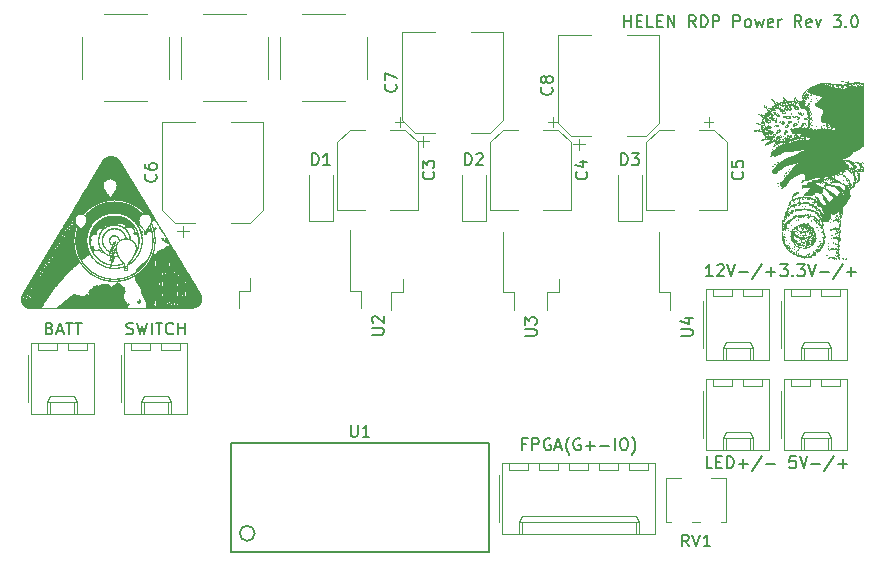
<source format=gbr>
G04 #@! TF.GenerationSoftware,KiCad,Pcbnew,5.1.4*
G04 #@! TF.CreationDate,2019-08-14T00:52:14-04:00*
G04 #@! TF.ProjectId,PowerRDP,506f7765-7252-4445-902e-6b696361645f,3*
G04 #@! TF.SameCoordinates,Original*
G04 #@! TF.FileFunction,Legend,Top*
G04 #@! TF.FilePolarity,Positive*
%FSLAX46Y46*%
G04 Gerber Fmt 4.6, Leading zero omitted, Abs format (unit mm)*
G04 Created by KiCad (PCBNEW 5.1.4) date 2019-08-14 00:52:14*
%MOMM*%
%LPD*%
G04 APERTURE LIST*
%ADD10C,0.200000*%
%ADD11C,0.010000*%
%ADD12C,0.120000*%
%ADD13C,0.150000*%
G04 APERTURE END LIST*
D10*
X87780952Y-72428571D02*
X87923809Y-72476190D01*
X87971428Y-72523809D01*
X88019047Y-72619047D01*
X88019047Y-72761904D01*
X87971428Y-72857142D01*
X87923809Y-72904761D01*
X87828571Y-72952380D01*
X87447619Y-72952380D01*
X87447619Y-71952380D01*
X87780952Y-71952380D01*
X87876190Y-72000000D01*
X87923809Y-72047619D01*
X87971428Y-72142857D01*
X87971428Y-72238095D01*
X87923809Y-72333333D01*
X87876190Y-72380952D01*
X87780952Y-72428571D01*
X87447619Y-72428571D01*
X88400000Y-72666666D02*
X88876190Y-72666666D01*
X88304761Y-72952380D02*
X88638095Y-71952380D01*
X88971428Y-72952380D01*
X89161904Y-71952380D02*
X89733333Y-71952380D01*
X89447619Y-72952380D02*
X89447619Y-71952380D01*
X89923809Y-71952380D02*
X90495238Y-71952380D01*
X90209523Y-72952380D02*
X90209523Y-71952380D01*
X94300000Y-72904761D02*
X94442857Y-72952380D01*
X94680952Y-72952380D01*
X94776190Y-72904761D01*
X94823809Y-72857142D01*
X94871428Y-72761904D01*
X94871428Y-72666666D01*
X94823809Y-72571428D01*
X94776190Y-72523809D01*
X94680952Y-72476190D01*
X94490476Y-72428571D01*
X94395238Y-72380952D01*
X94347619Y-72333333D01*
X94300000Y-72238095D01*
X94300000Y-72142857D01*
X94347619Y-72047619D01*
X94395238Y-72000000D01*
X94490476Y-71952380D01*
X94728571Y-71952380D01*
X94871428Y-72000000D01*
X95204761Y-71952380D02*
X95442857Y-72952380D01*
X95633333Y-72238095D01*
X95823809Y-72952380D01*
X96061904Y-71952380D01*
X96442857Y-72952380D02*
X96442857Y-71952380D01*
X96776190Y-71952380D02*
X97347619Y-71952380D01*
X97061904Y-72952380D02*
X97061904Y-71952380D01*
X98252380Y-72857142D02*
X98204761Y-72904761D01*
X98061904Y-72952380D01*
X97966666Y-72952380D01*
X97823809Y-72904761D01*
X97728571Y-72809523D01*
X97680952Y-72714285D01*
X97633333Y-72523809D01*
X97633333Y-72380952D01*
X97680952Y-72190476D01*
X97728571Y-72095238D01*
X97823809Y-72000000D01*
X97966666Y-71952380D01*
X98061904Y-71952380D01*
X98204761Y-72000000D01*
X98252380Y-72047619D01*
X98680952Y-72952380D02*
X98680952Y-71952380D01*
X98680952Y-72428571D02*
X99252380Y-72428571D01*
X99252380Y-72952380D02*
X99252380Y-71952380D01*
X128135619Y-82224571D02*
X127802285Y-82224571D01*
X127802285Y-82748380D02*
X127802285Y-81748380D01*
X128278476Y-81748380D01*
X128659428Y-82748380D02*
X128659428Y-81748380D01*
X129040380Y-81748380D01*
X129135619Y-81796000D01*
X129183238Y-81843619D01*
X129230857Y-81938857D01*
X129230857Y-82081714D01*
X129183238Y-82176952D01*
X129135619Y-82224571D01*
X129040380Y-82272190D01*
X128659428Y-82272190D01*
X130183238Y-81796000D02*
X130088000Y-81748380D01*
X129945142Y-81748380D01*
X129802285Y-81796000D01*
X129707047Y-81891238D01*
X129659428Y-81986476D01*
X129611809Y-82176952D01*
X129611809Y-82319809D01*
X129659428Y-82510285D01*
X129707047Y-82605523D01*
X129802285Y-82700761D01*
X129945142Y-82748380D01*
X130040380Y-82748380D01*
X130183238Y-82700761D01*
X130230857Y-82653142D01*
X130230857Y-82319809D01*
X130040380Y-82319809D01*
X130611809Y-82462666D02*
X131088000Y-82462666D01*
X130516571Y-82748380D02*
X130849904Y-81748380D01*
X131183238Y-82748380D01*
X131802285Y-83129333D02*
X131754666Y-83081714D01*
X131659428Y-82938857D01*
X131611809Y-82843619D01*
X131564190Y-82700761D01*
X131516571Y-82462666D01*
X131516571Y-82272190D01*
X131564190Y-82034095D01*
X131611809Y-81891238D01*
X131659428Y-81796000D01*
X131754666Y-81653142D01*
X131802285Y-81605523D01*
X132707047Y-81796000D02*
X132611809Y-81748380D01*
X132468952Y-81748380D01*
X132326095Y-81796000D01*
X132230857Y-81891238D01*
X132183238Y-81986476D01*
X132135619Y-82176952D01*
X132135619Y-82319809D01*
X132183238Y-82510285D01*
X132230857Y-82605523D01*
X132326095Y-82700761D01*
X132468952Y-82748380D01*
X132564190Y-82748380D01*
X132707047Y-82700761D01*
X132754666Y-82653142D01*
X132754666Y-82319809D01*
X132564190Y-82319809D01*
X133183238Y-82367428D02*
X133945142Y-82367428D01*
X133564190Y-82748380D02*
X133564190Y-81986476D01*
X134421333Y-82367428D02*
X135183238Y-82367428D01*
X135659428Y-82748380D02*
X135659428Y-81748380D01*
X136326095Y-81748380D02*
X136516571Y-81748380D01*
X136611809Y-81796000D01*
X136707047Y-81891238D01*
X136754666Y-82081714D01*
X136754666Y-82415047D01*
X136707047Y-82605523D01*
X136611809Y-82700761D01*
X136516571Y-82748380D01*
X136326095Y-82748380D01*
X136230857Y-82700761D01*
X136135619Y-82605523D01*
X136088000Y-82415047D01*
X136088000Y-82081714D01*
X136135619Y-81891238D01*
X136230857Y-81796000D01*
X136326095Y-81748380D01*
X137088000Y-83129333D02*
X137135619Y-83081714D01*
X137230857Y-82938857D01*
X137278476Y-82843619D01*
X137326095Y-82700761D01*
X137373714Y-82462666D01*
X137373714Y-82272190D01*
X137326095Y-82034095D01*
X137278476Y-81891238D01*
X137230857Y-81796000D01*
X137135619Y-81653142D01*
X137088000Y-81605523D01*
X143923047Y-68016380D02*
X143351619Y-68016380D01*
X143637333Y-68016380D02*
X143637333Y-67016380D01*
X143542095Y-67159238D01*
X143446857Y-67254476D01*
X143351619Y-67302095D01*
X144304000Y-67111619D02*
X144351619Y-67064000D01*
X144446857Y-67016380D01*
X144684952Y-67016380D01*
X144780190Y-67064000D01*
X144827809Y-67111619D01*
X144875428Y-67206857D01*
X144875428Y-67302095D01*
X144827809Y-67444952D01*
X144256380Y-68016380D01*
X144875428Y-68016380D01*
X145161142Y-67016380D02*
X145494476Y-68016380D01*
X145827809Y-67016380D01*
X146161142Y-67635428D02*
X146923047Y-67635428D01*
X148113523Y-66968761D02*
X147256380Y-68254476D01*
X148446857Y-67635428D02*
X149208761Y-67635428D01*
X148827809Y-68016380D02*
X148827809Y-67254476D01*
X149669904Y-67016380D02*
X150288952Y-67016380D01*
X149955619Y-67397333D01*
X150098476Y-67397333D01*
X150193714Y-67444952D01*
X150241333Y-67492571D01*
X150288952Y-67587809D01*
X150288952Y-67825904D01*
X150241333Y-67921142D01*
X150193714Y-67968761D01*
X150098476Y-68016380D01*
X149812761Y-68016380D01*
X149717523Y-67968761D01*
X149669904Y-67921142D01*
X150717523Y-67921142D02*
X150765142Y-67968761D01*
X150717523Y-68016380D01*
X150669904Y-67968761D01*
X150717523Y-67921142D01*
X150717523Y-68016380D01*
X151098476Y-67016380D02*
X151717523Y-67016380D01*
X151384190Y-67397333D01*
X151527047Y-67397333D01*
X151622285Y-67444952D01*
X151669904Y-67492571D01*
X151717523Y-67587809D01*
X151717523Y-67825904D01*
X151669904Y-67921142D01*
X151622285Y-67968761D01*
X151527047Y-68016380D01*
X151241333Y-68016380D01*
X151146095Y-67968761D01*
X151098476Y-67921142D01*
X152003238Y-67016380D02*
X152336571Y-68016380D01*
X152669904Y-67016380D01*
X153003238Y-67635428D02*
X153765142Y-67635428D01*
X154955619Y-66968761D02*
X154098476Y-68254476D01*
X155288952Y-67635428D02*
X156050857Y-67635428D01*
X155669904Y-68016380D02*
X155669904Y-67254476D01*
X143899238Y-84272380D02*
X143423047Y-84272380D01*
X143423047Y-83272380D01*
X144232571Y-83748571D02*
X144565904Y-83748571D01*
X144708761Y-84272380D02*
X144232571Y-84272380D01*
X144232571Y-83272380D01*
X144708761Y-83272380D01*
X145137333Y-84272380D02*
X145137333Y-83272380D01*
X145375428Y-83272380D01*
X145518285Y-83320000D01*
X145613523Y-83415238D01*
X145661142Y-83510476D01*
X145708761Y-83700952D01*
X145708761Y-83843809D01*
X145661142Y-84034285D01*
X145613523Y-84129523D01*
X145518285Y-84224761D01*
X145375428Y-84272380D01*
X145137333Y-84272380D01*
X146137333Y-83891428D02*
X146899238Y-83891428D01*
X146518285Y-84272380D02*
X146518285Y-83510476D01*
X148089714Y-83224761D02*
X147232571Y-84510476D01*
X148423047Y-83891428D02*
X149184952Y-83891428D01*
X150955619Y-83272380D02*
X150479428Y-83272380D01*
X150431809Y-83748571D01*
X150479428Y-83700952D01*
X150574666Y-83653333D01*
X150812761Y-83653333D01*
X150908000Y-83700952D01*
X150955619Y-83748571D01*
X151003238Y-83843809D01*
X151003238Y-84081904D01*
X150955619Y-84177142D01*
X150908000Y-84224761D01*
X150812761Y-84272380D01*
X150574666Y-84272380D01*
X150479428Y-84224761D01*
X150431809Y-84177142D01*
X151288952Y-83272380D02*
X151622285Y-84272380D01*
X151955619Y-83272380D01*
X152288952Y-83891428D02*
X153050857Y-83891428D01*
X154241333Y-83224761D02*
X153384190Y-84510476D01*
X154574666Y-83891428D02*
X155336571Y-83891428D01*
X154955619Y-84272380D02*
X154955619Y-83510476D01*
X136446857Y-46934380D02*
X136446857Y-45934380D01*
X136446857Y-46410571D02*
X137018285Y-46410571D01*
X137018285Y-46934380D02*
X137018285Y-45934380D01*
X137494476Y-46410571D02*
X137827809Y-46410571D01*
X137970666Y-46934380D02*
X137494476Y-46934380D01*
X137494476Y-45934380D01*
X137970666Y-45934380D01*
X138875428Y-46934380D02*
X138399238Y-46934380D01*
X138399238Y-45934380D01*
X139208761Y-46410571D02*
X139542095Y-46410571D01*
X139684952Y-46934380D02*
X139208761Y-46934380D01*
X139208761Y-45934380D01*
X139684952Y-45934380D01*
X140113523Y-46934380D02*
X140113523Y-45934380D01*
X140684952Y-46934380D01*
X140684952Y-45934380D01*
X142494476Y-46934380D02*
X142161142Y-46458190D01*
X141923047Y-46934380D02*
X141923047Y-45934380D01*
X142304000Y-45934380D01*
X142399238Y-45982000D01*
X142446857Y-46029619D01*
X142494476Y-46124857D01*
X142494476Y-46267714D01*
X142446857Y-46362952D01*
X142399238Y-46410571D01*
X142304000Y-46458190D01*
X141923047Y-46458190D01*
X142923047Y-46934380D02*
X142923047Y-45934380D01*
X143161142Y-45934380D01*
X143304000Y-45982000D01*
X143399238Y-46077238D01*
X143446857Y-46172476D01*
X143494476Y-46362952D01*
X143494476Y-46505809D01*
X143446857Y-46696285D01*
X143399238Y-46791523D01*
X143304000Y-46886761D01*
X143161142Y-46934380D01*
X142923047Y-46934380D01*
X143923047Y-46934380D02*
X143923047Y-45934380D01*
X144304000Y-45934380D01*
X144399238Y-45982000D01*
X144446857Y-46029619D01*
X144494476Y-46124857D01*
X144494476Y-46267714D01*
X144446857Y-46362952D01*
X144399238Y-46410571D01*
X144304000Y-46458190D01*
X143923047Y-46458190D01*
X145684952Y-46934380D02*
X145684952Y-45934380D01*
X146065904Y-45934380D01*
X146161142Y-45982000D01*
X146208761Y-46029619D01*
X146256380Y-46124857D01*
X146256380Y-46267714D01*
X146208761Y-46362952D01*
X146161142Y-46410571D01*
X146065904Y-46458190D01*
X145684952Y-46458190D01*
X146827809Y-46934380D02*
X146732571Y-46886761D01*
X146684952Y-46839142D01*
X146637333Y-46743904D01*
X146637333Y-46458190D01*
X146684952Y-46362952D01*
X146732571Y-46315333D01*
X146827809Y-46267714D01*
X146970666Y-46267714D01*
X147065904Y-46315333D01*
X147113523Y-46362952D01*
X147161142Y-46458190D01*
X147161142Y-46743904D01*
X147113523Y-46839142D01*
X147065904Y-46886761D01*
X146970666Y-46934380D01*
X146827809Y-46934380D01*
X147494476Y-46267714D02*
X147684952Y-46934380D01*
X147875428Y-46458190D01*
X148065904Y-46934380D01*
X148256380Y-46267714D01*
X149018285Y-46886761D02*
X148923047Y-46934380D01*
X148732571Y-46934380D01*
X148637333Y-46886761D01*
X148589714Y-46791523D01*
X148589714Y-46410571D01*
X148637333Y-46315333D01*
X148732571Y-46267714D01*
X148923047Y-46267714D01*
X149018285Y-46315333D01*
X149065904Y-46410571D01*
X149065904Y-46505809D01*
X148589714Y-46601047D01*
X149494476Y-46934380D02*
X149494476Y-46267714D01*
X149494476Y-46458190D02*
X149542095Y-46362952D01*
X149589714Y-46315333D01*
X149684952Y-46267714D01*
X149780190Y-46267714D01*
X151446857Y-46934380D02*
X151113523Y-46458190D01*
X150875428Y-46934380D02*
X150875428Y-45934380D01*
X151256380Y-45934380D01*
X151351619Y-45982000D01*
X151399238Y-46029619D01*
X151446857Y-46124857D01*
X151446857Y-46267714D01*
X151399238Y-46362952D01*
X151351619Y-46410571D01*
X151256380Y-46458190D01*
X150875428Y-46458190D01*
X152256380Y-46886761D02*
X152161142Y-46934380D01*
X151970666Y-46934380D01*
X151875428Y-46886761D01*
X151827809Y-46791523D01*
X151827809Y-46410571D01*
X151875428Y-46315333D01*
X151970666Y-46267714D01*
X152161142Y-46267714D01*
X152256380Y-46315333D01*
X152304000Y-46410571D01*
X152304000Y-46505809D01*
X151827809Y-46601047D01*
X152637333Y-46267714D02*
X152875428Y-46934380D01*
X153113523Y-46267714D01*
X154161142Y-45934380D02*
X154780190Y-45934380D01*
X154446857Y-46315333D01*
X154589714Y-46315333D01*
X154684952Y-46362952D01*
X154732571Y-46410571D01*
X154780190Y-46505809D01*
X154780190Y-46743904D01*
X154732571Y-46839142D01*
X154684952Y-46886761D01*
X154589714Y-46934380D01*
X154304000Y-46934380D01*
X154208761Y-46886761D01*
X154161142Y-46839142D01*
X155208761Y-46839142D02*
X155256380Y-46886761D01*
X155208761Y-46934380D01*
X155161142Y-46886761D01*
X155208761Y-46839142D01*
X155208761Y-46934380D01*
X155875428Y-45934380D02*
X155970666Y-45934380D01*
X156065904Y-45982000D01*
X156113523Y-46029619D01*
X156161142Y-46124857D01*
X156208761Y-46315333D01*
X156208761Y-46553428D01*
X156161142Y-46743904D01*
X156113523Y-46839142D01*
X156065904Y-46886761D01*
X155970666Y-46934380D01*
X155875428Y-46934380D01*
X155780190Y-46886761D01*
X155732571Y-46839142D01*
X155684952Y-46743904D01*
X155637333Y-46553428D01*
X155637333Y-46315333D01*
X155684952Y-46124857D01*
X155732571Y-46029619D01*
X155780190Y-45982000D01*
X155875428Y-45934380D01*
D11*
G36*
X152165100Y-56358400D02*
G01*
X152177800Y-56371100D01*
X152165100Y-56383800D01*
X152152400Y-56371100D01*
X152165100Y-56358400D01*
X152165100Y-56358400D01*
G37*
X152165100Y-56358400D02*
X152177800Y-56371100D01*
X152165100Y-56383800D01*
X152152400Y-56371100D01*
X152165100Y-56358400D01*
G36*
X147563466Y-55020667D02*
G01*
X147593610Y-55017627D01*
X147597333Y-55020667D01*
X147593846Y-55035767D01*
X147580400Y-55037600D01*
X147559492Y-55028307D01*
X147563466Y-55020667D01*
X147563466Y-55020667D01*
G37*
X147563466Y-55020667D02*
X147593610Y-55017627D01*
X147597333Y-55020667D01*
X147593846Y-55035767D01*
X147580400Y-55037600D01*
X147559492Y-55028307D01*
X147563466Y-55020667D01*
G36*
X147408971Y-55678530D02*
G01*
X147479039Y-55666267D01*
X147506316Y-55662234D01*
X147581649Y-55655298D01*
X147617025Y-55663772D01*
X147622768Y-55678029D01*
X147605494Y-55698044D01*
X147549195Y-55704054D01*
X147498332Y-55701786D01*
X147418928Y-55694748D01*
X147389038Y-55687510D01*
X147408971Y-55678530D01*
X147408971Y-55678530D01*
G37*
X147408971Y-55678530D02*
X147479039Y-55666267D01*
X147506316Y-55662234D01*
X147581649Y-55655298D01*
X147617025Y-55663772D01*
X147622768Y-55678029D01*
X147605494Y-55698044D01*
X147549195Y-55704054D01*
X147498332Y-55701786D01*
X147418928Y-55694748D01*
X147389038Y-55687510D01*
X147408971Y-55678530D01*
G36*
X147675650Y-55630379D02*
G01*
X147727652Y-55627024D01*
X147739150Y-55630379D01*
X147742340Y-55639649D01*
X147707400Y-55643190D01*
X147671341Y-55639198D01*
X147675650Y-55630379D01*
X147675650Y-55630379D01*
G37*
X147675650Y-55630379D02*
X147727652Y-55627024D01*
X147739150Y-55630379D01*
X147742340Y-55639649D01*
X147707400Y-55643190D01*
X147671341Y-55639198D01*
X147675650Y-55630379D01*
G36*
X147770900Y-54276378D02*
G01*
X147812641Y-54289025D01*
X147834400Y-54301000D01*
X147854730Y-54321127D01*
X147847100Y-54325623D01*
X147805358Y-54312976D01*
X147783600Y-54301000D01*
X147763269Y-54280874D01*
X147770900Y-54276378D01*
X147770900Y-54276378D01*
G37*
X147770900Y-54276378D02*
X147812641Y-54289025D01*
X147834400Y-54301000D01*
X147854730Y-54321127D01*
X147847100Y-54325623D01*
X147805358Y-54312976D01*
X147783600Y-54301000D01*
X147763269Y-54280874D01*
X147770900Y-54276378D01*
G36*
X147689358Y-55037813D02*
G01*
X147715625Y-55037600D01*
X147762474Y-55045055D01*
X147770900Y-55063000D01*
X147776373Y-55084977D01*
X147793301Y-55088400D01*
X147837186Y-55103304D01*
X147847100Y-55113800D01*
X147852575Y-55137510D01*
X147848506Y-55139200D01*
X147819206Y-55128236D01*
X147762916Y-55100756D01*
X147739434Y-55088400D01*
X147681979Y-55056622D01*
X147666322Y-55041969D01*
X147689358Y-55037813D01*
X147689358Y-55037813D01*
G37*
X147689358Y-55037813D02*
X147715625Y-55037600D01*
X147762474Y-55045055D01*
X147770900Y-55063000D01*
X147776373Y-55084977D01*
X147793301Y-55088400D01*
X147837186Y-55103304D01*
X147847100Y-55113800D01*
X147852575Y-55137510D01*
X147848506Y-55139200D01*
X147819206Y-55128236D01*
X147762916Y-55100756D01*
X147739434Y-55088400D01*
X147681979Y-55056622D01*
X147666322Y-55041969D01*
X147689358Y-55037813D01*
G36*
X147872500Y-55596400D02*
G01*
X147885200Y-55609100D01*
X147872500Y-55621800D01*
X147859800Y-55609100D01*
X147872500Y-55596400D01*
X147872500Y-55596400D01*
G37*
X147872500Y-55596400D02*
X147885200Y-55609100D01*
X147872500Y-55621800D01*
X147859800Y-55609100D01*
X147872500Y-55596400D01*
G36*
X147897900Y-55139200D02*
G01*
X147910600Y-55151900D01*
X147897900Y-55164600D01*
X147885200Y-55151900D01*
X147897900Y-55139200D01*
X147897900Y-55139200D01*
G37*
X147897900Y-55139200D02*
X147910600Y-55151900D01*
X147897900Y-55164600D01*
X147885200Y-55151900D01*
X147897900Y-55139200D01*
G36*
X147969866Y-54334867D02*
G01*
X148000010Y-54331827D01*
X148003733Y-54334867D01*
X148000246Y-54349967D01*
X147986800Y-54351800D01*
X147965892Y-54342507D01*
X147969866Y-54334867D01*
X147969866Y-54334867D01*
G37*
X147969866Y-54334867D02*
X148000010Y-54331827D01*
X148003733Y-54334867D01*
X148000246Y-54349967D01*
X147986800Y-54351800D01*
X147965892Y-54342507D01*
X147969866Y-54334867D01*
G36*
X147931095Y-54377284D02*
G01*
X147932959Y-54377200D01*
X147975911Y-54393746D01*
X148003128Y-54415300D01*
X148025010Y-54444743D01*
X148020364Y-54452593D01*
X147987572Y-54440645D01*
X147951749Y-54415473D01*
X147927916Y-54390034D01*
X147931095Y-54377284D01*
X147931095Y-54377284D01*
G37*
X147931095Y-54377284D02*
X147932959Y-54377200D01*
X147975911Y-54393746D01*
X148003128Y-54415300D01*
X148025010Y-54444743D01*
X148020364Y-54452593D01*
X147987572Y-54440645D01*
X147951749Y-54415473D01*
X147927916Y-54390034D01*
X147931095Y-54377284D01*
G36*
X148133128Y-54936739D02*
G01*
X148139200Y-54936000D01*
X148163861Y-54955329D01*
X148164600Y-54961400D01*
X148145271Y-54986062D01*
X148139200Y-54986800D01*
X148114538Y-54967472D01*
X148113800Y-54961400D01*
X148133128Y-54936739D01*
X148133128Y-54936739D01*
G37*
X148133128Y-54936739D02*
X148139200Y-54936000D01*
X148163861Y-54955329D01*
X148164600Y-54961400D01*
X148145271Y-54986062D01*
X148139200Y-54986800D01*
X148114538Y-54967472D01*
X148113800Y-54961400D01*
X148133128Y-54936739D01*
G36*
X148125747Y-55327666D02*
G01*
X148139200Y-55329700D01*
X148163404Y-55351427D01*
X148164600Y-55355100D01*
X148146884Y-55375295D01*
X148139200Y-55380500D01*
X148117681Y-55374469D01*
X148113800Y-55355100D01*
X148125747Y-55327666D01*
X148125747Y-55327666D01*
G37*
X148125747Y-55327666D02*
X148139200Y-55329700D01*
X148163404Y-55351427D01*
X148164600Y-55355100D01*
X148146884Y-55375295D01*
X148139200Y-55380500D01*
X148117681Y-55374469D01*
X148113800Y-55355100D01*
X148125747Y-55327666D01*
G36*
X148037852Y-54999344D02*
G01*
X148060017Y-54963203D01*
X148063141Y-54940851D01*
X148073541Y-54866052D01*
X148098891Y-54776348D01*
X148130997Y-54698182D01*
X148146221Y-54672771D01*
X148171328Y-54642873D01*
X148178716Y-54657424D01*
X148179114Y-54679992D01*
X148170486Y-54725345D01*
X148158592Y-54739036D01*
X148138216Y-54768800D01*
X148120965Y-54833836D01*
X148110093Y-54918618D01*
X148108011Y-54980504D01*
X148101843Y-55051210D01*
X148081026Y-55073924D01*
X148044727Y-55049543D01*
X148044202Y-55048977D01*
X148027871Y-55012599D01*
X148037852Y-54999344D01*
X148037852Y-54999344D01*
G37*
X148037852Y-54999344D02*
X148060017Y-54963203D01*
X148063141Y-54940851D01*
X148073541Y-54866052D01*
X148098891Y-54776348D01*
X148130997Y-54698182D01*
X148146221Y-54672771D01*
X148171328Y-54642873D01*
X148178716Y-54657424D01*
X148179114Y-54679992D01*
X148170486Y-54725345D01*
X148158592Y-54739036D01*
X148138216Y-54768800D01*
X148120965Y-54833836D01*
X148110093Y-54918618D01*
X148108011Y-54980504D01*
X148101843Y-55051210D01*
X148081026Y-55073924D01*
X148044727Y-55049543D01*
X148044202Y-55048977D01*
X148027871Y-55012599D01*
X148037852Y-54999344D01*
G36*
X148147666Y-55604867D02*
G01*
X148177810Y-55601827D01*
X148181533Y-55604867D01*
X148178046Y-55619967D01*
X148164600Y-55621800D01*
X148143692Y-55612507D01*
X148147666Y-55604867D01*
X148147666Y-55604867D01*
G37*
X148147666Y-55604867D02*
X148177810Y-55601827D01*
X148181533Y-55604867D01*
X148178046Y-55619967D01*
X148164600Y-55621800D01*
X148143692Y-55612507D01*
X148147666Y-55604867D01*
G36*
X148202700Y-54859800D02*
G01*
X148215400Y-54872500D01*
X148202700Y-54885200D01*
X148190000Y-54872500D01*
X148202700Y-54859800D01*
X148202700Y-54859800D01*
G37*
X148202700Y-54859800D02*
X148215400Y-54872500D01*
X148202700Y-54885200D01*
X148190000Y-54872500D01*
X148202700Y-54859800D01*
G36*
X148059760Y-56477576D02*
G01*
X148101876Y-56442645D01*
X148127493Y-56434600D01*
X148164825Y-56414856D01*
X148170532Y-56404102D01*
X148184731Y-56386792D01*
X148199578Y-56404149D01*
X148193990Y-56435289D01*
X148149768Y-56460811D01*
X148089614Y-56485705D01*
X148052990Y-56503739D01*
X148043888Y-56501448D01*
X148059760Y-56477576D01*
X148059760Y-56477576D01*
G37*
X148059760Y-56477576D02*
X148101876Y-56442645D01*
X148127493Y-56434600D01*
X148164825Y-56414856D01*
X148170532Y-56404102D01*
X148184731Y-56386792D01*
X148199578Y-56404149D01*
X148193990Y-56435289D01*
X148149768Y-56460811D01*
X148089614Y-56485705D01*
X148052990Y-56503739D01*
X148043888Y-56501448D01*
X148059760Y-56477576D01*
G36*
X148278900Y-55799600D02*
G01*
X148291600Y-55812300D01*
X148278900Y-55825000D01*
X148266200Y-55812300D01*
X148278900Y-55799600D01*
X148278900Y-55799600D01*
G37*
X148278900Y-55799600D02*
X148291600Y-55812300D01*
X148278900Y-55825000D01*
X148266200Y-55812300D01*
X148278900Y-55799600D01*
G36*
X148278900Y-56409200D02*
G01*
X148291600Y-56421900D01*
X148278900Y-56434600D01*
X148266200Y-56421900D01*
X148278900Y-56409200D01*
X148278900Y-56409200D01*
G37*
X148278900Y-56409200D02*
X148291600Y-56421900D01*
X148278900Y-56434600D01*
X148266200Y-56421900D01*
X148278900Y-56409200D01*
G36*
X148261437Y-54944049D02*
G01*
X148301134Y-54941021D01*
X148310120Y-54946055D01*
X148302545Y-54957599D01*
X148276783Y-54959395D01*
X148249680Y-54953192D01*
X148261437Y-54944049D01*
X148261437Y-54944049D01*
G37*
X148261437Y-54944049D02*
X148301134Y-54941021D01*
X148310120Y-54946055D01*
X148302545Y-54957599D01*
X148276783Y-54959395D01*
X148249680Y-54953192D01*
X148261437Y-54944049D01*
G36*
X148274666Y-55452467D02*
G01*
X148304810Y-55449427D01*
X148308533Y-55452467D01*
X148305046Y-55467567D01*
X148291600Y-55469400D01*
X148270692Y-55460107D01*
X148274666Y-55452467D01*
X148274666Y-55452467D01*
G37*
X148274666Y-55452467D02*
X148304810Y-55449427D01*
X148308533Y-55452467D01*
X148305046Y-55467567D01*
X148291600Y-55469400D01*
X148270692Y-55460107D01*
X148274666Y-55452467D01*
G36*
X147967760Y-55175953D02*
G01*
X147970109Y-55176623D01*
X148062637Y-55201468D01*
X148115665Y-55209799D01*
X148137414Y-55202516D01*
X148139200Y-55195132D01*
X148159528Y-55180408D01*
X148193712Y-55183612D01*
X148231782Y-55187416D01*
X148240037Y-55161444D01*
X148235292Y-55130212D01*
X148231892Y-55084709D01*
X148248586Y-55083227D01*
X148250629Y-55084768D01*
X148294271Y-55112241D01*
X148304300Y-55116740D01*
X148305679Y-55138436D01*
X148276094Y-55179075D01*
X148268519Y-55186825D01*
X148208250Y-55229072D01*
X148147905Y-55247141D01*
X148146811Y-55247150D01*
X148105917Y-55251794D01*
X148099821Y-55260688D01*
X148098253Y-55288688D01*
X148087416Y-55305486D01*
X148074153Y-55356370D01*
X148087015Y-55447523D01*
X148105208Y-55529859D01*
X148111053Y-55574398D01*
X148104144Y-55592716D01*
X148084076Y-55596392D01*
X148081804Y-55596400D01*
X148058158Y-55574437D01*
X148048835Y-55526550D01*
X148045926Y-55396770D01*
X148040187Y-55308327D01*
X148029680Y-55251768D01*
X148012466Y-55217639D01*
X147986605Y-55196484D01*
X147980450Y-55193096D01*
X147951543Y-55175069D01*
X147967760Y-55175953D01*
X147967760Y-55175953D01*
G37*
X147967760Y-55175953D02*
X147970109Y-55176623D01*
X148062637Y-55201468D01*
X148115665Y-55209799D01*
X148137414Y-55202516D01*
X148139200Y-55195132D01*
X148159528Y-55180408D01*
X148193712Y-55183612D01*
X148231782Y-55187416D01*
X148240037Y-55161444D01*
X148235292Y-55130212D01*
X148231892Y-55084709D01*
X148248586Y-55083227D01*
X148250629Y-55084768D01*
X148294271Y-55112241D01*
X148304300Y-55116740D01*
X148305679Y-55138436D01*
X148276094Y-55179075D01*
X148268519Y-55186825D01*
X148208250Y-55229072D01*
X148147905Y-55247141D01*
X148146811Y-55247150D01*
X148105917Y-55251794D01*
X148099821Y-55260688D01*
X148098253Y-55288688D01*
X148087416Y-55305486D01*
X148074153Y-55356370D01*
X148087015Y-55447523D01*
X148105208Y-55529859D01*
X148111053Y-55574398D01*
X148104144Y-55592716D01*
X148084076Y-55596392D01*
X148081804Y-55596400D01*
X148058158Y-55574437D01*
X148048835Y-55526550D01*
X148045926Y-55396770D01*
X148040187Y-55308327D01*
X148029680Y-55251768D01*
X148012466Y-55217639D01*
X147986605Y-55196484D01*
X147980450Y-55193096D01*
X147951543Y-55175069D01*
X147967760Y-55175953D01*
G36*
X148350866Y-55833467D02*
G01*
X148365966Y-55836954D01*
X148367800Y-55850400D01*
X148358506Y-55871308D01*
X148350866Y-55867334D01*
X148347826Y-55837190D01*
X148350866Y-55833467D01*
X148350866Y-55833467D01*
G37*
X148350866Y-55833467D02*
X148365966Y-55836954D01*
X148367800Y-55850400D01*
X148358506Y-55871308D01*
X148350866Y-55867334D01*
X148347826Y-55837190D01*
X148350866Y-55833467D01*
G36*
X148350866Y-55503267D02*
G01*
X148381010Y-55500227D01*
X148384733Y-55503267D01*
X148381246Y-55518367D01*
X148367800Y-55520200D01*
X148346892Y-55510907D01*
X148350866Y-55503267D01*
X148350866Y-55503267D01*
G37*
X148350866Y-55503267D02*
X148381010Y-55500227D01*
X148384733Y-55503267D01*
X148381246Y-55518367D01*
X148367800Y-55520200D01*
X148346892Y-55510907D01*
X148350866Y-55503267D01*
G36*
X148337637Y-56391849D02*
G01*
X148377334Y-56388821D01*
X148386320Y-56393855D01*
X148378745Y-56405399D01*
X148352983Y-56407195D01*
X148325880Y-56400992D01*
X148337637Y-56391849D01*
X148337637Y-56391849D01*
G37*
X148337637Y-56391849D02*
X148377334Y-56388821D01*
X148386320Y-56393855D01*
X148378745Y-56405399D01*
X148352983Y-56407195D01*
X148325880Y-56400992D01*
X148337637Y-56391849D01*
G36*
X148405900Y-54351800D02*
G01*
X148418600Y-54364500D01*
X148405900Y-54377200D01*
X148393200Y-54364500D01*
X148405900Y-54351800D01*
X148405900Y-54351800D01*
G37*
X148405900Y-54351800D02*
X148418600Y-54364500D01*
X148405900Y-54377200D01*
X148393200Y-54364500D01*
X148405900Y-54351800D01*
G36*
X148097732Y-54492771D02*
G01*
X148150569Y-54520267D01*
X148179158Y-54538641D01*
X148262577Y-54583019D01*
X148334251Y-54590506D01*
X148346233Y-54588524D01*
X148402464Y-54582578D01*
X148416742Y-54591038D01*
X148385316Y-54607778D01*
X148362215Y-54614620D01*
X148302202Y-54620360D01*
X148240865Y-54612585D01*
X148198248Y-54595123D01*
X148190000Y-54581724D01*
X148169503Y-54559031D01*
X148123217Y-54532727D01*
X148080125Y-54507087D01*
X148070442Y-54488292D01*
X148097732Y-54492771D01*
X148097732Y-54492771D01*
G37*
X148097732Y-54492771D02*
X148150569Y-54520267D01*
X148179158Y-54538641D01*
X148262577Y-54583019D01*
X148334251Y-54590506D01*
X148346233Y-54588524D01*
X148402464Y-54582578D01*
X148416742Y-54591038D01*
X148385316Y-54607778D01*
X148362215Y-54614620D01*
X148302202Y-54620360D01*
X148240865Y-54612585D01*
X148198248Y-54595123D01*
X148190000Y-54581724D01*
X148169503Y-54559031D01*
X148123217Y-54532727D01*
X148080125Y-54507087D01*
X148070442Y-54488292D01*
X148097732Y-54492771D01*
G36*
X148431300Y-55774200D02*
G01*
X148444000Y-55786900D01*
X148431300Y-55799600D01*
X148418600Y-55786900D01*
X148431300Y-55774200D01*
X148431300Y-55774200D01*
G37*
X148431300Y-55774200D02*
X148444000Y-55786900D01*
X148431300Y-55799600D01*
X148418600Y-55786900D01*
X148431300Y-55774200D01*
G36*
X148435007Y-53648569D02*
G01*
X148444000Y-53653300D01*
X148468257Y-53677233D01*
X148469400Y-53681699D01*
X148452992Y-53683432D01*
X148444000Y-53678700D01*
X148419742Y-53654768D01*
X148418600Y-53650302D01*
X148435007Y-53648569D01*
X148435007Y-53648569D01*
G37*
X148435007Y-53648569D02*
X148444000Y-53653300D01*
X148468257Y-53677233D01*
X148469400Y-53681699D01*
X148452992Y-53683432D01*
X148444000Y-53678700D01*
X148419742Y-53654768D01*
X148418600Y-53650302D01*
X148435007Y-53648569D01*
G36*
X148456700Y-54377200D02*
G01*
X148469400Y-54389900D01*
X148456700Y-54402600D01*
X148444000Y-54389900D01*
X148456700Y-54377200D01*
X148456700Y-54377200D01*
G37*
X148456700Y-54377200D02*
X148469400Y-54389900D01*
X148456700Y-54402600D01*
X148444000Y-54389900D01*
X148456700Y-54377200D01*
G36*
X148482100Y-54326400D02*
G01*
X148494800Y-54339100D01*
X148482100Y-54351800D01*
X148469400Y-54339100D01*
X148482100Y-54326400D01*
X148482100Y-54326400D01*
G37*
X148482100Y-54326400D02*
X148494800Y-54339100D01*
X148482100Y-54351800D01*
X148469400Y-54339100D01*
X148482100Y-54326400D01*
G36*
X148430214Y-54688007D02*
G01*
X148437970Y-54688530D01*
X148485772Y-54694801D01*
X148489463Y-54706215D01*
X148474537Y-54716925D01*
X148438151Y-54716276D01*
X148417707Y-54706849D01*
X148400931Y-54690667D01*
X148430214Y-54688007D01*
X148430214Y-54688007D01*
G37*
X148430214Y-54688007D02*
X148437970Y-54688530D01*
X148485772Y-54694801D01*
X148489463Y-54706215D01*
X148474537Y-54716925D01*
X148438151Y-54716276D01*
X148417707Y-54706849D01*
X148400931Y-54690667D01*
X148430214Y-54688007D01*
G36*
X148482100Y-55647200D02*
G01*
X148494800Y-55659900D01*
X148482100Y-55672600D01*
X148469400Y-55659900D01*
X148482100Y-55647200D01*
X148482100Y-55647200D01*
G37*
X148482100Y-55647200D02*
X148494800Y-55659900D01*
X148482100Y-55672600D01*
X148469400Y-55659900D01*
X148482100Y-55647200D01*
G36*
X148507500Y-55291600D02*
G01*
X148520200Y-55304300D01*
X148507500Y-55317000D01*
X148494800Y-55304300D01*
X148507500Y-55291600D01*
X148507500Y-55291600D01*
G37*
X148507500Y-55291600D02*
X148520200Y-55304300D01*
X148507500Y-55317000D01*
X148494800Y-55304300D01*
X148507500Y-55291600D01*
G36*
X148265099Y-53564400D02*
G01*
X148294163Y-53585382D01*
X148315551Y-53624091D01*
X148351689Y-53677024D01*
X148411278Y-53730130D01*
X148422873Y-53737963D01*
X148470271Y-53771578D01*
X148487556Y-53790835D01*
X148484513Y-53792573D01*
X148482087Y-53809156D01*
X148507997Y-53848620D01*
X148509268Y-53850150D01*
X148518238Y-53865000D01*
X148495373Y-53848389D01*
X148447577Y-53805700D01*
X148368754Y-53727747D01*
X148306831Y-53657436D01*
X148267501Y-53602295D01*
X148256457Y-53569852D01*
X148265099Y-53564400D01*
X148265099Y-53564400D01*
G37*
X148265099Y-53564400D02*
X148294163Y-53585382D01*
X148315551Y-53624091D01*
X148351689Y-53677024D01*
X148411278Y-53730130D01*
X148422873Y-53737963D01*
X148470271Y-53771578D01*
X148487556Y-53790835D01*
X148484513Y-53792573D01*
X148482087Y-53809156D01*
X148507997Y-53848620D01*
X148509268Y-53850150D01*
X148518238Y-53865000D01*
X148495373Y-53848389D01*
X148447577Y-53805700D01*
X148368754Y-53727747D01*
X148306831Y-53657436D01*
X148267501Y-53602295D01*
X148256457Y-53569852D01*
X148265099Y-53564400D01*
G36*
X148532900Y-54605800D02*
G01*
X148545600Y-54618500D01*
X148532900Y-54631200D01*
X148520200Y-54618500D01*
X148532900Y-54605800D01*
X148532900Y-54605800D01*
G37*
X148532900Y-54605800D02*
X148545600Y-54618500D01*
X148532900Y-54631200D01*
X148520200Y-54618500D01*
X148532900Y-54605800D01*
G36*
X148490037Y-56366449D02*
G01*
X148529734Y-56363421D01*
X148538720Y-56368455D01*
X148531145Y-56379999D01*
X148505383Y-56381795D01*
X148478280Y-56375592D01*
X148490037Y-56366449D01*
X148490037Y-56366449D01*
G37*
X148490037Y-56366449D02*
X148529734Y-56363421D01*
X148538720Y-56368455D01*
X148531145Y-56379999D01*
X148505383Y-56381795D01*
X148478280Y-56375592D01*
X148490037Y-56366449D01*
G36*
X148558300Y-54377200D02*
G01*
X148571000Y-54389900D01*
X148558300Y-54402600D01*
X148545600Y-54389900D01*
X148558300Y-54377200D01*
X148558300Y-54377200D01*
G37*
X148558300Y-54377200D02*
X148571000Y-54389900D01*
X148558300Y-54402600D01*
X148545600Y-54389900D01*
X148558300Y-54377200D01*
G36*
X148345245Y-56848644D02*
G01*
X148414507Y-56805807D01*
X148448378Y-56787967D01*
X148505228Y-56762209D01*
X148534728Y-56755415D01*
X148535397Y-56760760D01*
X148539335Y-56789912D01*
X148549813Y-56795838D01*
X148550504Y-56810051D01*
X148512572Y-56831588D01*
X148505522Y-56834405D01*
X148494800Y-56838087D01*
X148494800Y-56815600D01*
X148515707Y-56806307D01*
X148511733Y-56798667D01*
X148481589Y-56795627D01*
X148477866Y-56798667D01*
X148481353Y-56813767D01*
X148494800Y-56815600D01*
X148494800Y-56838087D01*
X148404085Y-56869241D01*
X148342149Y-56882081D01*
X148321831Y-56874642D01*
X148345245Y-56848644D01*
X148345245Y-56848644D01*
G37*
X148345245Y-56848644D02*
X148414507Y-56805807D01*
X148448378Y-56787967D01*
X148505228Y-56762209D01*
X148534728Y-56755415D01*
X148535397Y-56760760D01*
X148539335Y-56789912D01*
X148549813Y-56795838D01*
X148550504Y-56810051D01*
X148512572Y-56831588D01*
X148505522Y-56834405D01*
X148494800Y-56838087D01*
X148494800Y-56815600D01*
X148515707Y-56806307D01*
X148511733Y-56798667D01*
X148481589Y-56795627D01*
X148477866Y-56798667D01*
X148481353Y-56813767D01*
X148494800Y-56815600D01*
X148494800Y-56838087D01*
X148404085Y-56869241D01*
X148342149Y-56882081D01*
X148321831Y-56874642D01*
X148345245Y-56848644D01*
G36*
X148583700Y-53920000D02*
G01*
X148596400Y-53932700D01*
X148583700Y-53945400D01*
X148571000Y-53932700D01*
X148583700Y-53920000D01*
X148583700Y-53920000D01*
G37*
X148583700Y-53920000D02*
X148596400Y-53932700D01*
X148583700Y-53945400D01*
X148571000Y-53932700D01*
X148583700Y-53920000D01*
G36*
X148528668Y-54206984D02*
G01*
X148537074Y-54218609D01*
X148562047Y-54239217D01*
X148573169Y-54236160D01*
X148595382Y-54231061D01*
X148583873Y-54254039D01*
X148579466Y-54258667D01*
X148542792Y-54274929D01*
X148522882Y-54247024D01*
X148522205Y-54231150D01*
X148528668Y-54206984D01*
X148528668Y-54206984D01*
G37*
X148528668Y-54206984D02*
X148537074Y-54218609D01*
X148562047Y-54239217D01*
X148573169Y-54236160D01*
X148595382Y-54231061D01*
X148583873Y-54254039D01*
X148579466Y-54258667D01*
X148542792Y-54274929D01*
X148522882Y-54247024D01*
X148522205Y-54231150D01*
X148528668Y-54206984D01*
G36*
X148583700Y-54428000D02*
G01*
X148596400Y-54440700D01*
X148583700Y-54453400D01*
X148571000Y-54440700D01*
X148583700Y-54428000D01*
X148583700Y-54428000D01*
G37*
X148583700Y-54428000D02*
X148596400Y-54440700D01*
X148583700Y-54453400D01*
X148571000Y-54440700D01*
X148583700Y-54428000D01*
G36*
X148583700Y-54986800D02*
G01*
X148596400Y-54999500D01*
X148583700Y-55012200D01*
X148571000Y-54999500D01*
X148583700Y-54986800D01*
X148583700Y-54986800D01*
G37*
X148583700Y-54986800D02*
X148596400Y-54999500D01*
X148583700Y-55012200D01*
X148571000Y-54999500D01*
X148583700Y-54986800D01*
G36*
X148583700Y-55266200D02*
G01*
X148596400Y-55278900D01*
X148583700Y-55291600D01*
X148571000Y-55278900D01*
X148583700Y-55266200D01*
X148583700Y-55266200D01*
G37*
X148583700Y-55266200D02*
X148596400Y-55278900D01*
X148583700Y-55291600D01*
X148571000Y-55278900D01*
X148583700Y-55266200D01*
G36*
X148579466Y-56036667D02*
G01*
X148594566Y-56040154D01*
X148596400Y-56053600D01*
X148587106Y-56074508D01*
X148579466Y-56070534D01*
X148576426Y-56040390D01*
X148579466Y-56036667D01*
X148579466Y-56036667D01*
G37*
X148579466Y-56036667D02*
X148594566Y-56040154D01*
X148596400Y-56053600D01*
X148587106Y-56074508D01*
X148579466Y-56070534D01*
X148576426Y-56040390D01*
X148579466Y-56036667D01*
G36*
X148583700Y-56688600D02*
G01*
X148596400Y-56701300D01*
X148583700Y-56714000D01*
X148571000Y-56701300D01*
X148583700Y-56688600D01*
X148583700Y-56688600D01*
G37*
X148583700Y-56688600D02*
X148596400Y-56701300D01*
X148583700Y-56714000D01*
X148571000Y-56701300D01*
X148583700Y-56688600D01*
G36*
X148609100Y-53742200D02*
G01*
X148621800Y-53754900D01*
X148609100Y-53767600D01*
X148596400Y-53754900D01*
X148609100Y-53742200D01*
X148609100Y-53742200D01*
G37*
X148609100Y-53742200D02*
X148621800Y-53754900D01*
X148609100Y-53767600D01*
X148596400Y-53754900D01*
X148609100Y-53742200D01*
G36*
X148579466Y-55376267D02*
G01*
X148609610Y-55373227D01*
X148613333Y-55376267D01*
X148609846Y-55391367D01*
X148596400Y-55393200D01*
X148575492Y-55383907D01*
X148579466Y-55376267D01*
X148579466Y-55376267D01*
G37*
X148579466Y-55376267D02*
X148609610Y-55373227D01*
X148613333Y-55376267D01*
X148609846Y-55391367D01*
X148596400Y-55393200D01*
X148575492Y-55383907D01*
X148579466Y-55376267D01*
G36*
X148604866Y-55731867D02*
G01*
X148619966Y-55735354D01*
X148621800Y-55748800D01*
X148612506Y-55769708D01*
X148604866Y-55765734D01*
X148601826Y-55735590D01*
X148604866Y-55731867D01*
X148604866Y-55731867D01*
G37*
X148604866Y-55731867D02*
X148619966Y-55735354D01*
X148621800Y-55748800D01*
X148612506Y-55769708D01*
X148604866Y-55765734D01*
X148601826Y-55735590D01*
X148604866Y-55731867D01*
G36*
X148565496Y-55845744D02*
G01*
X148597827Y-55826337D01*
X148608676Y-55828810D01*
X148607890Y-55855348D01*
X148604866Y-55858867D01*
X148565763Y-55875614D01*
X148561686Y-55875800D01*
X148552242Y-55862914D01*
X148565496Y-55845744D01*
X148565496Y-55845744D01*
G37*
X148565496Y-55845744D02*
X148597827Y-55826337D01*
X148608676Y-55828810D01*
X148607890Y-55855348D01*
X148604866Y-55858867D01*
X148565763Y-55875614D01*
X148561686Y-55875800D01*
X148552242Y-55862914D01*
X148565496Y-55845744D01*
G36*
X148609100Y-56764800D02*
G01*
X148621800Y-56777500D01*
X148609100Y-56790200D01*
X148596400Y-56777500D01*
X148609100Y-56764800D01*
X148609100Y-56764800D01*
G37*
X148609100Y-56764800D02*
X148621800Y-56777500D01*
X148609100Y-56790200D01*
X148596400Y-56777500D01*
X148609100Y-56764800D01*
G36*
X148634500Y-54199400D02*
G01*
X148647200Y-54212100D01*
X148634500Y-54224800D01*
X148621800Y-54212100D01*
X148634500Y-54199400D01*
X148634500Y-54199400D01*
G37*
X148634500Y-54199400D02*
X148647200Y-54212100D01*
X148634500Y-54224800D01*
X148621800Y-54212100D01*
X148634500Y-54199400D01*
G36*
X148634500Y-55190000D02*
G01*
X148647200Y-55202700D01*
X148634500Y-55215400D01*
X148621800Y-55202700D01*
X148634500Y-55190000D01*
X148634500Y-55190000D01*
G37*
X148634500Y-55190000D02*
X148647200Y-55202700D01*
X148634500Y-55215400D01*
X148621800Y-55202700D01*
X148634500Y-55190000D01*
G36*
X147835706Y-55714834D02*
G01*
X147902794Y-55721127D01*
X147970055Y-55734117D01*
X148089910Y-55755272D01*
X148168140Y-55752423D01*
X148208197Y-55724993D01*
X148215400Y-55693224D01*
X148229726Y-55643214D01*
X148262308Y-55595051D01*
X148297553Y-55571189D01*
X148300279Y-55571000D01*
X148300772Y-55591098D01*
X148287812Y-55638444D01*
X148268014Y-55693617D01*
X148247992Y-55737199D01*
X148239723Y-55748800D01*
X148225252Y-55783627D01*
X148221444Y-55835974D01*
X148227865Y-55882800D01*
X148242583Y-55901200D01*
X148258415Y-55916235D01*
X148255345Y-55923615D01*
X148261351Y-55957112D01*
X148296113Y-56014720D01*
X148351991Y-56085107D01*
X148396272Y-56132604D01*
X148461332Y-56163856D01*
X148529435Y-56166746D01*
X148593670Y-56167745D01*
X148633001Y-56179625D01*
X148635812Y-56182724D01*
X148643981Y-56206711D01*
X148642349Y-56208327D01*
X148614532Y-56212959D01*
X148556473Y-56221298D01*
X148545600Y-56222792D01*
X148466935Y-56241822D01*
X148401210Y-56270774D01*
X148400443Y-56271265D01*
X148346733Y-56301736D01*
X148327541Y-56304152D01*
X148346914Y-56279922D01*
X148369535Y-56260503D01*
X148427698Y-56213405D01*
X148334421Y-56120128D01*
X148267533Y-56043462D01*
X148208806Y-55960112D01*
X148192028Y-55930577D01*
X148142801Y-55847221D01*
X148089879Y-55797184D01*
X148016908Y-55769835D01*
X147923670Y-55756150D01*
X147850552Y-55745025D01*
X147807133Y-55731265D01*
X147801635Y-55720605D01*
X147835706Y-55714834D01*
X147835706Y-55714834D01*
G37*
X147835706Y-55714834D02*
X147902794Y-55721127D01*
X147970055Y-55734117D01*
X148089910Y-55755272D01*
X148168140Y-55752423D01*
X148208197Y-55724993D01*
X148215400Y-55693224D01*
X148229726Y-55643214D01*
X148262308Y-55595051D01*
X148297553Y-55571189D01*
X148300279Y-55571000D01*
X148300772Y-55591098D01*
X148287812Y-55638444D01*
X148268014Y-55693617D01*
X148247992Y-55737199D01*
X148239723Y-55748800D01*
X148225252Y-55783627D01*
X148221444Y-55835974D01*
X148227865Y-55882800D01*
X148242583Y-55901200D01*
X148258415Y-55916235D01*
X148255345Y-55923615D01*
X148261351Y-55957112D01*
X148296113Y-56014720D01*
X148351991Y-56085107D01*
X148396272Y-56132604D01*
X148461332Y-56163856D01*
X148529435Y-56166746D01*
X148593670Y-56167745D01*
X148633001Y-56179625D01*
X148635812Y-56182724D01*
X148643981Y-56206711D01*
X148642349Y-56208327D01*
X148614532Y-56212959D01*
X148556473Y-56221298D01*
X148545600Y-56222792D01*
X148466935Y-56241822D01*
X148401210Y-56270774D01*
X148400443Y-56271265D01*
X148346733Y-56301736D01*
X148327541Y-56304152D01*
X148346914Y-56279922D01*
X148369535Y-56260503D01*
X148427698Y-56213405D01*
X148334421Y-56120128D01*
X148267533Y-56043462D01*
X148208806Y-55960112D01*
X148192028Y-55930577D01*
X148142801Y-55847221D01*
X148089879Y-55797184D01*
X148016908Y-55769835D01*
X147923670Y-55756150D01*
X147850552Y-55745025D01*
X147807133Y-55731265D01*
X147801635Y-55720605D01*
X147835706Y-55714834D01*
G36*
X148659900Y-55672600D02*
G01*
X148672600Y-55685300D01*
X148659900Y-55698000D01*
X148647200Y-55685300D01*
X148659900Y-55672600D01*
X148659900Y-55672600D01*
G37*
X148659900Y-55672600D02*
X148672600Y-55685300D01*
X148659900Y-55698000D01*
X148647200Y-55685300D01*
X148659900Y-55672600D01*
G36*
X148685300Y-54123200D02*
G01*
X148698000Y-54135900D01*
X148685300Y-54148600D01*
X148672600Y-54135900D01*
X148685300Y-54123200D01*
X148685300Y-54123200D01*
G37*
X148685300Y-54123200D02*
X148698000Y-54135900D01*
X148685300Y-54148600D01*
X148672600Y-54135900D01*
X148685300Y-54123200D01*
G36*
X148657474Y-54279525D02*
G01*
X148681085Y-54252471D01*
X148686799Y-54250200D01*
X148697238Y-54262255D01*
X148673846Y-54287351D01*
X148668675Y-54290726D01*
X148651294Y-54293720D01*
X148657474Y-54279525D01*
X148657474Y-54279525D01*
G37*
X148657474Y-54279525D02*
X148681085Y-54252471D01*
X148686799Y-54250200D01*
X148697238Y-54262255D01*
X148673846Y-54287351D01*
X148668675Y-54290726D01*
X148651294Y-54293720D01*
X148657474Y-54279525D01*
G36*
X148665638Y-54352834D02*
G01*
X148672600Y-54351800D01*
X148697339Y-54360467D01*
X148698000Y-54363001D01*
X148680201Y-54384687D01*
X148672600Y-54389900D01*
X148649194Y-54387887D01*
X148647200Y-54378700D01*
X148665638Y-54352834D01*
X148665638Y-54352834D01*
G37*
X148665638Y-54352834D02*
X148672600Y-54351800D01*
X148697339Y-54360467D01*
X148698000Y-54363001D01*
X148680201Y-54384687D01*
X148672600Y-54389900D01*
X148649194Y-54387887D01*
X148647200Y-54378700D01*
X148665638Y-54352834D01*
G36*
X148685300Y-54555000D02*
G01*
X148698000Y-54567700D01*
X148685300Y-54580400D01*
X148672600Y-54567700D01*
X148685300Y-54555000D01*
X148685300Y-54555000D01*
G37*
X148685300Y-54555000D02*
X148698000Y-54567700D01*
X148685300Y-54580400D01*
X148672600Y-54567700D01*
X148685300Y-54555000D01*
G36*
X148662760Y-55300332D02*
G01*
X148672600Y-55304300D01*
X148696831Y-55327125D01*
X148698000Y-55331200D01*
X148678348Y-55342109D01*
X148672600Y-55342400D01*
X148648176Y-55322874D01*
X148647200Y-55315501D01*
X148662760Y-55300332D01*
X148662760Y-55300332D01*
G37*
X148662760Y-55300332D02*
X148672600Y-55304300D01*
X148696831Y-55327125D01*
X148698000Y-55331200D01*
X148678348Y-55342109D01*
X148672600Y-55342400D01*
X148648176Y-55322874D01*
X148647200Y-55315501D01*
X148662760Y-55300332D01*
G36*
X148685300Y-55621800D02*
G01*
X148698000Y-55634500D01*
X148685300Y-55647200D01*
X148672600Y-55634500D01*
X148685300Y-55621800D01*
X148685300Y-55621800D01*
G37*
X148685300Y-55621800D02*
X148698000Y-55634500D01*
X148685300Y-55647200D01*
X148672600Y-55634500D01*
X148685300Y-55621800D01*
G36*
X148685300Y-56129800D02*
G01*
X148698000Y-56142500D01*
X148685300Y-56155200D01*
X148672600Y-56142500D01*
X148685300Y-56129800D01*
X148685300Y-56129800D01*
G37*
X148685300Y-56129800D02*
X148698000Y-56142500D01*
X148685300Y-56155200D01*
X148672600Y-56142500D01*
X148685300Y-56129800D01*
G36*
X148628337Y-56368797D02*
G01*
X148651337Y-56375641D01*
X148672090Y-56395887D01*
X148688470Y-56427824D01*
X148677209Y-56434600D01*
X148643933Y-56418730D01*
X148624365Y-56387196D01*
X148628337Y-56368797D01*
X148628337Y-56368797D01*
G37*
X148628337Y-56368797D02*
X148651337Y-56375641D01*
X148672090Y-56395887D01*
X148688470Y-56427824D01*
X148677209Y-56434600D01*
X148643933Y-56418730D01*
X148624365Y-56387196D01*
X148628337Y-56368797D01*
G36*
X148640579Y-56658606D02*
G01*
X148646717Y-56651082D01*
X148682515Y-56615855D01*
X148697192Y-56623974D01*
X148698000Y-56635083D01*
X148677641Y-56662361D01*
X148656307Y-56673764D01*
X148628886Y-56680277D01*
X148640579Y-56658606D01*
X148640579Y-56658606D01*
G37*
X148640579Y-56658606D02*
X148646717Y-56651082D01*
X148682515Y-56615855D01*
X148697192Y-56623974D01*
X148698000Y-56635083D01*
X148677641Y-56662361D01*
X148656307Y-56673764D01*
X148628886Y-56680277D01*
X148640579Y-56658606D01*
G36*
X148686097Y-53775355D02*
G01*
X148704773Y-53789849D01*
X148720824Y-53811205D01*
X148695373Y-53805876D01*
X148690554Y-53804067D01*
X148659451Y-53783946D01*
X148659227Y-53772506D01*
X148686097Y-53775355D01*
X148686097Y-53775355D01*
G37*
X148686097Y-53775355D02*
X148704773Y-53789849D01*
X148720824Y-53811205D01*
X148695373Y-53805876D01*
X148690554Y-53804067D01*
X148659451Y-53783946D01*
X148659227Y-53772506D01*
X148686097Y-53775355D01*
G36*
X148667413Y-55774551D02*
G01*
X148685300Y-55765015D01*
X148717324Y-55755134D01*
X148721394Y-55755948D01*
X148711594Y-55780775D01*
X148706578Y-55793250D01*
X148681449Y-55821028D01*
X148654551Y-55820503D01*
X148647200Y-55802318D01*
X148667413Y-55774551D01*
X148667413Y-55774551D01*
G37*
X148667413Y-55774551D02*
X148685300Y-55765015D01*
X148717324Y-55755134D01*
X148721394Y-55755948D01*
X148711594Y-55780775D01*
X148706578Y-55793250D01*
X148681449Y-55821028D01*
X148654551Y-55820503D01*
X148647200Y-55802318D01*
X148667413Y-55774551D01*
G36*
X148581743Y-56323498D02*
G01*
X148615964Y-56292305D01*
X148660714Y-56266031D01*
X148691650Y-56257608D01*
X148722031Y-56268268D01*
X148715661Y-56294638D01*
X148678181Y-56324445D01*
X148656377Y-56334340D01*
X148603439Y-56348544D01*
X148575681Y-56346149D01*
X148581743Y-56323498D01*
X148581743Y-56323498D01*
G37*
X148581743Y-56323498D02*
X148615964Y-56292305D01*
X148660714Y-56266031D01*
X148691650Y-56257608D01*
X148722031Y-56268268D01*
X148715661Y-56294638D01*
X148678181Y-56324445D01*
X148656377Y-56334340D01*
X148603439Y-56348544D01*
X148575681Y-56346149D01*
X148581743Y-56323498D01*
G36*
X148736100Y-54199400D02*
G01*
X148748800Y-54212100D01*
X148736100Y-54224800D01*
X148723400Y-54212100D01*
X148736100Y-54199400D01*
X148736100Y-54199400D01*
G37*
X148736100Y-54199400D02*
X148748800Y-54212100D01*
X148736100Y-54224800D01*
X148723400Y-54212100D01*
X148736100Y-54199400D01*
G36*
X148736100Y-54301000D02*
G01*
X148748800Y-54313700D01*
X148736100Y-54326400D01*
X148723400Y-54313700D01*
X148736100Y-54301000D01*
X148736100Y-54301000D01*
G37*
X148736100Y-54301000D02*
X148748800Y-54313700D01*
X148736100Y-54326400D01*
X148723400Y-54313700D01*
X148736100Y-54301000D01*
G36*
X148736100Y-54605800D02*
G01*
X148748800Y-54618500D01*
X148736100Y-54631200D01*
X148723400Y-54618500D01*
X148736100Y-54605800D01*
X148736100Y-54605800D01*
G37*
X148736100Y-54605800D02*
X148748800Y-54618500D01*
X148736100Y-54631200D01*
X148723400Y-54618500D01*
X148736100Y-54605800D01*
G36*
X148736100Y-56587000D02*
G01*
X148748800Y-56599700D01*
X148736100Y-56612400D01*
X148723400Y-56599700D01*
X148736100Y-56587000D01*
X148736100Y-56587000D01*
G37*
X148736100Y-56587000D02*
X148748800Y-56599700D01*
X148736100Y-56612400D01*
X148723400Y-56599700D01*
X148736100Y-56587000D01*
G36*
X148761500Y-53818400D02*
G01*
X148774200Y-53831100D01*
X148761500Y-53843800D01*
X148748800Y-53831100D01*
X148761500Y-53818400D01*
X148761500Y-53818400D01*
G37*
X148761500Y-53818400D02*
X148774200Y-53831100D01*
X148761500Y-53843800D01*
X148748800Y-53831100D01*
X148761500Y-53818400D01*
G36*
X148713344Y-56739594D02*
G01*
X148716626Y-56736249D01*
X148749929Y-56716186D01*
X148762172Y-56718906D01*
X148754549Y-56737800D01*
X148730845Y-56750467D01*
X148701171Y-56758201D01*
X148713344Y-56739594D01*
X148713344Y-56739594D01*
G37*
X148713344Y-56739594D02*
X148716626Y-56736249D01*
X148749929Y-56716186D01*
X148762172Y-56718906D01*
X148754549Y-56737800D01*
X148730845Y-56750467D01*
X148701171Y-56758201D01*
X148713344Y-56739594D01*
G36*
X148782666Y-56189067D02*
G01*
X148797766Y-56192554D01*
X148799600Y-56206000D01*
X148790306Y-56226908D01*
X148782666Y-56222934D01*
X148779626Y-56192790D01*
X148782666Y-56189067D01*
X148782666Y-56189067D01*
G37*
X148782666Y-56189067D02*
X148797766Y-56192554D01*
X148799600Y-56206000D01*
X148790306Y-56226908D01*
X148782666Y-56222934D01*
X148779626Y-56192790D01*
X148782666Y-56189067D01*
G36*
X148337692Y-54784672D02*
G01*
X148366013Y-54783600D01*
X148402958Y-54795902D01*
X148404813Y-54815372D01*
X148408440Y-54838693D01*
X148441523Y-54864304D01*
X148510481Y-54895743D01*
X148621732Y-54936547D01*
X148629537Y-54939248D01*
X148694485Y-54958269D01*
X148729698Y-54956025D01*
X148749798Y-54935255D01*
X148770958Y-54885625D01*
X148773811Y-54867301D01*
X148751555Y-54842827D01*
X148695378Y-54823161D01*
X148622146Y-54811940D01*
X148548724Y-54812800D01*
X148532545Y-54815285D01*
X148485515Y-54816958D01*
X148469400Y-54805478D01*
X148489250Y-54784714D01*
X148498349Y-54783600D01*
X148535579Y-54765328D01*
X148561042Y-54739150D01*
X148586970Y-54708599D01*
X148594827Y-54719269D01*
X148595592Y-54739150D01*
X148616938Y-54776090D01*
X148654248Y-54783600D01*
X148712574Y-54796276D01*
X148772824Y-54826660D01*
X148815658Y-54863286D01*
X148825000Y-54884826D01*
X148808848Y-54918742D01*
X148785085Y-54946886D01*
X148736474Y-54980111D01*
X148677642Y-54982195D01*
X148607663Y-54960855D01*
X148541455Y-54948171D01*
X148503828Y-54964447D01*
X148478772Y-54979948D01*
X148483130Y-54955204D01*
X148484153Y-54952507D01*
X148479411Y-54910708D01*
X148452985Y-54894048D01*
X148398081Y-54862436D01*
X148360460Y-54830334D01*
X148330209Y-54796027D01*
X148337692Y-54784672D01*
X148337692Y-54784672D01*
G37*
X148337692Y-54784672D02*
X148366013Y-54783600D01*
X148402958Y-54795902D01*
X148404813Y-54815372D01*
X148408440Y-54838693D01*
X148441523Y-54864304D01*
X148510481Y-54895743D01*
X148621732Y-54936547D01*
X148629537Y-54939248D01*
X148694485Y-54958269D01*
X148729698Y-54956025D01*
X148749798Y-54935255D01*
X148770958Y-54885625D01*
X148773811Y-54867301D01*
X148751555Y-54842827D01*
X148695378Y-54823161D01*
X148622146Y-54811940D01*
X148548724Y-54812800D01*
X148532545Y-54815285D01*
X148485515Y-54816958D01*
X148469400Y-54805478D01*
X148489250Y-54784714D01*
X148498349Y-54783600D01*
X148535579Y-54765328D01*
X148561042Y-54739150D01*
X148586970Y-54708599D01*
X148594827Y-54719269D01*
X148595592Y-54739150D01*
X148616938Y-54776090D01*
X148654248Y-54783600D01*
X148712574Y-54796276D01*
X148772824Y-54826660D01*
X148815658Y-54863286D01*
X148825000Y-54884826D01*
X148808848Y-54918742D01*
X148785085Y-54946886D01*
X148736474Y-54980111D01*
X148677642Y-54982195D01*
X148607663Y-54960855D01*
X148541455Y-54948171D01*
X148503828Y-54964447D01*
X148478772Y-54979948D01*
X148483130Y-54955204D01*
X148484153Y-54952507D01*
X148479411Y-54910708D01*
X148452985Y-54894048D01*
X148398081Y-54862436D01*
X148360460Y-54830334D01*
X148330209Y-54796027D01*
X148337692Y-54784672D01*
G36*
X148808066Y-55681067D02*
G01*
X148823166Y-55684554D01*
X148825000Y-55698000D01*
X148815706Y-55718908D01*
X148808066Y-55714934D01*
X148805026Y-55684790D01*
X148808066Y-55681067D01*
X148808066Y-55681067D01*
G37*
X148808066Y-55681067D02*
X148823166Y-55684554D01*
X148825000Y-55698000D01*
X148815706Y-55718908D01*
X148808066Y-55714934D01*
X148805026Y-55684790D01*
X148808066Y-55681067D01*
G36*
X148812300Y-55799600D02*
G01*
X148825000Y-55812300D01*
X148812300Y-55825000D01*
X148799600Y-55812300D01*
X148812300Y-55799600D01*
X148812300Y-55799600D01*
G37*
X148812300Y-55799600D02*
X148825000Y-55812300D01*
X148812300Y-55825000D01*
X148799600Y-55812300D01*
X148812300Y-55799600D01*
G36*
X148812300Y-56688600D02*
G01*
X148825000Y-56701300D01*
X148812300Y-56714000D01*
X148799600Y-56701300D01*
X148812300Y-56688600D01*
X148812300Y-56688600D01*
G37*
X148812300Y-56688600D02*
X148825000Y-56701300D01*
X148812300Y-56714000D01*
X148799600Y-56701300D01*
X148812300Y-56688600D01*
G36*
X148833466Y-54207867D02*
G01*
X148848566Y-54211354D01*
X148850400Y-54224800D01*
X148841106Y-54245708D01*
X148833466Y-54241734D01*
X148830426Y-54211590D01*
X148833466Y-54207867D01*
X148833466Y-54207867D01*
G37*
X148833466Y-54207867D02*
X148848566Y-54211354D01*
X148850400Y-54224800D01*
X148841106Y-54245708D01*
X148833466Y-54241734D01*
X148830426Y-54211590D01*
X148833466Y-54207867D01*
G36*
X148837700Y-56587000D02*
G01*
X148850400Y-56599700D01*
X148837700Y-56612400D01*
X148825000Y-56599700D01*
X148837700Y-56587000D01*
X148837700Y-56587000D01*
G37*
X148837700Y-56587000D02*
X148850400Y-56599700D01*
X148837700Y-56612400D01*
X148825000Y-56599700D01*
X148837700Y-56587000D01*
G36*
X148837700Y-57806200D02*
G01*
X148850400Y-57818900D01*
X148837700Y-57831600D01*
X148825000Y-57818900D01*
X148837700Y-57806200D01*
X148837700Y-57806200D01*
G37*
X148837700Y-57806200D02*
X148850400Y-57818900D01*
X148837700Y-57831600D01*
X148825000Y-57818900D01*
X148837700Y-57806200D01*
G36*
X148863100Y-54326400D02*
G01*
X148875800Y-54339100D01*
X148863100Y-54351800D01*
X148850400Y-54339100D01*
X148863100Y-54326400D01*
X148863100Y-54326400D01*
G37*
X148863100Y-54326400D02*
X148875800Y-54339100D01*
X148863100Y-54351800D01*
X148850400Y-54339100D01*
X148863100Y-54326400D01*
G36*
X148833466Y-54411067D02*
G01*
X148863610Y-54408027D01*
X148867333Y-54411067D01*
X148863846Y-54426167D01*
X148850400Y-54428000D01*
X148829492Y-54418707D01*
X148833466Y-54411067D01*
X148833466Y-54411067D01*
G37*
X148833466Y-54411067D02*
X148863610Y-54408027D01*
X148867333Y-54411067D01*
X148863846Y-54426167D01*
X148850400Y-54428000D01*
X148829492Y-54418707D01*
X148833466Y-54411067D01*
G36*
X148364999Y-55344406D02*
G01*
X148407855Y-55361281D01*
X148430835Y-55384161D01*
X148467048Y-55409946D01*
X148535036Y-55424069D01*
X148623384Y-55428611D01*
X148713912Y-55427873D01*
X148765278Y-55420011D01*
X148788936Y-55402228D01*
X148794361Y-55386850D01*
X148784334Y-55348596D01*
X148757012Y-55340395D01*
X148732415Y-55333716D01*
X148741795Y-55325797D01*
X148784302Y-55329485D01*
X148826833Y-55350986D01*
X148880776Y-55388769D01*
X148820245Y-55428430D01*
X148757758Y-55454343D01*
X148672309Y-55472545D01*
X148638471Y-55476001D01*
X148556655Y-55488694D01*
X148501529Y-55511503D01*
X148491650Y-55521105D01*
X148475275Y-55539197D01*
X148478747Y-55513285D01*
X148481437Y-55503389D01*
X148483895Y-55463292D01*
X148453855Y-55440881D01*
X148416219Y-55430778D01*
X148365750Y-55413583D01*
X148364378Y-55395507D01*
X148367292Y-55393514D01*
X148384733Y-55373227D01*
X148364324Y-55360180D01*
X148342941Y-55348231D01*
X148364999Y-55344406D01*
X148364999Y-55344406D01*
G37*
X148364999Y-55344406D02*
X148407855Y-55361281D01*
X148430835Y-55384161D01*
X148467048Y-55409946D01*
X148535036Y-55424069D01*
X148623384Y-55428611D01*
X148713912Y-55427873D01*
X148765278Y-55420011D01*
X148788936Y-55402228D01*
X148794361Y-55386850D01*
X148784334Y-55348596D01*
X148757012Y-55340395D01*
X148732415Y-55333716D01*
X148741795Y-55325797D01*
X148784302Y-55329485D01*
X148826833Y-55350986D01*
X148880776Y-55388769D01*
X148820245Y-55428430D01*
X148757758Y-55454343D01*
X148672309Y-55472545D01*
X148638471Y-55476001D01*
X148556655Y-55488694D01*
X148501529Y-55511503D01*
X148491650Y-55521105D01*
X148475275Y-55539197D01*
X148478747Y-55513285D01*
X148481437Y-55503389D01*
X148483895Y-55463292D01*
X148453855Y-55440881D01*
X148416219Y-55430778D01*
X148365750Y-55413583D01*
X148364378Y-55395507D01*
X148367292Y-55393514D01*
X148384733Y-55373227D01*
X148364324Y-55360180D01*
X148342941Y-55348231D01*
X148364999Y-55344406D01*
G36*
X148820237Y-56010849D02*
G01*
X148859934Y-56007821D01*
X148868920Y-56012855D01*
X148861345Y-56024399D01*
X148835583Y-56026195D01*
X148808480Y-56019992D01*
X148820237Y-56010849D01*
X148820237Y-56010849D01*
G37*
X148820237Y-56010849D02*
X148859934Y-56007821D01*
X148868920Y-56012855D01*
X148861345Y-56024399D01*
X148835583Y-56026195D01*
X148808480Y-56019992D01*
X148820237Y-56010849D01*
G36*
X148780332Y-56417261D02*
G01*
X148813001Y-56409200D01*
X148836979Y-56425941D01*
X148832586Y-56451467D01*
X148829007Y-56480137D01*
X148846083Y-56475368D01*
X148871932Y-56463643D01*
X148864917Y-56483152D01*
X148840442Y-56517150D01*
X148804418Y-56554575D01*
X148784856Y-56557029D01*
X148789428Y-56526070D01*
X148786355Y-56484848D01*
X148775517Y-56473515D01*
X148759453Y-56444532D01*
X148780332Y-56417261D01*
X148780332Y-56417261D01*
G37*
X148780332Y-56417261D02*
X148813001Y-56409200D01*
X148836979Y-56425941D01*
X148832586Y-56451467D01*
X148829007Y-56480137D01*
X148846083Y-56475368D01*
X148871932Y-56463643D01*
X148864917Y-56483152D01*
X148840442Y-56517150D01*
X148804418Y-56554575D01*
X148784856Y-56557029D01*
X148789428Y-56526070D01*
X148786355Y-56484848D01*
X148775517Y-56473515D01*
X148759453Y-56444532D01*
X148780332Y-56417261D01*
G36*
X148935066Y-53826867D02*
G01*
X148950166Y-53830354D01*
X148952000Y-53843800D01*
X148942706Y-53864708D01*
X148935066Y-53860734D01*
X148932026Y-53830590D01*
X148935066Y-53826867D01*
X148935066Y-53826867D01*
G37*
X148935066Y-53826867D02*
X148950166Y-53830354D01*
X148952000Y-53843800D01*
X148942706Y-53864708D01*
X148935066Y-53860734D01*
X148932026Y-53830590D01*
X148935066Y-53826867D01*
G36*
X148939300Y-54783600D02*
G01*
X148952000Y-54796300D01*
X148939300Y-54809000D01*
X148926600Y-54796300D01*
X148939300Y-54783600D01*
X148939300Y-54783600D01*
G37*
X148939300Y-54783600D02*
X148952000Y-54796300D01*
X148939300Y-54809000D01*
X148926600Y-54796300D01*
X148939300Y-54783600D01*
G36*
X148964700Y-54478800D02*
G01*
X148977400Y-54491500D01*
X148964700Y-54504200D01*
X148952000Y-54491500D01*
X148964700Y-54478800D01*
X148964700Y-54478800D01*
G37*
X148964700Y-54478800D02*
X148977400Y-54491500D01*
X148964700Y-54504200D01*
X148952000Y-54491500D01*
X148964700Y-54478800D01*
G36*
X148936874Y-57276725D02*
G01*
X148960485Y-57249671D01*
X148966199Y-57247400D01*
X148976638Y-57259455D01*
X148953246Y-57284551D01*
X148948075Y-57287926D01*
X148930694Y-57290920D01*
X148936874Y-57276725D01*
X148936874Y-57276725D01*
G37*
X148936874Y-57276725D02*
X148960485Y-57249671D01*
X148966199Y-57247400D01*
X148976638Y-57259455D01*
X148953246Y-57284551D01*
X148948075Y-57287926D01*
X148930694Y-57290920D01*
X148936874Y-57276725D01*
G36*
X148965784Y-53918245D02*
G01*
X148990304Y-53895723D01*
X149002303Y-53921375D01*
X149002800Y-53934200D01*
X148990303Y-53960360D01*
X148976985Y-53957844D01*
X148962333Y-53927404D01*
X148965784Y-53918245D01*
X148965784Y-53918245D01*
G37*
X148965784Y-53918245D02*
X148990304Y-53895723D01*
X149002303Y-53921375D01*
X149002800Y-53934200D01*
X148990303Y-53960360D01*
X148976985Y-53957844D01*
X148962333Y-53927404D01*
X148965784Y-53918245D01*
G36*
X148990100Y-54326400D02*
G01*
X149002800Y-54339100D01*
X148990100Y-54351800D01*
X148977400Y-54339100D01*
X148990100Y-54326400D01*
X148990100Y-54326400D01*
G37*
X148990100Y-54326400D02*
X149002800Y-54339100D01*
X148990100Y-54351800D01*
X148977400Y-54339100D01*
X148990100Y-54326400D01*
G36*
X148990100Y-54377200D02*
G01*
X149002800Y-54389900D01*
X148990100Y-54402600D01*
X148977400Y-54389900D01*
X148990100Y-54377200D01*
X148990100Y-54377200D01*
G37*
X148990100Y-54377200D02*
X149002800Y-54389900D01*
X148990100Y-54402600D01*
X148977400Y-54389900D01*
X148990100Y-54377200D01*
G36*
X148918127Y-56407445D02*
G01*
X148944363Y-56374223D01*
X148978361Y-56332580D01*
X148992565Y-56313331D01*
X148993885Y-56329991D01*
X148992835Y-56379092D01*
X148983787Y-56430427D01*
X148956740Y-56442339D01*
X148944634Y-56439983D01*
X148914493Y-56428407D01*
X148918127Y-56407445D01*
X148918127Y-56407445D01*
G37*
X148918127Y-56407445D02*
X148944363Y-56374223D01*
X148978361Y-56332580D01*
X148992565Y-56313331D01*
X148993885Y-56329991D01*
X148992835Y-56379092D01*
X148983787Y-56430427D01*
X148956740Y-56442339D01*
X148944634Y-56439983D01*
X148914493Y-56428407D01*
X148918127Y-56407445D01*
G36*
X148962274Y-58699125D02*
G01*
X148987849Y-58671857D01*
X149002552Y-58677451D01*
X149002800Y-58681001D01*
X148984758Y-58702485D01*
X148973475Y-58710326D01*
X148956094Y-58713320D01*
X148962274Y-58699125D01*
X148962274Y-58699125D01*
G37*
X148962274Y-58699125D02*
X148987849Y-58671857D01*
X149002552Y-58677451D01*
X149002800Y-58681001D01*
X148984758Y-58702485D01*
X148973475Y-58710326D01*
X148956094Y-58713320D01*
X148962274Y-58699125D01*
G36*
X149015500Y-53793000D02*
G01*
X149028200Y-53805700D01*
X149015500Y-53818400D01*
X149002800Y-53805700D01*
X149015500Y-53793000D01*
X149015500Y-53793000D01*
G37*
X149015500Y-53793000D02*
X149028200Y-53805700D01*
X149015500Y-53818400D01*
X149002800Y-53805700D01*
X149015500Y-53793000D01*
G36*
X148436986Y-55924935D02*
G01*
X148483887Y-55881916D01*
X148514462Y-55864835D01*
X148520589Y-55875242D01*
X148494800Y-55913900D01*
X148473142Y-55948443D01*
X148483982Y-55964602D01*
X148531816Y-55962786D01*
X148621136Y-55943405D01*
X148672364Y-55930054D01*
X148800124Y-55890380D01*
X148880779Y-55851313D01*
X148917911Y-55810076D01*
X148915102Y-55763894D01*
X148906838Y-55748390D01*
X148888374Y-55710127D01*
X148903483Y-55698318D01*
X148911973Y-55698000D01*
X148948296Y-55719168D01*
X148964817Y-55749169D01*
X148986802Y-55783926D01*
X149004628Y-55785770D01*
X149027455Y-55778235D01*
X149019677Y-55798406D01*
X148985606Y-55837089D01*
X148976478Y-55845807D01*
X148927795Y-55873633D01*
X148843567Y-55905829D01*
X148738340Y-55938317D01*
X148626662Y-55967017D01*
X148523078Y-55987850D01*
X148442138Y-55996736D01*
X148438056Y-55996802D01*
X148368613Y-55997376D01*
X148436986Y-55924935D01*
X148436986Y-55924935D01*
G37*
X148436986Y-55924935D02*
X148483887Y-55881916D01*
X148514462Y-55864835D01*
X148520589Y-55875242D01*
X148494800Y-55913900D01*
X148473142Y-55948443D01*
X148483982Y-55964602D01*
X148531816Y-55962786D01*
X148621136Y-55943405D01*
X148672364Y-55930054D01*
X148800124Y-55890380D01*
X148880779Y-55851313D01*
X148917911Y-55810076D01*
X148915102Y-55763894D01*
X148906838Y-55748390D01*
X148888374Y-55710127D01*
X148903483Y-55698318D01*
X148911973Y-55698000D01*
X148948296Y-55719168D01*
X148964817Y-55749169D01*
X148986802Y-55783926D01*
X149004628Y-55785770D01*
X149027455Y-55778235D01*
X149019677Y-55798406D01*
X148985606Y-55837089D01*
X148976478Y-55845807D01*
X148927795Y-55873633D01*
X148843567Y-55905829D01*
X148738340Y-55938317D01*
X148626662Y-55967017D01*
X148523078Y-55987850D01*
X148442138Y-55996736D01*
X148438056Y-55996802D01*
X148368613Y-55997376D01*
X148436986Y-55924935D01*
G36*
X149015500Y-55977400D02*
G01*
X149028200Y-55990100D01*
X149015500Y-56002800D01*
X149002800Y-55990100D01*
X149015500Y-55977400D01*
X149015500Y-55977400D01*
G37*
X149015500Y-55977400D02*
X149028200Y-55990100D01*
X149015500Y-56002800D01*
X149002800Y-55990100D01*
X149015500Y-55977400D01*
G36*
X149040900Y-54123200D02*
G01*
X149053600Y-54135900D01*
X149040900Y-54148600D01*
X149028200Y-54135900D01*
X149040900Y-54123200D01*
X149040900Y-54123200D01*
G37*
X149040900Y-54123200D02*
X149053600Y-54135900D01*
X149040900Y-54148600D01*
X149028200Y-54135900D01*
X149040900Y-54123200D01*
G36*
X149066300Y-54631200D02*
G01*
X149079000Y-54643900D01*
X149066300Y-54656600D01*
X149053600Y-54643900D01*
X149066300Y-54631200D01*
X149066300Y-54631200D01*
G37*
X149066300Y-54631200D02*
X149079000Y-54643900D01*
X149066300Y-54656600D01*
X149053600Y-54643900D01*
X149066300Y-54631200D01*
G36*
X148817651Y-56264715D02*
G01*
X148850420Y-56234087D01*
X148865020Y-56231400D01*
X148887826Y-56214224D01*
X148883386Y-56189134D01*
X148879955Y-56160440D01*
X148895844Y-56164590D01*
X148929361Y-56158755D01*
X148979972Y-56122582D01*
X149001760Y-56101490D01*
X149047496Y-56059140D01*
X149075200Y-56044109D01*
X149079000Y-56048844D01*
X149062189Y-56086312D01*
X149031351Y-56122461D01*
X148987114Y-56179681D01*
X148967016Y-56222290D01*
X148927120Y-56270965D01*
X148877598Y-56287355D01*
X148826335Y-56288563D01*
X148816245Y-56268950D01*
X148817651Y-56264715D01*
X148817651Y-56264715D01*
G37*
X148817651Y-56264715D02*
X148850420Y-56234087D01*
X148865020Y-56231400D01*
X148887826Y-56214224D01*
X148883386Y-56189134D01*
X148879955Y-56160440D01*
X148895844Y-56164590D01*
X148929361Y-56158755D01*
X148979972Y-56122582D01*
X149001760Y-56101490D01*
X149047496Y-56059140D01*
X149075200Y-56044109D01*
X149079000Y-56048844D01*
X149062189Y-56086312D01*
X149031351Y-56122461D01*
X148987114Y-56179681D01*
X148967016Y-56222290D01*
X148927120Y-56270965D01*
X148877598Y-56287355D01*
X148826335Y-56288563D01*
X148816245Y-56268950D01*
X148817651Y-56264715D01*
G36*
X149091700Y-53843800D02*
G01*
X149104400Y-53856500D01*
X149091700Y-53869200D01*
X149079000Y-53856500D01*
X149091700Y-53843800D01*
X149091700Y-53843800D01*
G37*
X149091700Y-53843800D02*
X149104400Y-53856500D01*
X149091700Y-53869200D01*
X149079000Y-53856500D01*
X149091700Y-53843800D01*
G36*
X149091700Y-53945400D02*
G01*
X149104400Y-53958100D01*
X149091700Y-53970800D01*
X149079000Y-53958100D01*
X149091700Y-53945400D01*
X149091700Y-53945400D01*
G37*
X149091700Y-53945400D02*
X149104400Y-53958100D01*
X149091700Y-53970800D01*
X149079000Y-53958100D01*
X149091700Y-53945400D01*
G36*
X149117100Y-54605800D02*
G01*
X149129800Y-54618500D01*
X149117100Y-54631200D01*
X149104400Y-54618500D01*
X149117100Y-54605800D01*
X149117100Y-54605800D01*
G37*
X149117100Y-54605800D02*
X149129800Y-54618500D01*
X149117100Y-54631200D01*
X149104400Y-54618500D01*
X149117100Y-54605800D01*
G36*
X149087466Y-55300067D02*
G01*
X149117610Y-55297027D01*
X149121333Y-55300067D01*
X149117846Y-55315167D01*
X149104400Y-55317000D01*
X149083492Y-55307707D01*
X149087466Y-55300067D01*
X149087466Y-55300067D01*
G37*
X149087466Y-55300067D02*
X149117610Y-55297027D01*
X149121333Y-55300067D01*
X149117846Y-55315167D01*
X149104400Y-55317000D01*
X149083492Y-55307707D01*
X149087466Y-55300067D01*
G36*
X149112866Y-55960467D02*
G01*
X149127966Y-55963954D01*
X149129800Y-55977400D01*
X149120506Y-55998308D01*
X149112866Y-55994334D01*
X149109826Y-55964190D01*
X149112866Y-55960467D01*
X149112866Y-55960467D01*
G37*
X149112866Y-55960467D02*
X149127966Y-55963954D01*
X149129800Y-55977400D01*
X149120506Y-55998308D01*
X149112866Y-55994334D01*
X149109826Y-55964190D01*
X149112866Y-55960467D01*
G36*
X148926492Y-56643463D02*
G01*
X148933530Y-56637800D01*
X148986585Y-56602312D01*
X149025198Y-56587014D01*
X149025856Y-56587000D01*
X149049651Y-56565213D01*
X149058911Y-56512558D01*
X149055814Y-56476669D01*
X149070677Y-56463499D01*
X149084556Y-56466061D01*
X149109630Y-56496734D01*
X149119663Y-56544642D01*
X149113521Y-56594276D01*
X149079496Y-56611260D01*
X149052923Y-56612400D01*
X148989588Y-56625614D01*
X148952000Y-56650500D01*
X148913593Y-56682526D01*
X148894664Y-56688600D01*
X148894114Y-56675520D01*
X148926492Y-56643463D01*
X148926492Y-56643463D01*
G37*
X148926492Y-56643463D02*
X148933530Y-56637800D01*
X148986585Y-56602312D01*
X149025198Y-56587014D01*
X149025856Y-56587000D01*
X149049651Y-56565213D01*
X149058911Y-56512558D01*
X149055814Y-56476669D01*
X149070677Y-56463499D01*
X149084556Y-56466061D01*
X149109630Y-56496734D01*
X149119663Y-56544642D01*
X149113521Y-56594276D01*
X149079496Y-56611260D01*
X149052923Y-56612400D01*
X148989588Y-56625614D01*
X148952000Y-56650500D01*
X148913593Y-56682526D01*
X148894664Y-56688600D01*
X148894114Y-56675520D01*
X148926492Y-56643463D01*
G36*
X149142500Y-53793000D02*
G01*
X149155200Y-53805700D01*
X149142500Y-53818400D01*
X149129800Y-53805700D01*
X149142500Y-53793000D01*
X149142500Y-53793000D01*
G37*
X149142500Y-53793000D02*
X149155200Y-53805700D01*
X149142500Y-53818400D01*
X149129800Y-53805700D01*
X149142500Y-53793000D01*
G36*
X149111008Y-54141753D02*
G01*
X149138711Y-54150226D01*
X149144314Y-54176886D01*
X149142473Y-54216654D01*
X149140167Y-54224800D01*
X149122978Y-54208318D01*
X149106861Y-54189667D01*
X149091476Y-54157094D01*
X149111008Y-54141753D01*
X149111008Y-54141753D01*
G37*
X149111008Y-54141753D02*
X149138711Y-54150226D01*
X149144314Y-54176886D01*
X149142473Y-54216654D01*
X149140167Y-54224800D01*
X149122978Y-54208318D01*
X149106861Y-54189667D01*
X149091476Y-54157094D01*
X149111008Y-54141753D01*
G36*
X149142500Y-56383800D02*
G01*
X149155200Y-56396500D01*
X149142500Y-56409200D01*
X149129800Y-56396500D01*
X149142500Y-56383800D01*
X149142500Y-56383800D01*
G37*
X149142500Y-56383800D02*
X149155200Y-56396500D01*
X149142500Y-56409200D01*
X149129800Y-56396500D01*
X149142500Y-56383800D01*
G36*
X149167900Y-53742200D02*
G01*
X149180600Y-53754900D01*
X149167900Y-53767600D01*
X149155200Y-53754900D01*
X149167900Y-53742200D01*
X149167900Y-53742200D01*
G37*
X149167900Y-53742200D02*
X149180600Y-53754900D01*
X149167900Y-53767600D01*
X149155200Y-53754900D01*
X149167900Y-53742200D01*
G36*
X149167900Y-58492000D02*
G01*
X149180600Y-58504700D01*
X149167900Y-58517400D01*
X149155200Y-58504700D01*
X149167900Y-58492000D01*
X149167900Y-58492000D01*
G37*
X149167900Y-58492000D02*
X149180600Y-58504700D01*
X149167900Y-58517400D01*
X149155200Y-58504700D01*
X149167900Y-58492000D01*
G36*
X149124068Y-54272596D02*
G01*
X149163851Y-54252701D01*
X149198628Y-54259763D01*
X149192818Y-54273281D01*
X149174250Y-54275600D01*
X149131446Y-54292939D01*
X149121221Y-54307350D01*
X149109739Y-54325403D01*
X149106405Y-54306553D01*
X149124068Y-54272596D01*
X149124068Y-54272596D01*
G37*
X149124068Y-54272596D02*
X149163851Y-54252701D01*
X149198628Y-54259763D01*
X149192818Y-54273281D01*
X149174250Y-54275600D01*
X149131446Y-54292939D01*
X149121221Y-54307350D01*
X149109739Y-54325403D01*
X149106405Y-54306553D01*
X149124068Y-54272596D01*
G36*
X149218700Y-53589800D02*
G01*
X149231400Y-53602500D01*
X149218700Y-53615200D01*
X149206000Y-53602500D01*
X149218700Y-53589800D01*
X149218700Y-53589800D01*
G37*
X149218700Y-53589800D02*
X149231400Y-53602500D01*
X149218700Y-53615200D01*
X149206000Y-53602500D01*
X149218700Y-53589800D01*
G36*
X149218700Y-53920000D02*
G01*
X149231400Y-53932700D01*
X149218700Y-53945400D01*
X149206000Y-53932700D01*
X149218700Y-53920000D01*
X149218700Y-53920000D01*
G37*
X149218700Y-53920000D02*
X149231400Y-53932700D01*
X149218700Y-53945400D01*
X149206000Y-53932700D01*
X149218700Y-53920000D01*
G36*
X149218700Y-54301000D02*
G01*
X149231400Y-54313700D01*
X149218700Y-54326400D01*
X149206000Y-54313700D01*
X149218700Y-54301000D01*
X149218700Y-54301000D01*
G37*
X149218700Y-54301000D02*
X149231400Y-54313700D01*
X149218700Y-54326400D01*
X149206000Y-54313700D01*
X149218700Y-54301000D01*
G36*
X149218700Y-55952000D02*
G01*
X149231400Y-55964700D01*
X149218700Y-55977400D01*
X149206000Y-55964700D01*
X149218700Y-55952000D01*
X149218700Y-55952000D01*
G37*
X149218700Y-55952000D02*
X149231400Y-55964700D01*
X149218700Y-55977400D01*
X149206000Y-55964700D01*
X149218700Y-55952000D01*
G36*
X149017253Y-56217416D02*
G01*
X149062851Y-56191823D01*
X149066300Y-56190000D01*
X149150708Y-56134342D01*
X149187964Y-56082305D01*
X149177059Y-56036634D01*
X149163722Y-56007676D01*
X149174772Y-56002800D01*
X149206169Y-56023775D01*
X149217213Y-56071861D01*
X149211783Y-56101225D01*
X149165348Y-56168770D01*
X149091957Y-56215031D01*
X149052280Y-56224472D01*
X149014525Y-56226342D01*
X149017253Y-56217416D01*
X149017253Y-56217416D01*
G37*
X149017253Y-56217416D02*
X149062851Y-56191823D01*
X149066300Y-56190000D01*
X149150708Y-56134342D01*
X149187964Y-56082305D01*
X149177059Y-56036634D01*
X149163722Y-56007676D01*
X149174772Y-56002800D01*
X149206169Y-56023775D01*
X149217213Y-56071861D01*
X149211783Y-56101225D01*
X149165348Y-56168770D01*
X149091957Y-56215031D01*
X149052280Y-56224472D01*
X149014525Y-56226342D01*
X149017253Y-56217416D01*
G36*
X149201237Y-54156649D02*
G01*
X149240934Y-54153621D01*
X149249920Y-54158655D01*
X149242345Y-54170199D01*
X149216583Y-54171995D01*
X149189480Y-54165792D01*
X149201237Y-54156649D01*
X149201237Y-54156649D01*
G37*
X149201237Y-54156649D02*
X149240934Y-54153621D01*
X149249920Y-54158655D01*
X149242345Y-54170199D01*
X149216583Y-54171995D01*
X149189480Y-54165792D01*
X149201237Y-54156649D01*
G36*
X149244100Y-54936000D02*
G01*
X149256800Y-54948700D01*
X149244100Y-54961400D01*
X149231400Y-54948700D01*
X149244100Y-54936000D01*
X149244100Y-54936000D01*
G37*
X149244100Y-54936000D02*
X149256800Y-54948700D01*
X149244100Y-54961400D01*
X149231400Y-54948700D01*
X149244100Y-54936000D01*
G36*
X149239866Y-53699867D02*
G01*
X149270010Y-53696827D01*
X149273733Y-53699867D01*
X149270246Y-53714967D01*
X149256800Y-53716800D01*
X149235892Y-53707507D01*
X149239866Y-53699867D01*
X149239866Y-53699867D01*
G37*
X149239866Y-53699867D02*
X149270010Y-53696827D01*
X149273733Y-53699867D01*
X149270246Y-53714967D01*
X149256800Y-53716800D01*
X149235892Y-53707507D01*
X149239866Y-53699867D01*
G36*
X149213840Y-55222246D02*
G01*
X149215819Y-55221335D01*
X149268678Y-55200914D01*
X149278682Y-55207094D01*
X149245484Y-55239651D01*
X149244954Y-55240092D01*
X149199808Y-55261691D01*
X149178573Y-55261292D01*
X149177133Y-55245943D01*
X149213840Y-55222246D01*
X149213840Y-55222246D01*
G37*
X149213840Y-55222246D02*
X149215819Y-55221335D01*
X149268678Y-55200914D01*
X149278682Y-55207094D01*
X149245484Y-55239651D01*
X149244954Y-55240092D01*
X149199808Y-55261691D01*
X149178573Y-55261292D01*
X149177133Y-55245943D01*
X149213840Y-55222246D01*
G36*
X149269500Y-57069600D02*
G01*
X149282200Y-57082300D01*
X149269500Y-57095000D01*
X149256800Y-57082300D01*
X149269500Y-57069600D01*
X149269500Y-57069600D01*
G37*
X149269500Y-57069600D02*
X149282200Y-57082300D01*
X149269500Y-57095000D01*
X149256800Y-57082300D01*
X149269500Y-57069600D01*
G36*
X149273207Y-53242169D02*
G01*
X149282200Y-53246900D01*
X149306457Y-53270833D01*
X149307600Y-53275299D01*
X149291192Y-53277032D01*
X149282200Y-53272300D01*
X149257942Y-53248368D01*
X149256800Y-53243902D01*
X149273207Y-53242169D01*
X149273207Y-53242169D01*
G37*
X149273207Y-53242169D02*
X149282200Y-53246900D01*
X149306457Y-53270833D01*
X149307600Y-53275299D01*
X149291192Y-53277032D01*
X149282200Y-53272300D01*
X149257942Y-53248368D01*
X149256800Y-53243902D01*
X149273207Y-53242169D01*
G36*
X149290666Y-53776067D02*
G01*
X149305766Y-53779554D01*
X149307600Y-53793000D01*
X149298306Y-53813908D01*
X149290666Y-53809934D01*
X149287626Y-53779790D01*
X149290666Y-53776067D01*
X149290666Y-53776067D01*
G37*
X149290666Y-53776067D02*
X149305766Y-53779554D01*
X149307600Y-53793000D01*
X149298306Y-53813908D01*
X149290666Y-53809934D01*
X149287626Y-53779790D01*
X149290666Y-53776067D01*
G36*
X148814049Y-54538027D02*
G01*
X148851579Y-54563128D01*
X148911250Y-54594701D01*
X148956854Y-54605800D01*
X148988706Y-54620013D01*
X148986585Y-54643900D01*
X148984834Y-54676668D01*
X148993992Y-54682000D01*
X149025910Y-54697788D01*
X149074522Y-54736328D01*
X149080314Y-54741619D01*
X149154198Y-54799516D01*
X149213392Y-54818032D01*
X149263150Y-54804675D01*
X149300199Y-54795151D01*
X149307600Y-54805389D01*
X149287354Y-54833928D01*
X149269279Y-54843670D01*
X149211974Y-54844807D01*
X149137584Y-54821639D01*
X149068486Y-54781851D01*
X149054281Y-54769855D01*
X148969162Y-54691828D01*
X148913152Y-54644958D01*
X148878946Y-54624979D01*
X148859242Y-54627626D01*
X148846735Y-54648633D01*
X148846734Y-54648636D01*
X148832313Y-54678708D01*
X148827266Y-54661749D01*
X148826785Y-54652328D01*
X148816062Y-54591066D01*
X148807827Y-54565205D01*
X148799232Y-54536174D01*
X148814049Y-54538027D01*
X148814049Y-54538027D01*
G37*
X148814049Y-54538027D02*
X148851579Y-54563128D01*
X148911250Y-54594701D01*
X148956854Y-54605800D01*
X148988706Y-54620013D01*
X148986585Y-54643900D01*
X148984834Y-54676668D01*
X148993992Y-54682000D01*
X149025910Y-54697788D01*
X149074522Y-54736328D01*
X149080314Y-54741619D01*
X149154198Y-54799516D01*
X149213392Y-54818032D01*
X149263150Y-54804675D01*
X149300199Y-54795151D01*
X149307600Y-54805389D01*
X149287354Y-54833928D01*
X149269279Y-54843670D01*
X149211974Y-54844807D01*
X149137584Y-54821639D01*
X149068486Y-54781851D01*
X149054281Y-54769855D01*
X148969162Y-54691828D01*
X148913152Y-54644958D01*
X148878946Y-54624979D01*
X148859242Y-54627626D01*
X148846735Y-54648633D01*
X148846734Y-54648636D01*
X148832313Y-54678708D01*
X148827266Y-54661749D01*
X148826785Y-54652328D01*
X148816062Y-54591066D01*
X148807827Y-54565205D01*
X148799232Y-54536174D01*
X148814049Y-54538027D01*
G36*
X149294900Y-56434600D02*
G01*
X149307600Y-56447300D01*
X149294900Y-56460000D01*
X149282200Y-56447300D01*
X149294900Y-56434600D01*
X149294900Y-56434600D01*
G37*
X149294900Y-56434600D02*
X149307600Y-56447300D01*
X149294900Y-56460000D01*
X149282200Y-56447300D01*
X149294900Y-56434600D01*
G36*
X149294900Y-56485400D02*
G01*
X149307600Y-56498100D01*
X149294900Y-56510800D01*
X149282200Y-56498100D01*
X149294900Y-56485400D01*
X149294900Y-56485400D01*
G37*
X149294900Y-56485400D02*
X149307600Y-56498100D01*
X149294900Y-56510800D01*
X149282200Y-56498100D01*
X149294900Y-56485400D01*
G36*
X149264163Y-54676912D02*
G01*
X149310641Y-54658430D01*
X149331005Y-54682311D01*
X149333000Y-54707616D01*
X149327182Y-54742403D01*
X149300556Y-54737791D01*
X149283213Y-54727539D01*
X149251623Y-54698296D01*
X149264163Y-54676912D01*
X149264163Y-54676912D01*
G37*
X149264163Y-54676912D02*
X149310641Y-54658430D01*
X149331005Y-54682311D01*
X149333000Y-54707616D01*
X149327182Y-54742403D01*
X149300556Y-54737791D01*
X149283213Y-54727539D01*
X149251623Y-54698296D01*
X149264163Y-54676912D01*
G36*
X149276661Y-55316040D02*
G01*
X149294900Y-55307815D01*
X149327606Y-55307287D01*
X149333000Y-55317798D01*
X149312414Y-55339629D01*
X149294900Y-55342400D01*
X149261011Y-55336966D01*
X149256800Y-55332418D01*
X149276661Y-55316040D01*
X149276661Y-55316040D01*
G37*
X149276661Y-55316040D02*
X149294900Y-55307815D01*
X149327606Y-55307287D01*
X149333000Y-55317798D01*
X149312414Y-55339629D01*
X149294900Y-55342400D01*
X149261011Y-55336966D01*
X149256800Y-55332418D01*
X149276661Y-55316040D01*
G36*
X149294900Y-56282200D02*
G01*
X149317724Y-56257969D01*
X149321799Y-56256800D01*
X149332708Y-56276452D01*
X149333000Y-56282200D01*
X149313473Y-56306624D01*
X149306100Y-56307600D01*
X149290931Y-56292040D01*
X149294900Y-56282200D01*
X149294900Y-56282200D01*
G37*
X149294900Y-56282200D02*
X149317724Y-56257969D01*
X149321799Y-56256800D01*
X149332708Y-56276452D01*
X149333000Y-56282200D01*
X149313473Y-56306624D01*
X149306100Y-56307600D01*
X149290931Y-56292040D01*
X149294900Y-56282200D01*
G36*
X149345700Y-53666000D02*
G01*
X149358400Y-53678700D01*
X149345700Y-53691400D01*
X149333000Y-53678700D01*
X149345700Y-53666000D01*
X149345700Y-53666000D01*
G37*
X149345700Y-53666000D02*
X149358400Y-53678700D01*
X149345700Y-53691400D01*
X149333000Y-53678700D01*
X149345700Y-53666000D01*
G36*
X149272663Y-54336385D02*
G01*
X149307600Y-54364500D01*
X149345165Y-54402669D01*
X149358400Y-54423174D01*
X149342536Y-54418016D01*
X149307600Y-54389900D01*
X149270034Y-54351732D01*
X149256800Y-54331227D01*
X149272663Y-54336385D01*
X149272663Y-54336385D01*
G37*
X149272663Y-54336385D02*
X149307600Y-54364500D01*
X149345165Y-54402669D01*
X149358400Y-54423174D01*
X149342536Y-54418016D01*
X149307600Y-54389900D01*
X149270034Y-54351732D01*
X149256800Y-54331227D01*
X149272663Y-54336385D01*
G36*
X149371100Y-53437400D02*
G01*
X149383800Y-53450100D01*
X149371100Y-53462800D01*
X149358400Y-53450100D01*
X149371100Y-53437400D01*
X149371100Y-53437400D01*
G37*
X149371100Y-53437400D02*
X149383800Y-53450100D01*
X149371100Y-53462800D01*
X149358400Y-53450100D01*
X149371100Y-53437400D01*
G36*
X149366866Y-53801467D02*
G01*
X149397010Y-53798427D01*
X149400733Y-53801467D01*
X149397246Y-53816567D01*
X149383800Y-53818400D01*
X149362892Y-53809107D01*
X149366866Y-53801467D01*
X149366866Y-53801467D01*
G37*
X149366866Y-53801467D02*
X149397010Y-53798427D01*
X149400733Y-53801467D01*
X149397246Y-53816567D01*
X149383800Y-53818400D01*
X149362892Y-53809107D01*
X149366866Y-53801467D01*
G36*
X149396500Y-56536200D02*
G01*
X149409200Y-56548900D01*
X149396500Y-56561600D01*
X149383800Y-56548900D01*
X149396500Y-56536200D01*
X149396500Y-56536200D01*
G37*
X149396500Y-56536200D02*
X149409200Y-56548900D01*
X149396500Y-56561600D01*
X149383800Y-56548900D01*
X149396500Y-56536200D01*
G36*
X149339051Y-54195660D02*
G01*
X149377477Y-54196786D01*
X149400619Y-54212591D01*
X149431635Y-54250524D01*
X149420875Y-54259778D01*
X149373032Y-54241766D01*
X149335250Y-54215010D01*
X149339051Y-54195660D01*
X149339051Y-54195660D01*
G37*
X149339051Y-54195660D02*
X149377477Y-54196786D01*
X149400619Y-54212591D01*
X149431635Y-54250524D01*
X149420875Y-54259778D01*
X149373032Y-54241766D01*
X149335250Y-54215010D01*
X149339051Y-54195660D01*
G36*
X149357175Y-55196717D02*
G01*
X149371100Y-55198068D01*
X149405217Y-55217723D01*
X149428858Y-55256596D01*
X149435332Y-55295848D01*
X149417946Y-55316636D01*
X149413344Y-55317000D01*
X149398539Y-55296935D01*
X149401234Y-55268517D01*
X149394701Y-55222530D01*
X149367106Y-55206475D01*
X149337719Y-55196726D01*
X149357175Y-55196717D01*
X149357175Y-55196717D01*
G37*
X149357175Y-55196717D02*
X149371100Y-55198068D01*
X149405217Y-55217723D01*
X149428858Y-55256596D01*
X149435332Y-55295848D01*
X149417946Y-55316636D01*
X149413344Y-55317000D01*
X149398539Y-55296935D01*
X149401234Y-55268517D01*
X149394701Y-55222530D01*
X149367106Y-55206475D01*
X149337719Y-55196726D01*
X149357175Y-55196717D01*
G36*
X149351040Y-56358400D02*
G01*
X149373853Y-56313999D01*
X149401346Y-56316186D01*
X149417578Y-56343598D01*
X149410311Y-56382062D01*
X149392818Y-56394398D01*
X149351116Y-56407119D01*
X149343767Y-56389617D01*
X149351040Y-56358400D01*
X149351040Y-56358400D01*
G37*
X149351040Y-56358400D02*
X149373853Y-56313999D01*
X149401346Y-56316186D01*
X149417578Y-56343598D01*
X149410311Y-56382062D01*
X149392818Y-56394398D01*
X149351116Y-56407119D01*
X149343767Y-56389617D01*
X149351040Y-56358400D01*
G36*
X149421900Y-58339600D02*
G01*
X149434600Y-58352300D01*
X149421900Y-58365000D01*
X149409200Y-58352300D01*
X149421900Y-58339600D01*
X149421900Y-58339600D01*
G37*
X149421900Y-58339600D02*
X149434600Y-58352300D01*
X149421900Y-58365000D01*
X149409200Y-58352300D01*
X149421900Y-58339600D01*
G36*
X149421900Y-60092200D02*
G01*
X149434600Y-60104900D01*
X149421900Y-60117600D01*
X149409200Y-60104900D01*
X149421900Y-60092200D01*
X149421900Y-60092200D01*
G37*
X149421900Y-60092200D02*
X149434600Y-60104900D01*
X149421900Y-60117600D01*
X149409200Y-60104900D01*
X149421900Y-60092200D01*
G36*
X149447300Y-53640600D02*
G01*
X149460000Y-53653300D01*
X149447300Y-53666000D01*
X149434600Y-53653300D01*
X149447300Y-53640600D01*
X149447300Y-53640600D01*
G37*
X149447300Y-53640600D02*
X149460000Y-53653300D01*
X149447300Y-53666000D01*
X149434600Y-53653300D01*
X149447300Y-53640600D01*
G36*
X149417666Y-53750667D02*
G01*
X149447810Y-53747627D01*
X149451533Y-53750667D01*
X149448046Y-53765767D01*
X149434600Y-53767600D01*
X149413692Y-53758307D01*
X149417666Y-53750667D01*
X149417666Y-53750667D01*
G37*
X149417666Y-53750667D02*
X149447810Y-53747627D01*
X149451533Y-53750667D01*
X149448046Y-53765767D01*
X149434600Y-53767600D01*
X149413692Y-53758307D01*
X149417666Y-53750667D01*
G36*
X149273817Y-55835608D02*
G01*
X149306746Y-55798150D01*
X149323583Y-55789155D01*
X149348112Y-55788328D01*
X149343230Y-55803596D01*
X149345100Y-55821381D01*
X149389312Y-55816361D01*
X149392711Y-55815521D01*
X149443542Y-55810879D01*
X149460000Y-55824517D01*
X149455098Y-55850874D01*
X149453650Y-55851900D01*
X149426801Y-55854625D01*
X149421900Y-55855030D01*
X149421900Y-55850400D01*
X149434600Y-55837700D01*
X149421900Y-55825000D01*
X149409200Y-55837700D01*
X149421900Y-55850400D01*
X149421900Y-55855030D01*
X149368650Y-55859436D01*
X149354403Y-55860544D01*
X149291621Y-55860028D01*
X149272014Y-55844025D01*
X149273817Y-55835608D01*
X149273817Y-55835608D01*
G37*
X149273817Y-55835608D02*
X149306746Y-55798150D01*
X149323583Y-55789155D01*
X149348112Y-55788328D01*
X149343230Y-55803596D01*
X149345100Y-55821381D01*
X149389312Y-55816361D01*
X149392711Y-55815521D01*
X149443542Y-55810879D01*
X149460000Y-55824517D01*
X149455098Y-55850874D01*
X149453650Y-55851900D01*
X149426801Y-55854625D01*
X149421900Y-55855030D01*
X149421900Y-55850400D01*
X149434600Y-55837700D01*
X149421900Y-55825000D01*
X149409200Y-55837700D01*
X149421900Y-55850400D01*
X149421900Y-55855030D01*
X149368650Y-55859436D01*
X149354403Y-55860544D01*
X149291621Y-55860028D01*
X149272014Y-55844025D01*
X149273817Y-55835608D01*
G36*
X149405078Y-54432280D02*
G01*
X149438833Y-54396250D01*
X149473610Y-54369397D01*
X149485182Y-54381308D01*
X149485400Y-54387183D01*
X149464770Y-54425592D01*
X149443664Y-54438581D01*
X149403495Y-54448935D01*
X149405078Y-54432280D01*
X149405078Y-54432280D01*
G37*
X149405078Y-54432280D02*
X149438833Y-54396250D01*
X149473610Y-54369397D01*
X149485182Y-54381308D01*
X149485400Y-54387183D01*
X149464770Y-54425592D01*
X149443664Y-54438581D01*
X149403495Y-54448935D01*
X149405078Y-54432280D01*
G36*
X149444874Y-56971925D02*
G01*
X149470449Y-56944657D01*
X149485152Y-56950251D01*
X149485400Y-56953801D01*
X149467358Y-56975285D01*
X149456075Y-56983126D01*
X149438694Y-56986120D01*
X149444874Y-56971925D01*
X149444874Y-56971925D01*
G37*
X149444874Y-56971925D02*
X149470449Y-56944657D01*
X149485152Y-56950251D01*
X149485400Y-56953801D01*
X149467358Y-56975285D01*
X149456075Y-56983126D01*
X149438694Y-56986120D01*
X149444874Y-56971925D01*
G36*
X149472700Y-60397000D02*
G01*
X149485400Y-60409700D01*
X149472700Y-60422400D01*
X149460000Y-60409700D01*
X149472700Y-60397000D01*
X149472700Y-60397000D01*
G37*
X149472700Y-60397000D02*
X149485400Y-60409700D01*
X149472700Y-60422400D01*
X149460000Y-60409700D01*
X149472700Y-60397000D01*
G36*
X148121819Y-54353656D02*
G01*
X148183488Y-54363959D01*
X148213872Y-54376383D01*
X148266078Y-54379478D01*
X148315427Y-54338621D01*
X148353040Y-54262900D01*
X148381341Y-54222320D01*
X148438855Y-54164774D01*
X148512429Y-54101329D01*
X148588910Y-54043052D01*
X148655147Y-54001010D01*
X148676003Y-53991148D01*
X148708246Y-53986254D01*
X148706687Y-54010198D01*
X148713000Y-54038211D01*
X148749180Y-54047250D01*
X148797939Y-54037250D01*
X148839514Y-54010715D01*
X148873061Y-53958555D01*
X148857286Y-53916056D01*
X148831717Y-53897855D01*
X148808924Y-53879631D01*
X148808972Y-53853839D01*
X148835050Y-53808147D01*
X148866532Y-53763243D01*
X148927414Y-53688358D01*
X148991842Y-53623817D01*
X149018564Y-53602500D01*
X149109970Y-53538812D01*
X149166673Y-53496737D01*
X149195383Y-53468471D01*
X149202810Y-53446207D01*
X149195666Y-53422139D01*
X149188003Y-53405407D01*
X149157881Y-53357888D01*
X149103797Y-53288142D01*
X149036982Y-53210575D01*
X149031145Y-53204159D01*
X148953999Y-53116870D01*
X148913327Y-53063255D01*
X148908671Y-53042108D01*
X148939574Y-53052219D01*
X148983531Y-53078141D01*
X149036928Y-53120023D01*
X149064890Y-53157703D01*
X149066081Y-53164075D01*
X149083816Y-53210732D01*
X149132711Y-53284087D01*
X149206891Y-53376065D01*
X149276506Y-53453392D01*
X149336085Y-53508825D01*
X149382139Y-53528634D01*
X149416206Y-53524380D01*
X149468873Y-53498915D01*
X149491361Y-53478427D01*
X149507895Y-53466739D01*
X149510022Y-53475500D01*
X149497537Y-53518632D01*
X149489840Y-53532686D01*
X149454225Y-53554438D01*
X149391335Y-53570078D01*
X149321367Y-53577213D01*
X149264516Y-53573448D01*
X149242608Y-53561986D01*
X149207655Y-53541520D01*
X149187567Y-53539000D01*
X149160324Y-53546468D01*
X149162457Y-53554724D01*
X149163620Y-53582267D01*
X149134278Y-53610955D01*
X149092557Y-53627253D01*
X149068187Y-53625110D01*
X149034693Y-53627643D01*
X149028200Y-53653300D01*
X149013622Y-53684490D01*
X148990572Y-53682397D01*
X148962362Y-53684964D01*
X148958822Y-53723450D01*
X148950113Y-53768819D01*
X148929368Y-53779621D01*
X148888750Y-53797413D01*
X148859919Y-53835859D01*
X148854618Y-53875019D01*
X148864952Y-53888974D01*
X148893938Y-53921849D01*
X148911438Y-53963224D01*
X148910308Y-53992480D01*
X148902114Y-53996200D01*
X148876345Y-54016980D01*
X148864741Y-54041830D01*
X148829984Y-54076732D01*
X148764843Y-54082153D01*
X148686823Y-54059489D01*
X148640676Y-54052803D01*
X148627503Y-54067989D01*
X148602020Y-54085400D01*
X148589914Y-54081092D01*
X148572976Y-54082386D01*
X148578089Y-54105040D01*
X148579516Y-54134815D01*
X148562464Y-54133984D01*
X148525137Y-54143035D01*
X148473250Y-54180684D01*
X148420593Y-54233374D01*
X148380958Y-54287551D01*
X148367800Y-54325328D01*
X148349116Y-54350855D01*
X148342400Y-54351800D01*
X148316711Y-54364335D01*
X148327615Y-54395029D01*
X148369667Y-54433516D01*
X148393039Y-54448232D01*
X148444183Y-54482285D01*
X148468841Y-54508424D01*
X148469239Y-54510551D01*
X148452604Y-54524606D01*
X148415910Y-54513929D01*
X148380591Y-54485461D01*
X148343810Y-54460224D01*
X148275572Y-54428010D01*
X148215400Y-54404766D01*
X148149560Y-54378897D01*
X148116675Y-54360378D01*
X148121819Y-54353656D01*
X148121819Y-54353656D01*
G37*
X148121819Y-54353656D02*
X148183488Y-54363959D01*
X148213872Y-54376383D01*
X148266078Y-54379478D01*
X148315427Y-54338621D01*
X148353040Y-54262900D01*
X148381341Y-54222320D01*
X148438855Y-54164774D01*
X148512429Y-54101329D01*
X148588910Y-54043052D01*
X148655147Y-54001010D01*
X148676003Y-53991148D01*
X148708246Y-53986254D01*
X148706687Y-54010198D01*
X148713000Y-54038211D01*
X148749180Y-54047250D01*
X148797939Y-54037250D01*
X148839514Y-54010715D01*
X148873061Y-53958555D01*
X148857286Y-53916056D01*
X148831717Y-53897855D01*
X148808924Y-53879631D01*
X148808972Y-53853839D01*
X148835050Y-53808147D01*
X148866532Y-53763243D01*
X148927414Y-53688358D01*
X148991842Y-53623817D01*
X149018564Y-53602500D01*
X149109970Y-53538812D01*
X149166673Y-53496737D01*
X149195383Y-53468471D01*
X149202810Y-53446207D01*
X149195666Y-53422139D01*
X149188003Y-53405407D01*
X149157881Y-53357888D01*
X149103797Y-53288142D01*
X149036982Y-53210575D01*
X149031145Y-53204159D01*
X148953999Y-53116870D01*
X148913327Y-53063255D01*
X148908671Y-53042108D01*
X148939574Y-53052219D01*
X148983531Y-53078141D01*
X149036928Y-53120023D01*
X149064890Y-53157703D01*
X149066081Y-53164075D01*
X149083816Y-53210732D01*
X149132711Y-53284087D01*
X149206891Y-53376065D01*
X149276506Y-53453392D01*
X149336085Y-53508825D01*
X149382139Y-53528634D01*
X149416206Y-53524380D01*
X149468873Y-53498915D01*
X149491361Y-53478427D01*
X149507895Y-53466739D01*
X149510022Y-53475500D01*
X149497537Y-53518632D01*
X149489840Y-53532686D01*
X149454225Y-53554438D01*
X149391335Y-53570078D01*
X149321367Y-53577213D01*
X149264516Y-53573448D01*
X149242608Y-53561986D01*
X149207655Y-53541520D01*
X149187567Y-53539000D01*
X149160324Y-53546468D01*
X149162457Y-53554724D01*
X149163620Y-53582267D01*
X149134278Y-53610955D01*
X149092557Y-53627253D01*
X149068187Y-53625110D01*
X149034693Y-53627643D01*
X149028200Y-53653300D01*
X149013622Y-53684490D01*
X148990572Y-53682397D01*
X148962362Y-53684964D01*
X148958822Y-53723450D01*
X148950113Y-53768819D01*
X148929368Y-53779621D01*
X148888750Y-53797413D01*
X148859919Y-53835859D01*
X148854618Y-53875019D01*
X148864952Y-53888974D01*
X148893938Y-53921849D01*
X148911438Y-53963224D01*
X148910308Y-53992480D01*
X148902114Y-53996200D01*
X148876345Y-54016980D01*
X148864741Y-54041830D01*
X148829984Y-54076732D01*
X148764843Y-54082153D01*
X148686823Y-54059489D01*
X148640676Y-54052803D01*
X148627503Y-54067989D01*
X148602020Y-54085400D01*
X148589914Y-54081092D01*
X148572976Y-54082386D01*
X148578089Y-54105040D01*
X148579516Y-54134815D01*
X148562464Y-54133984D01*
X148525137Y-54143035D01*
X148473250Y-54180684D01*
X148420593Y-54233374D01*
X148380958Y-54287551D01*
X148367800Y-54325328D01*
X148349116Y-54350855D01*
X148342400Y-54351800D01*
X148316711Y-54364335D01*
X148327615Y-54395029D01*
X148369667Y-54433516D01*
X148393039Y-54448232D01*
X148444183Y-54482285D01*
X148468841Y-54508424D01*
X148469239Y-54510551D01*
X148452604Y-54524606D01*
X148415910Y-54513929D01*
X148380591Y-54485461D01*
X148343810Y-54460224D01*
X148275572Y-54428010D01*
X148215400Y-54404766D01*
X148149560Y-54378897D01*
X148116675Y-54360378D01*
X148121819Y-54353656D01*
G36*
X149498100Y-56307600D02*
G01*
X149510800Y-56320300D01*
X149498100Y-56333000D01*
X149485400Y-56320300D01*
X149498100Y-56307600D01*
X149498100Y-56307600D01*
G37*
X149498100Y-56307600D02*
X149510800Y-56320300D01*
X149498100Y-56333000D01*
X149485400Y-56320300D01*
X149498100Y-56307600D01*
G36*
X149390005Y-55680560D02*
G01*
X149422489Y-55650778D01*
X149431478Y-55643067D01*
X149484441Y-55617350D01*
X149513316Y-55623356D01*
X149531643Y-55643259D01*
X149503738Y-55658534D01*
X149425017Y-55683237D01*
X149388977Y-55690979D01*
X149390005Y-55680560D01*
X149390005Y-55680560D01*
G37*
X149390005Y-55680560D02*
X149422489Y-55650778D01*
X149431478Y-55643067D01*
X149484441Y-55617350D01*
X149513316Y-55623356D01*
X149531643Y-55643259D01*
X149503738Y-55658534D01*
X149425017Y-55683237D01*
X149388977Y-55690979D01*
X149390005Y-55680560D01*
G36*
X149523500Y-55774200D02*
G01*
X149536200Y-55786900D01*
X149523500Y-55799600D01*
X149510800Y-55786900D01*
X149523500Y-55774200D01*
X149523500Y-55774200D01*
G37*
X149523500Y-55774200D02*
X149536200Y-55786900D01*
X149523500Y-55799600D01*
X149510800Y-55786900D01*
X149523500Y-55774200D01*
G36*
X149505051Y-56511092D02*
G01*
X149510800Y-56510800D01*
X149535223Y-56530327D01*
X149536200Y-56537700D01*
X149520639Y-56552869D01*
X149510800Y-56548900D01*
X149486568Y-56526076D01*
X149485400Y-56522001D01*
X149505051Y-56511092D01*
X149505051Y-56511092D01*
G37*
X149505051Y-56511092D02*
X149510800Y-56510800D01*
X149535223Y-56530327D01*
X149536200Y-56537700D01*
X149520639Y-56552869D01*
X149510800Y-56548900D01*
X149486568Y-56526076D01*
X149485400Y-56522001D01*
X149505051Y-56511092D01*
G36*
X149371530Y-56186159D02*
G01*
X149394355Y-56204367D01*
X149436338Y-56224697D01*
X149455585Y-56217067D01*
X149489466Y-56180776D01*
X149528297Y-56151457D01*
X149555797Y-56140212D01*
X149560194Y-56145740D01*
X149541060Y-56174927D01*
X149496084Y-56217154D01*
X149488816Y-56222989D01*
X149418844Y-56278077D01*
X149384541Y-56222989D01*
X149362885Y-56185666D01*
X149371530Y-56186159D01*
X149371530Y-56186159D01*
G37*
X149371530Y-56186159D02*
X149394355Y-56204367D01*
X149436338Y-56224697D01*
X149455585Y-56217067D01*
X149489466Y-56180776D01*
X149528297Y-56151457D01*
X149555797Y-56140212D01*
X149560194Y-56145740D01*
X149541060Y-56174927D01*
X149496084Y-56217154D01*
X149488816Y-56222989D01*
X149418844Y-56278077D01*
X149384541Y-56222989D01*
X149362885Y-56185666D01*
X149371530Y-56186159D01*
G36*
X149574300Y-54402600D02*
G01*
X149587000Y-54415300D01*
X149574300Y-54428000D01*
X149561600Y-54415300D01*
X149574300Y-54402600D01*
X149574300Y-54402600D01*
G37*
X149574300Y-54402600D02*
X149587000Y-54415300D01*
X149574300Y-54428000D01*
X149561600Y-54415300D01*
X149574300Y-54402600D01*
G36*
X149574300Y-56485400D02*
G01*
X149587000Y-56498100D01*
X149574300Y-56510800D01*
X149561600Y-56498100D01*
X149574300Y-56485400D01*
X149574300Y-56485400D01*
G37*
X149574300Y-56485400D02*
X149587000Y-56498100D01*
X149574300Y-56510800D01*
X149561600Y-56498100D01*
X149574300Y-56485400D01*
G36*
X149566099Y-55547426D02*
G01*
X149583658Y-55565889D01*
X149587000Y-55571000D01*
X149609437Y-55617538D01*
X149605708Y-55639750D01*
X149587000Y-55634500D01*
X149564899Y-55598252D01*
X149561988Y-55575851D01*
X149566099Y-55547426D01*
X149566099Y-55547426D01*
G37*
X149566099Y-55547426D02*
X149583658Y-55565889D01*
X149587000Y-55571000D01*
X149609437Y-55617538D01*
X149605708Y-55639750D01*
X149587000Y-55634500D01*
X149564899Y-55598252D01*
X149561988Y-55575851D01*
X149566099Y-55547426D01*
G36*
X149599700Y-56409200D02*
G01*
X149612400Y-56421900D01*
X149599700Y-56434600D01*
X149587000Y-56421900D01*
X149599700Y-56409200D01*
X149599700Y-56409200D01*
G37*
X149599700Y-56409200D02*
X149612400Y-56421900D01*
X149599700Y-56434600D01*
X149587000Y-56421900D01*
X149599700Y-56409200D01*
G36*
X149625100Y-53462800D02*
G01*
X149637800Y-53475500D01*
X149625100Y-53488200D01*
X149612400Y-53475500D01*
X149625100Y-53462800D01*
X149625100Y-53462800D01*
G37*
X149625100Y-53462800D02*
X149637800Y-53475500D01*
X149625100Y-53488200D01*
X149612400Y-53475500D01*
X149625100Y-53462800D01*
G36*
X149560674Y-54936475D02*
G01*
X149566450Y-54936389D01*
X149612377Y-54949332D01*
X149625100Y-54961400D01*
X149626784Y-54984707D01*
X149620249Y-54986412D01*
X149583189Y-54973648D01*
X149561600Y-54961400D01*
X149537797Y-54941674D01*
X149560674Y-54936475D01*
X149560674Y-54936475D01*
G37*
X149560674Y-54936475D02*
X149566450Y-54936389D01*
X149612377Y-54949332D01*
X149625100Y-54961400D01*
X149626784Y-54984707D01*
X149620249Y-54986412D01*
X149583189Y-54973648D01*
X149561600Y-54961400D01*
X149537797Y-54941674D01*
X149560674Y-54936475D01*
G36*
X149569254Y-55757997D02*
G01*
X149583735Y-55729750D01*
X149615180Y-55681989D01*
X149634225Y-55676246D01*
X149637800Y-55694890D01*
X149620307Y-55727353D01*
X149595541Y-55752040D01*
X149567382Y-55772643D01*
X149569254Y-55757997D01*
X149569254Y-55757997D01*
G37*
X149569254Y-55757997D02*
X149583735Y-55729750D01*
X149615180Y-55681989D01*
X149634225Y-55676246D01*
X149637800Y-55694890D01*
X149620307Y-55727353D01*
X149595541Y-55752040D01*
X149567382Y-55772643D01*
X149569254Y-55757997D01*
G36*
X149371566Y-53316192D02*
G01*
X149392175Y-53332423D01*
X149427509Y-53352080D01*
X149470291Y-53347265D01*
X149524479Y-53324338D01*
X149589802Y-53299713D01*
X149638422Y-53292433D01*
X149645294Y-53293960D01*
X149659325Y-53305267D01*
X149641432Y-53308395D01*
X149617769Y-53328081D01*
X149619748Y-53343715D01*
X149614665Y-53366147D01*
X149569382Y-53367637D01*
X149558966Y-53366232D01*
X149504431Y-53366647D01*
X149485400Y-53383718D01*
X149469838Y-53410364D01*
X149434244Y-53406429D01*
X149395248Y-53376492D01*
X149380535Y-53354850D01*
X149361923Y-53316265D01*
X149371566Y-53316192D01*
X149371566Y-53316192D01*
G37*
X149371566Y-53316192D02*
X149392175Y-53332423D01*
X149427509Y-53352080D01*
X149470291Y-53347265D01*
X149524479Y-53324338D01*
X149589802Y-53299713D01*
X149638422Y-53292433D01*
X149645294Y-53293960D01*
X149659325Y-53305267D01*
X149641432Y-53308395D01*
X149617769Y-53328081D01*
X149619748Y-53343715D01*
X149614665Y-53366147D01*
X149569382Y-53367637D01*
X149558966Y-53366232D01*
X149504431Y-53366647D01*
X149485400Y-53383718D01*
X149469838Y-53410364D01*
X149434244Y-53406429D01*
X149395248Y-53376492D01*
X149380535Y-53354850D01*
X149361923Y-53316265D01*
X149371566Y-53316192D01*
G36*
X149620866Y-53699867D02*
G01*
X149651010Y-53696827D01*
X149654733Y-53699867D01*
X149651246Y-53714967D01*
X149637800Y-53716800D01*
X149616892Y-53707507D01*
X149620866Y-53699867D01*
X149620866Y-53699867D01*
G37*
X149620866Y-53699867D02*
X149651010Y-53696827D01*
X149654733Y-53699867D01*
X149651246Y-53714967D01*
X149637800Y-53716800D01*
X149616892Y-53707507D01*
X149620866Y-53699867D01*
G36*
X149650500Y-54021600D02*
G01*
X149663200Y-54034300D01*
X149650500Y-54047000D01*
X149637800Y-54034300D01*
X149650500Y-54021600D01*
X149650500Y-54021600D01*
G37*
X149650500Y-54021600D02*
X149663200Y-54034300D01*
X149650500Y-54047000D01*
X149637800Y-54034300D01*
X149650500Y-54021600D01*
G36*
X149650500Y-54910600D02*
G01*
X149663200Y-54923300D01*
X149650500Y-54936000D01*
X149637800Y-54923300D01*
X149650500Y-54910600D01*
X149650500Y-54910600D01*
G37*
X149650500Y-54910600D02*
X149663200Y-54923300D01*
X149650500Y-54936000D01*
X149637800Y-54923300D01*
X149650500Y-54910600D01*
G36*
X149606050Y-56087579D02*
G01*
X149658052Y-56084224D01*
X149669550Y-56087579D01*
X149672740Y-56096849D01*
X149637800Y-56100390D01*
X149601741Y-56096398D01*
X149606050Y-56087579D01*
X149606050Y-56087579D01*
G37*
X149606050Y-56087579D02*
X149658052Y-56084224D01*
X149669550Y-56087579D01*
X149672740Y-56096849D01*
X149637800Y-56100390D01*
X149601741Y-56096398D01*
X149606050Y-56087579D01*
G36*
X149701300Y-53488200D02*
G01*
X149714000Y-53500900D01*
X149701300Y-53513600D01*
X149688600Y-53500900D01*
X149701300Y-53488200D01*
X149701300Y-53488200D01*
G37*
X149701300Y-53488200D02*
X149714000Y-53500900D01*
X149701300Y-53513600D01*
X149688600Y-53500900D01*
X149701300Y-53488200D01*
G36*
X149580843Y-53814397D02*
G01*
X149617583Y-53803829D01*
X149656675Y-53820981D01*
X149677686Y-53852878D01*
X149673433Y-53873191D01*
X149675279Y-53909804D01*
X149690005Y-53934395D01*
X149707483Y-53961057D01*
X149685746Y-53958305D01*
X149679492Y-53955964D01*
X149644303Y-53920086D01*
X149637800Y-53891883D01*
X149619079Y-53851275D01*
X149594620Y-53843800D01*
X149566809Y-53836618D01*
X149580843Y-53814397D01*
X149580843Y-53814397D01*
G37*
X149580843Y-53814397D02*
X149617583Y-53803829D01*
X149656675Y-53820981D01*
X149677686Y-53852878D01*
X149673433Y-53873191D01*
X149675279Y-53909804D01*
X149690005Y-53934395D01*
X149707483Y-53961057D01*
X149685746Y-53958305D01*
X149679492Y-53955964D01*
X149644303Y-53920086D01*
X149637800Y-53891883D01*
X149619079Y-53851275D01*
X149594620Y-53843800D01*
X149566809Y-53836618D01*
X149580843Y-53814397D01*
G36*
X149557786Y-56281945D02*
G01*
X149587000Y-56257700D01*
X149636075Y-56222340D01*
X149667131Y-56206606D01*
X149667687Y-56206565D01*
X149687699Y-56185206D01*
X149696491Y-56161550D01*
X149706215Y-56133768D01*
X149710835Y-56154717D01*
X149711053Y-56157614D01*
X149695614Y-56205261D01*
X149669550Y-56236303D01*
X149610020Y-56275533D01*
X149574300Y-56291374D01*
X149546705Y-56297488D01*
X149557786Y-56281945D01*
X149557786Y-56281945D01*
G37*
X149557786Y-56281945D02*
X149587000Y-56257700D01*
X149636075Y-56222340D01*
X149667131Y-56206606D01*
X149667687Y-56206565D01*
X149687699Y-56185206D01*
X149696491Y-56161550D01*
X149706215Y-56133768D01*
X149710835Y-56154717D01*
X149711053Y-56157614D01*
X149695614Y-56205261D01*
X149669550Y-56236303D01*
X149610020Y-56275533D01*
X149574300Y-56291374D01*
X149546705Y-56297488D01*
X149557786Y-56281945D01*
G36*
X149697066Y-53268067D02*
G01*
X149727210Y-53265027D01*
X149730933Y-53268067D01*
X149727446Y-53283167D01*
X149714000Y-53285000D01*
X149693092Y-53275707D01*
X149697066Y-53268067D01*
X149697066Y-53268067D01*
G37*
X149697066Y-53268067D02*
X149727210Y-53265027D01*
X149730933Y-53268067D01*
X149727446Y-53283167D01*
X149714000Y-53285000D01*
X149693092Y-53275707D01*
X149697066Y-53268067D01*
G36*
X149726700Y-56612400D02*
G01*
X149739400Y-56625100D01*
X149726700Y-56637800D01*
X149714000Y-56625100D01*
X149726700Y-56612400D01*
X149726700Y-56612400D01*
G37*
X149726700Y-56612400D02*
X149739400Y-56625100D01*
X149726700Y-56637800D01*
X149714000Y-56625100D01*
X149726700Y-56612400D01*
G36*
X149752100Y-60524000D02*
G01*
X149764800Y-60536700D01*
X149752100Y-60549400D01*
X149739400Y-60536700D01*
X149752100Y-60524000D01*
X149752100Y-60524000D01*
G37*
X149752100Y-60524000D02*
X149764800Y-60536700D01*
X149752100Y-60549400D01*
X149739400Y-60536700D01*
X149752100Y-60524000D01*
G36*
X149733572Y-53996200D02*
G01*
X149764138Y-54016489D01*
X149773985Y-54034300D01*
X149782235Y-54067365D01*
X149779812Y-54072400D01*
X149758592Y-54055603D01*
X149739400Y-54034300D01*
X149723944Y-54003359D01*
X149733572Y-53996200D01*
X149733572Y-53996200D01*
G37*
X149733572Y-53996200D02*
X149764138Y-54016489D01*
X149773985Y-54034300D01*
X149782235Y-54067365D01*
X149779812Y-54072400D01*
X149758592Y-54055603D01*
X149739400Y-54034300D01*
X149723944Y-54003359D01*
X149733572Y-53996200D01*
G36*
X149777500Y-54910600D02*
G01*
X149790200Y-54923300D01*
X149777500Y-54936000D01*
X149764800Y-54923300D01*
X149777500Y-54910600D01*
X149777500Y-54910600D01*
G37*
X149777500Y-54910600D02*
X149790200Y-54923300D01*
X149777500Y-54936000D01*
X149764800Y-54923300D01*
X149777500Y-54910600D01*
G36*
X149777500Y-63978400D02*
G01*
X149790200Y-63991100D01*
X149777500Y-64003800D01*
X149764800Y-63991100D01*
X149777500Y-63978400D01*
X149777500Y-63978400D01*
G37*
X149777500Y-63978400D02*
X149790200Y-63991100D01*
X149777500Y-64003800D01*
X149764800Y-63991100D01*
X149777500Y-63978400D01*
G36*
X149802900Y-56383800D02*
G01*
X149815600Y-56396500D01*
X149802900Y-56409200D01*
X149790200Y-56396500D01*
X149802900Y-56383800D01*
X149802900Y-56383800D01*
G37*
X149802900Y-56383800D02*
X149815600Y-56396500D01*
X149802900Y-56409200D01*
X149790200Y-56396500D01*
X149802900Y-56383800D01*
G36*
X149802900Y-60498600D02*
G01*
X149815600Y-60511300D01*
X149802900Y-60524000D01*
X149790200Y-60511300D01*
X149802900Y-60498600D01*
X149802900Y-60498600D01*
G37*
X149802900Y-60498600D02*
X149815600Y-60511300D01*
X149802900Y-60524000D01*
X149790200Y-60511300D01*
X149802900Y-60498600D01*
G36*
X149828300Y-53437400D02*
G01*
X149841000Y-53450100D01*
X149828300Y-53462800D01*
X149815600Y-53450100D01*
X149828300Y-53437400D01*
X149828300Y-53437400D01*
G37*
X149828300Y-53437400D02*
X149841000Y-53450100D01*
X149828300Y-53462800D01*
X149815600Y-53450100D01*
X149828300Y-53437400D01*
G36*
X149824066Y-63351867D02*
G01*
X149839166Y-63355354D01*
X149841000Y-63368800D01*
X149831706Y-63389708D01*
X149824066Y-63385734D01*
X149821026Y-63355590D01*
X149824066Y-63351867D01*
X149824066Y-63351867D01*
G37*
X149824066Y-63351867D02*
X149839166Y-63355354D01*
X149841000Y-63368800D01*
X149831706Y-63389708D01*
X149824066Y-63385734D01*
X149821026Y-63355590D01*
X149824066Y-63351867D01*
G36*
X149785088Y-64309262D02*
G01*
X149802900Y-64299415D01*
X149835964Y-64291165D01*
X149841000Y-64293588D01*
X149824202Y-64314808D01*
X149802900Y-64334000D01*
X149771958Y-64349456D01*
X149764800Y-64339828D01*
X149785088Y-64309262D01*
X149785088Y-64309262D01*
G37*
X149785088Y-64309262D02*
X149802900Y-64299415D01*
X149835964Y-64291165D01*
X149841000Y-64293588D01*
X149824202Y-64314808D01*
X149802900Y-64334000D01*
X149771958Y-64349456D01*
X149764800Y-64339828D01*
X149785088Y-64309262D01*
G36*
X149778661Y-64386757D02*
G01*
X149787201Y-64384800D01*
X149823109Y-64403336D01*
X149828300Y-64410200D01*
X149827138Y-64433644D01*
X149818598Y-64435600D01*
X149782690Y-64417065D01*
X149777500Y-64410200D01*
X149778661Y-64386757D01*
X149778661Y-64386757D01*
G37*
X149778661Y-64386757D02*
X149787201Y-64384800D01*
X149823109Y-64403336D01*
X149828300Y-64410200D01*
X149827138Y-64433644D01*
X149818598Y-64435600D01*
X149782690Y-64417065D01*
X149777500Y-64410200D01*
X149778661Y-64386757D01*
G36*
X149808638Y-64716034D02*
G01*
X149815600Y-64715000D01*
X149840339Y-64723667D01*
X149841000Y-64726201D01*
X149823201Y-64747887D01*
X149815600Y-64753100D01*
X149792194Y-64751087D01*
X149790200Y-64741900D01*
X149808638Y-64716034D01*
X149808638Y-64716034D01*
G37*
X149808638Y-64716034D02*
X149815600Y-64715000D01*
X149840339Y-64723667D01*
X149841000Y-64726201D01*
X149823201Y-64747887D01*
X149815600Y-64753100D01*
X149792194Y-64751087D01*
X149790200Y-64741900D01*
X149808638Y-64716034D01*
G36*
X149798171Y-53373254D02*
G01*
X149812360Y-53354850D01*
X149843693Y-53319673D01*
X149856810Y-53310400D01*
X149864412Y-53322756D01*
X149831784Y-53356522D01*
X149821950Y-53364440D01*
X149791863Y-53386408D01*
X149798171Y-53373254D01*
X149798171Y-53373254D01*
G37*
X149798171Y-53373254D02*
X149812360Y-53354850D01*
X149843693Y-53319673D01*
X149856810Y-53310400D01*
X149864412Y-53322756D01*
X149831784Y-53356522D01*
X149821950Y-53364440D01*
X149791863Y-53386408D01*
X149798171Y-53373254D01*
G36*
X149834038Y-53616234D02*
G01*
X149841000Y-53615200D01*
X149865739Y-53623867D01*
X149866400Y-53626401D01*
X149848601Y-53648087D01*
X149841000Y-53653300D01*
X149817594Y-53651287D01*
X149815600Y-53642100D01*
X149834038Y-53616234D01*
X149834038Y-53616234D01*
G37*
X149834038Y-53616234D02*
X149841000Y-53615200D01*
X149865739Y-53623867D01*
X149866400Y-53626401D01*
X149848601Y-53648087D01*
X149841000Y-53653300D01*
X149817594Y-53651287D01*
X149815600Y-53642100D01*
X149834038Y-53616234D01*
G36*
X149853700Y-56434600D02*
G01*
X149866400Y-56447300D01*
X149853700Y-56460000D01*
X149841000Y-56447300D01*
X149853700Y-56434600D01*
X149853700Y-56434600D01*
G37*
X149853700Y-56434600D02*
X149866400Y-56447300D01*
X149853700Y-56460000D01*
X149841000Y-56447300D01*
X149853700Y-56434600D01*
G36*
X149786381Y-63502912D02*
G01*
X149807192Y-63464177D01*
X149839739Y-63469982D01*
X149841000Y-63470773D01*
X149862878Y-63490604D01*
X149845850Y-63495412D01*
X149824048Y-63508838D01*
X149826959Y-63519031D01*
X149821526Y-63546753D01*
X149809408Y-63553812D01*
X149790331Y-63571628D01*
X149803961Y-63609918D01*
X149809465Y-63619482D01*
X149828360Y-63659852D01*
X149815014Y-63672986D01*
X149803115Y-63673600D01*
X149774270Y-63652049D01*
X149768495Y-63592451D01*
X149786381Y-63502912D01*
X149786381Y-63502912D01*
G37*
X149786381Y-63502912D02*
X149807192Y-63464177D01*
X149839739Y-63469982D01*
X149841000Y-63470773D01*
X149862878Y-63490604D01*
X149845850Y-63495412D01*
X149824048Y-63508838D01*
X149826959Y-63519031D01*
X149821526Y-63546753D01*
X149809408Y-63553812D01*
X149790331Y-63571628D01*
X149803961Y-63609918D01*
X149809465Y-63619482D01*
X149828360Y-63659852D01*
X149815014Y-63672986D01*
X149803115Y-63673600D01*
X149774270Y-63652049D01*
X149768495Y-63592451D01*
X149786381Y-63502912D01*
G36*
X149804978Y-63705849D02*
G01*
X149828019Y-63726993D01*
X149837169Y-63742644D01*
X149849544Y-63795589D01*
X149842587Y-63823433D01*
X149823870Y-63832752D01*
X149806682Y-63793708D01*
X149805023Y-63787317D01*
X149796033Y-63727736D01*
X149804978Y-63705849D01*
X149804978Y-63705849D01*
G37*
X149804978Y-63705849D02*
X149828019Y-63726993D01*
X149837169Y-63742644D01*
X149849544Y-63795589D01*
X149842587Y-63823433D01*
X149823870Y-63832752D01*
X149806682Y-63793708D01*
X149805023Y-63787317D01*
X149796033Y-63727736D01*
X149804978Y-63705849D01*
G36*
X149781338Y-64475235D02*
G01*
X149790081Y-64486400D01*
X149812355Y-64543600D01*
X149815211Y-64566834D01*
X149830048Y-64608638D01*
X149843785Y-64618562D01*
X149852036Y-64638474D01*
X149831085Y-64661889D01*
X149798723Y-64682919D01*
X149787954Y-64666796D01*
X149787360Y-64660961D01*
X149782805Y-64612894D01*
X149775564Y-64543085D01*
X149774931Y-64537200D01*
X149772138Y-64483169D01*
X149781338Y-64475235D01*
X149781338Y-64475235D01*
G37*
X149781338Y-64475235D02*
X149790081Y-64486400D01*
X149812355Y-64543600D01*
X149815211Y-64566834D01*
X149830048Y-64608638D01*
X149843785Y-64618562D01*
X149852036Y-64638474D01*
X149831085Y-64661889D01*
X149798723Y-64682919D01*
X149787954Y-64666796D01*
X149787360Y-64660961D01*
X149782805Y-64612894D01*
X149775564Y-64543085D01*
X149774931Y-64537200D01*
X149772138Y-64483169D01*
X149781338Y-64475235D01*
G36*
X149836237Y-53521649D02*
G01*
X149875934Y-53518621D01*
X149884920Y-53523655D01*
X149877345Y-53535199D01*
X149851583Y-53536995D01*
X149824480Y-53530792D01*
X149836237Y-53521649D01*
X149836237Y-53521649D01*
G37*
X149836237Y-53521649D02*
X149875934Y-53518621D01*
X149884920Y-53523655D01*
X149877345Y-53535199D01*
X149851583Y-53536995D01*
X149824480Y-53530792D01*
X149836237Y-53521649D01*
G36*
X149879100Y-56129800D02*
G01*
X149891800Y-56142500D01*
X149879100Y-56155200D01*
X149866400Y-56142500D01*
X149879100Y-56129800D01*
X149879100Y-56129800D01*
G37*
X149879100Y-56129800D02*
X149891800Y-56142500D01*
X149879100Y-56155200D01*
X149866400Y-56142500D01*
X149879100Y-56129800D01*
G36*
X149879100Y-60473200D02*
G01*
X149891800Y-60485900D01*
X149879100Y-60498600D01*
X149866400Y-60485900D01*
X149879100Y-60473200D01*
X149879100Y-60473200D01*
G37*
X149879100Y-60473200D02*
X149891800Y-60485900D01*
X149879100Y-60498600D01*
X149866400Y-60485900D01*
X149879100Y-60473200D01*
G36*
X149856649Y-63225031D02*
G01*
X149866400Y-63229100D01*
X149890851Y-63262748D01*
X149891800Y-63270199D01*
X149876150Y-63283970D01*
X149866400Y-63279900D01*
X149841948Y-63246253D01*
X149841000Y-63238802D01*
X149856649Y-63225031D01*
X149856649Y-63225031D01*
G37*
X149856649Y-63225031D02*
X149866400Y-63229100D01*
X149890851Y-63262748D01*
X149891800Y-63270199D01*
X149876150Y-63283970D01*
X149866400Y-63279900D01*
X149841948Y-63246253D01*
X149841000Y-63238802D01*
X149856649Y-63225031D01*
G36*
X149879100Y-63597400D02*
G01*
X149891800Y-63610100D01*
X149879100Y-63622800D01*
X149866400Y-63610100D01*
X149879100Y-63597400D01*
X149879100Y-63597400D01*
G37*
X149879100Y-63597400D02*
X149891800Y-63610100D01*
X149879100Y-63622800D01*
X149866400Y-63610100D01*
X149879100Y-63597400D01*
G36*
X149832728Y-63917675D02*
G01*
X149871985Y-63910509D01*
X149891789Y-63916837D01*
X149891800Y-63917148D01*
X149885450Y-63929544D01*
X149837749Y-63939793D01*
X149804519Y-63940328D01*
X149801307Y-63933426D01*
X149832728Y-63917675D01*
X149832728Y-63917675D01*
G37*
X149832728Y-63917675D02*
X149871985Y-63910509D01*
X149891789Y-63916837D01*
X149891800Y-63917148D01*
X149885450Y-63929544D01*
X149837749Y-63939793D01*
X149804519Y-63940328D01*
X149801307Y-63933426D01*
X149832728Y-63917675D01*
G36*
X149842053Y-64066445D02*
G01*
X149850107Y-64069437D01*
X149881318Y-64092280D01*
X149894545Y-64119333D01*
X149882210Y-64130800D01*
X149860320Y-64113950D01*
X149840517Y-64092119D01*
X149821985Y-64064582D01*
X149842053Y-64066445D01*
X149842053Y-64066445D01*
G37*
X149842053Y-64066445D02*
X149850107Y-64069437D01*
X149881318Y-64092280D01*
X149894545Y-64119333D01*
X149882210Y-64130800D01*
X149860320Y-64113950D01*
X149840517Y-64092119D01*
X149821985Y-64064582D01*
X149842053Y-64066445D01*
G36*
X149823295Y-64843562D02*
G01*
X149831281Y-64842611D01*
X149833168Y-64848661D01*
X149853152Y-64879306D01*
X149868322Y-64878912D01*
X149888610Y-64870539D01*
X149888853Y-64872251D01*
X149880783Y-64900211D01*
X149874291Y-64924550D01*
X149854098Y-64965269D01*
X149833038Y-64961912D01*
X149819661Y-64920323D01*
X149818546Y-64886450D01*
X149823295Y-64843562D01*
X149823295Y-64843562D01*
G37*
X149823295Y-64843562D02*
X149831281Y-64842611D01*
X149833168Y-64848661D01*
X149853152Y-64879306D01*
X149868322Y-64878912D01*
X149888610Y-64870539D01*
X149888853Y-64872251D01*
X149880783Y-64900211D01*
X149874291Y-64924550D01*
X149854098Y-64965269D01*
X149833038Y-64961912D01*
X149819661Y-64920323D01*
X149818546Y-64886450D01*
X149823295Y-64843562D01*
G36*
X149904500Y-56383800D02*
G01*
X149917200Y-56396500D01*
X149904500Y-56409200D01*
X149891800Y-56396500D01*
X149904500Y-56383800D01*
X149904500Y-56383800D01*
G37*
X149904500Y-56383800D02*
X149917200Y-56396500D01*
X149904500Y-56409200D01*
X149891800Y-56396500D01*
X149904500Y-56383800D01*
G36*
X149885992Y-64685248D02*
G01*
X149904748Y-64684895D01*
X149910850Y-64729665D01*
X149908251Y-64774135D01*
X149897231Y-64772767D01*
X149885992Y-64754522D01*
X149875505Y-64702801D01*
X149885992Y-64685248D01*
X149885992Y-64685248D01*
G37*
X149885992Y-64685248D02*
X149904748Y-64684895D01*
X149910850Y-64729665D01*
X149908251Y-64774135D01*
X149897231Y-64772767D01*
X149885992Y-64754522D01*
X149875505Y-64702801D01*
X149885992Y-64685248D01*
G36*
X149870630Y-64994515D02*
G01*
X149887653Y-65013448D01*
X149891800Y-65019800D01*
X149913642Y-65074166D01*
X149916422Y-65096000D01*
X149912969Y-65121286D01*
X149895946Y-65102353D01*
X149891800Y-65096000D01*
X149869957Y-65041635D01*
X149867177Y-65019800D01*
X149870630Y-64994515D01*
X149870630Y-64994515D01*
G37*
X149870630Y-64994515D02*
X149887653Y-65013448D01*
X149891800Y-65019800D01*
X149913642Y-65074166D01*
X149916422Y-65096000D01*
X149912969Y-65121286D01*
X149895946Y-65102353D01*
X149891800Y-65096000D01*
X149869957Y-65041635D01*
X149867177Y-65019800D01*
X149870630Y-64994515D01*
G36*
X149910238Y-53082834D02*
G01*
X149917200Y-53081800D01*
X149941939Y-53090467D01*
X149942600Y-53093001D01*
X149924801Y-53114687D01*
X149917200Y-53119900D01*
X149893794Y-53117887D01*
X149891800Y-53108700D01*
X149910238Y-53082834D01*
X149910238Y-53082834D01*
G37*
X149910238Y-53082834D02*
X149917200Y-53081800D01*
X149941939Y-53090467D01*
X149942600Y-53093001D01*
X149924801Y-53114687D01*
X149917200Y-53119900D01*
X149893794Y-53117887D01*
X149891800Y-53108700D01*
X149910238Y-53082834D01*
G36*
X149929900Y-53488200D02*
G01*
X149942600Y-53500900D01*
X149929900Y-53513600D01*
X149917200Y-53500900D01*
X149929900Y-53488200D01*
X149929900Y-53488200D01*
G37*
X149929900Y-53488200D02*
X149942600Y-53500900D01*
X149929900Y-53513600D01*
X149917200Y-53500900D01*
X149929900Y-53488200D01*
G36*
X149929900Y-63343400D02*
G01*
X149942600Y-63356100D01*
X149929900Y-63368800D01*
X149917200Y-63356100D01*
X149929900Y-63343400D01*
X149929900Y-63343400D01*
G37*
X149929900Y-63343400D02*
X149942600Y-63356100D01*
X149929900Y-63368800D01*
X149917200Y-63356100D01*
X149929900Y-63343400D01*
G36*
X149929900Y-65172200D02*
G01*
X149942600Y-65184900D01*
X149929900Y-65197600D01*
X149917200Y-65184900D01*
X149929900Y-65172200D01*
X149929900Y-65172200D01*
G37*
X149929900Y-65172200D02*
X149942600Y-65184900D01*
X149929900Y-65197600D01*
X149917200Y-65184900D01*
X149929900Y-65172200D01*
G36*
X149955300Y-53539000D02*
G01*
X149968000Y-53551700D01*
X149955300Y-53564400D01*
X149942600Y-53551700D01*
X149955300Y-53539000D01*
X149955300Y-53539000D01*
G37*
X149955300Y-53539000D02*
X149968000Y-53551700D01*
X149955300Y-53564400D01*
X149942600Y-53551700D01*
X149955300Y-53539000D01*
G36*
X149955300Y-53793000D02*
G01*
X149968000Y-53805700D01*
X149955300Y-53818400D01*
X149942600Y-53805700D01*
X149955300Y-53793000D01*
X149955300Y-53793000D01*
G37*
X149955300Y-53793000D02*
X149968000Y-53805700D01*
X149955300Y-53818400D01*
X149942600Y-53805700D01*
X149955300Y-53793000D01*
G36*
X149955300Y-53894600D02*
G01*
X149968000Y-53907300D01*
X149955300Y-53920000D01*
X149942600Y-53907300D01*
X149955300Y-53894600D01*
X149955300Y-53894600D01*
G37*
X149955300Y-53894600D02*
X149968000Y-53907300D01*
X149955300Y-53920000D01*
X149942600Y-53907300D01*
X149955300Y-53894600D01*
G36*
X149787710Y-55055607D02*
G01*
X149829824Y-55058358D01*
X149899347Y-55052879D01*
X149937258Y-55023911D01*
X149936831Y-54981758D01*
X149903772Y-54945027D01*
X149876932Y-54919025D01*
X149881865Y-54910600D01*
X149925058Y-54930460D01*
X149960509Y-54973350D01*
X149968000Y-54999726D01*
X149954151Y-55041632D01*
X149935254Y-55072674D01*
X149892291Y-55104051D01*
X149833414Y-55100114D01*
X149771837Y-55079235D01*
X149756448Y-55062606D01*
X149787710Y-55055607D01*
X149787710Y-55055607D01*
G37*
X149787710Y-55055607D02*
X149829824Y-55058358D01*
X149899347Y-55052879D01*
X149937258Y-55023911D01*
X149936831Y-54981758D01*
X149903772Y-54945027D01*
X149876932Y-54919025D01*
X149881865Y-54910600D01*
X149925058Y-54930460D01*
X149960509Y-54973350D01*
X149968000Y-54999726D01*
X149954151Y-55041632D01*
X149935254Y-55072674D01*
X149892291Y-55104051D01*
X149833414Y-55100114D01*
X149771837Y-55079235D01*
X149756448Y-55062606D01*
X149787710Y-55055607D01*
G36*
X149955300Y-59482600D02*
G01*
X149968000Y-59495300D01*
X149955300Y-59508000D01*
X149942600Y-59495300D01*
X149955300Y-59482600D01*
X149955300Y-59482600D01*
G37*
X149955300Y-59482600D02*
X149968000Y-59495300D01*
X149955300Y-59508000D01*
X149942600Y-59495300D01*
X149955300Y-59482600D01*
G36*
X149925666Y-63961467D02*
G01*
X149955810Y-63958427D01*
X149959533Y-63961467D01*
X149956046Y-63976567D01*
X149942600Y-63978400D01*
X149921692Y-63969107D01*
X149925666Y-63961467D01*
X149925666Y-63961467D01*
G37*
X149925666Y-63961467D02*
X149955810Y-63958427D01*
X149959533Y-63961467D01*
X149956046Y-63976567D01*
X149942600Y-63978400D01*
X149921692Y-63969107D01*
X149925666Y-63961467D01*
G36*
X149955300Y-64435600D02*
G01*
X149968000Y-64448300D01*
X149955300Y-64461000D01*
X149942600Y-64448300D01*
X149955300Y-64435600D01*
X149955300Y-64435600D01*
G37*
X149955300Y-64435600D02*
X149968000Y-64448300D01*
X149955300Y-64461000D01*
X149942600Y-64448300D01*
X149955300Y-64435600D01*
G36*
X149955300Y-64943600D02*
G01*
X149968000Y-64956300D01*
X149955300Y-64969000D01*
X149942600Y-64956300D01*
X149955300Y-64943600D01*
X149955300Y-64943600D01*
G37*
X149955300Y-64943600D02*
X149968000Y-64956300D01*
X149955300Y-64969000D01*
X149942600Y-64956300D01*
X149955300Y-64943600D01*
G36*
X149937408Y-55907425D02*
G01*
X149943993Y-55888500D01*
X149961074Y-55858632D01*
X149968158Y-55863100D01*
X149975927Y-55908901D01*
X149980395Y-55932950D01*
X149977636Y-55970229D01*
X149967251Y-55977400D01*
X149935901Y-55958536D01*
X149937408Y-55907425D01*
X149937408Y-55907425D01*
G37*
X149937408Y-55907425D02*
X149943993Y-55888500D01*
X149961074Y-55858632D01*
X149968158Y-55863100D01*
X149975927Y-55908901D01*
X149980395Y-55932950D01*
X149977636Y-55970229D01*
X149967251Y-55977400D01*
X149935901Y-55958536D01*
X149937408Y-55907425D01*
G36*
X149934321Y-63209636D02*
G01*
X149959259Y-63199947D01*
X149984660Y-63223474D01*
X149993400Y-63257001D01*
X149987040Y-63281016D01*
X149960432Y-63264114D01*
X149957965Y-63261852D01*
X149933747Y-63225880D01*
X149934321Y-63209636D01*
X149934321Y-63209636D01*
G37*
X149934321Y-63209636D02*
X149959259Y-63199947D01*
X149984660Y-63223474D01*
X149993400Y-63257001D01*
X149987040Y-63281016D01*
X149960432Y-63264114D01*
X149957965Y-63261852D01*
X149933747Y-63225880D01*
X149934321Y-63209636D01*
G36*
X149980700Y-64613400D02*
G01*
X149993400Y-64626100D01*
X149980700Y-64638800D01*
X149968000Y-64626100D01*
X149980700Y-64613400D01*
X149980700Y-64613400D01*
G37*
X149980700Y-64613400D02*
X149993400Y-64626100D01*
X149980700Y-64638800D01*
X149968000Y-64626100D01*
X149980700Y-64613400D01*
G36*
X149980700Y-64892800D02*
G01*
X149993400Y-64905500D01*
X149980700Y-64918200D01*
X149968000Y-64905500D01*
X149980700Y-64892800D01*
X149980700Y-64892800D01*
G37*
X149980700Y-64892800D02*
X149993400Y-64905500D01*
X149980700Y-64918200D01*
X149968000Y-64905500D01*
X149980700Y-64892800D01*
G36*
X149980700Y-65070600D02*
G01*
X149993400Y-65083300D01*
X149980700Y-65096000D01*
X149968000Y-65083300D01*
X149980700Y-65070600D01*
X149980700Y-65070600D01*
G37*
X149980700Y-65070600D02*
X149993400Y-65083300D01*
X149980700Y-65096000D01*
X149968000Y-65083300D01*
X149980700Y-65070600D01*
G36*
X149773880Y-53894949D02*
G01*
X149794957Y-53894600D01*
X149843237Y-53914006D01*
X149908401Y-53965804D01*
X149978783Y-54040369D01*
X149993400Y-54058355D01*
X149995335Y-54069497D01*
X149964102Y-54052810D01*
X149906425Y-54011918D01*
X149904500Y-54010464D01*
X149826699Y-53951482D01*
X149783088Y-53916897D01*
X149767528Y-53900217D01*
X149773880Y-53894949D01*
X149773880Y-53894949D01*
G37*
X149773880Y-53894949D02*
X149794957Y-53894600D01*
X149843237Y-53914006D01*
X149908401Y-53965804D01*
X149978783Y-54040369D01*
X149993400Y-54058355D01*
X149995335Y-54069497D01*
X149964102Y-54052810D01*
X149906425Y-54011918D01*
X149904500Y-54010464D01*
X149826699Y-53951482D01*
X149783088Y-53916897D01*
X149767528Y-53900217D01*
X149773880Y-53894949D01*
G36*
X149983560Y-55782932D02*
G01*
X149993400Y-55786900D01*
X150017631Y-55809725D01*
X150018800Y-55813800D01*
X149999148Y-55824709D01*
X149993400Y-55825000D01*
X149968976Y-55805474D01*
X149968000Y-55798101D01*
X149983560Y-55782932D01*
X149983560Y-55782932D01*
G37*
X149983560Y-55782932D02*
X149993400Y-55786900D01*
X150017631Y-55809725D01*
X150018800Y-55813800D01*
X149999148Y-55824709D01*
X149993400Y-55825000D01*
X149968976Y-55805474D01*
X149968000Y-55798101D01*
X149983560Y-55782932D01*
G36*
X150006100Y-56333000D02*
G01*
X150018800Y-56345700D01*
X150006100Y-56358400D01*
X149993400Y-56345700D01*
X150006100Y-56333000D01*
X150006100Y-56333000D01*
G37*
X150006100Y-56333000D02*
X150018800Y-56345700D01*
X150006100Y-56358400D01*
X149993400Y-56345700D01*
X150006100Y-56333000D01*
G36*
X150006100Y-56536200D02*
G01*
X150018800Y-56548900D01*
X150006100Y-56561600D01*
X149993400Y-56548900D01*
X150006100Y-56536200D01*
X150006100Y-56536200D01*
G37*
X150006100Y-56536200D02*
X150018800Y-56548900D01*
X150006100Y-56561600D01*
X149993400Y-56548900D01*
X150006100Y-56536200D01*
G36*
X149976466Y-63910667D02*
G01*
X150006610Y-63907627D01*
X150010333Y-63910667D01*
X150006846Y-63925767D01*
X149993400Y-63927600D01*
X149972492Y-63918307D01*
X149976466Y-63910667D01*
X149976466Y-63910667D01*
G37*
X149976466Y-63910667D02*
X150006610Y-63907627D01*
X150010333Y-63910667D01*
X150006846Y-63925767D01*
X149993400Y-63927600D01*
X149972492Y-63918307D01*
X149976466Y-63910667D01*
G36*
X150006100Y-64003800D02*
G01*
X150018800Y-64016500D01*
X150006100Y-64029200D01*
X149993400Y-64016500D01*
X150006100Y-64003800D01*
X150006100Y-64003800D01*
G37*
X150006100Y-64003800D02*
X150018800Y-64016500D01*
X150006100Y-64029200D01*
X149993400Y-64016500D01*
X150006100Y-64003800D01*
G36*
X150006100Y-64715000D02*
G01*
X150018800Y-64727700D01*
X150006100Y-64740400D01*
X149993400Y-64727700D01*
X150006100Y-64715000D01*
X150006100Y-64715000D01*
G37*
X150006100Y-64715000D02*
X150018800Y-64727700D01*
X150006100Y-64740400D01*
X149993400Y-64727700D01*
X150006100Y-64715000D01*
G36*
X150031500Y-53716800D02*
G01*
X150044200Y-53729500D01*
X150031500Y-53742200D01*
X150018800Y-53729500D01*
X150031500Y-53716800D01*
X150031500Y-53716800D01*
G37*
X150031500Y-53716800D02*
X150044200Y-53729500D01*
X150031500Y-53742200D01*
X150018800Y-53729500D01*
X150031500Y-53716800D01*
G36*
X149800504Y-54109396D02*
G01*
X149833791Y-54135212D01*
X149841989Y-54143811D01*
X149881809Y-54184641D01*
X149910990Y-54196194D01*
X149954347Y-54184049D01*
X149979046Y-54174629D01*
X150026759Y-54163505D01*
X150044200Y-54172611D01*
X150022349Y-54193509D01*
X149970135Y-54211631D01*
X149896061Y-54212203D01*
X149831676Y-54187201D01*
X149793989Y-54144813D01*
X149790200Y-54125001D01*
X149800504Y-54109396D01*
X149800504Y-54109396D01*
G37*
X149800504Y-54109396D02*
X149833791Y-54135212D01*
X149841989Y-54143811D01*
X149881809Y-54184641D01*
X149910990Y-54196194D01*
X149954347Y-54184049D01*
X149979046Y-54174629D01*
X150026759Y-54163505D01*
X150044200Y-54172611D01*
X150022349Y-54193509D01*
X149970135Y-54211631D01*
X149896061Y-54212203D01*
X149831676Y-54187201D01*
X149793989Y-54144813D01*
X149790200Y-54125001D01*
X149800504Y-54109396D01*
G36*
X150031500Y-55698000D02*
G01*
X150044200Y-55710700D01*
X150031500Y-55723400D01*
X150018800Y-55710700D01*
X150031500Y-55698000D01*
X150031500Y-55698000D01*
G37*
X150031500Y-55698000D02*
X150044200Y-55710700D01*
X150031500Y-55723400D01*
X150018800Y-55710700D01*
X150031500Y-55698000D01*
G36*
X150031500Y-63165600D02*
G01*
X150044200Y-63178300D01*
X150031500Y-63191000D01*
X150018800Y-63178300D01*
X150031500Y-63165600D01*
X150031500Y-63165600D01*
G37*
X150031500Y-63165600D02*
X150044200Y-63178300D01*
X150031500Y-63191000D01*
X150018800Y-63178300D01*
X150031500Y-63165600D01*
G36*
X150031500Y-64105400D02*
G01*
X150044200Y-64118100D01*
X150031500Y-64130800D01*
X150018800Y-64118100D01*
X150031500Y-64105400D01*
X150031500Y-64105400D01*
G37*
X150031500Y-64105400D02*
X150044200Y-64118100D01*
X150031500Y-64130800D01*
X150018800Y-64118100D01*
X150031500Y-64105400D01*
G36*
X150056900Y-53640600D02*
G01*
X150069600Y-53653300D01*
X150056900Y-53666000D01*
X150044200Y-53653300D01*
X150056900Y-53640600D01*
X150056900Y-53640600D01*
G37*
X150056900Y-53640600D02*
X150069600Y-53653300D01*
X150056900Y-53666000D01*
X150044200Y-53653300D01*
X150056900Y-53640600D01*
G36*
X149909037Y-63750598D02*
G01*
X149931871Y-63732829D01*
X149959927Y-63699467D01*
X149968000Y-63658183D01*
X149981046Y-63609786D01*
X150018800Y-63597400D01*
X150054110Y-63598181D01*
X150064915Y-63608422D01*
X150050902Y-63639974D01*
X150016147Y-63697471D01*
X149983929Y-63755027D01*
X149978621Y-63787250D01*
X149998618Y-63810854D01*
X150004831Y-63815514D01*
X150029091Y-63837488D01*
X150010661Y-63843476D01*
X149983305Y-63842444D01*
X149933897Y-63824373D01*
X149906516Y-63788165D01*
X149909037Y-63750598D01*
X149909037Y-63750598D01*
G37*
X149909037Y-63750598D02*
X149931871Y-63732829D01*
X149959927Y-63699467D01*
X149968000Y-63658183D01*
X149981046Y-63609786D01*
X150018800Y-63597400D01*
X150054110Y-63598181D01*
X150064915Y-63608422D01*
X150050902Y-63639974D01*
X150016147Y-63697471D01*
X149983929Y-63755027D01*
X149978621Y-63787250D01*
X149998618Y-63810854D01*
X150004831Y-63815514D01*
X150029091Y-63837488D01*
X150010661Y-63843476D01*
X149983305Y-63842444D01*
X149933897Y-63824373D01*
X149906516Y-63788165D01*
X149909037Y-63750598D01*
G36*
X149958661Y-65217561D02*
G01*
X149979996Y-65214724D01*
X150009018Y-65260641D01*
X150015272Y-65274711D01*
X150051345Y-65371371D01*
X150062008Y-65431459D01*
X150047286Y-65451600D01*
X150029952Y-65429165D01*
X150013315Y-65373090D01*
X150009046Y-65350000D01*
X149993008Y-65286473D01*
X149972650Y-65251048D01*
X149966200Y-65248400D01*
X149952825Y-65232184D01*
X149958661Y-65217561D01*
X149958661Y-65217561D01*
G37*
X149958661Y-65217561D02*
X149979996Y-65214724D01*
X150009018Y-65260641D01*
X150015272Y-65274711D01*
X150051345Y-65371371D01*
X150062008Y-65431459D01*
X150047286Y-65451600D01*
X150029952Y-65429165D01*
X150013315Y-65373090D01*
X150009046Y-65350000D01*
X149993008Y-65286473D01*
X149972650Y-65251048D01*
X149966200Y-65248400D01*
X149952825Y-65232184D01*
X149958661Y-65217561D01*
G36*
X150082300Y-55748800D02*
G01*
X150095000Y-55761500D01*
X150082300Y-55774200D01*
X150069600Y-55761500D01*
X150082300Y-55748800D01*
X150082300Y-55748800D01*
G37*
X150082300Y-55748800D02*
X150095000Y-55761500D01*
X150082300Y-55774200D01*
X150069600Y-55761500D01*
X150082300Y-55748800D01*
G36*
X150082300Y-55952000D02*
G01*
X150095000Y-55964700D01*
X150082300Y-55977400D01*
X150069600Y-55964700D01*
X150082300Y-55952000D01*
X150082300Y-55952000D01*
G37*
X150082300Y-55952000D02*
X150095000Y-55964700D01*
X150082300Y-55977400D01*
X150069600Y-55964700D01*
X150082300Y-55952000D01*
G36*
X150082300Y-56231400D02*
G01*
X150095000Y-56244100D01*
X150082300Y-56256800D01*
X150069600Y-56244100D01*
X150082300Y-56231400D01*
X150082300Y-56231400D01*
G37*
X150082300Y-56231400D02*
X150095000Y-56244100D01*
X150082300Y-56256800D01*
X150069600Y-56244100D01*
X150082300Y-56231400D01*
G36*
X150082300Y-59254000D02*
G01*
X150095000Y-59266700D01*
X150082300Y-59279400D01*
X150069600Y-59266700D01*
X150082300Y-59254000D01*
X150082300Y-59254000D01*
G37*
X150082300Y-59254000D02*
X150095000Y-59266700D01*
X150082300Y-59279400D01*
X150069600Y-59266700D01*
X150082300Y-59254000D01*
G36*
X150082300Y-63546600D02*
G01*
X150095000Y-63559300D01*
X150082300Y-63572000D01*
X150069600Y-63559300D01*
X150082300Y-63546600D01*
X150082300Y-63546600D01*
G37*
X150082300Y-63546600D02*
X150095000Y-63559300D01*
X150082300Y-63572000D01*
X150069600Y-63559300D01*
X150082300Y-63546600D01*
G36*
X150103466Y-53623667D02*
G01*
X150118566Y-53627154D01*
X150120400Y-53640600D01*
X150111106Y-53661508D01*
X150103466Y-53657534D01*
X150100426Y-53627390D01*
X150103466Y-53623667D01*
X150103466Y-53623667D01*
G37*
X150103466Y-53623667D02*
X150118566Y-53627154D01*
X150120400Y-53640600D01*
X150111106Y-53661508D01*
X150103466Y-53657534D01*
X150100426Y-53627390D01*
X150103466Y-53623667D01*
G36*
X150107700Y-53869200D02*
G01*
X150120400Y-53881900D01*
X150107700Y-53894600D01*
X150095000Y-53881900D01*
X150107700Y-53869200D01*
X150107700Y-53869200D01*
G37*
X150107700Y-53869200D02*
X150120400Y-53881900D01*
X150107700Y-53894600D01*
X150095000Y-53881900D01*
X150107700Y-53869200D01*
G36*
X150107700Y-63673600D02*
G01*
X150120400Y-63686300D01*
X150107700Y-63699000D01*
X150095000Y-63686300D01*
X150107700Y-63673600D01*
X150107700Y-63673600D01*
G37*
X150107700Y-63673600D02*
X150120400Y-63686300D01*
X150107700Y-63699000D01*
X150095000Y-63686300D01*
X150107700Y-63673600D01*
G36*
X150107700Y-63927600D02*
G01*
X150120400Y-63940300D01*
X150107700Y-63953000D01*
X150095000Y-63940300D01*
X150107700Y-63927600D01*
X150107700Y-63927600D01*
G37*
X150107700Y-63927600D02*
X150120400Y-63940300D01*
X150107700Y-63953000D01*
X150095000Y-63940300D01*
X150107700Y-63927600D01*
G36*
X150107700Y-65375400D02*
G01*
X150120400Y-65388100D01*
X150107700Y-65400800D01*
X150095000Y-65388100D01*
X150107700Y-65375400D01*
X150107700Y-65375400D01*
G37*
X150107700Y-65375400D02*
X150120400Y-65388100D01*
X150107700Y-65400800D01*
X150095000Y-65388100D01*
X150107700Y-65375400D01*
G36*
X150133100Y-53920000D02*
G01*
X150145800Y-53932700D01*
X150133100Y-53945400D01*
X150120400Y-53932700D01*
X150133100Y-53920000D01*
X150133100Y-53920000D01*
G37*
X150133100Y-53920000D02*
X150145800Y-53932700D01*
X150133100Y-53945400D01*
X150120400Y-53932700D01*
X150133100Y-53920000D01*
G36*
X149913124Y-54496147D02*
G01*
X149953153Y-54482048D01*
X150020509Y-54474788D01*
X150092349Y-54470193D01*
X150137679Y-54468033D01*
X150145815Y-54468217D01*
X150131801Y-54484300D01*
X150128866Y-54487267D01*
X150093425Y-54499574D01*
X150038467Y-54504200D01*
X149990143Y-54511430D01*
X149980700Y-54529600D01*
X149975467Y-54551769D01*
X149959516Y-54555000D01*
X149918397Y-54534591D01*
X149908911Y-54519238D01*
X149913124Y-54496147D01*
X149913124Y-54496147D01*
G37*
X149913124Y-54496147D02*
X149953153Y-54482048D01*
X150020509Y-54474788D01*
X150092349Y-54470193D01*
X150137679Y-54468033D01*
X150145815Y-54468217D01*
X150131801Y-54484300D01*
X150128866Y-54487267D01*
X150093425Y-54499574D01*
X150038467Y-54504200D01*
X149990143Y-54511430D01*
X149980700Y-54529600D01*
X149975467Y-54551769D01*
X149959516Y-54555000D01*
X149918397Y-54534591D01*
X149908911Y-54519238D01*
X149913124Y-54496147D01*
G36*
X150076036Y-55837404D02*
G01*
X150084150Y-55833474D01*
X150128832Y-55819049D01*
X150145800Y-55825679D01*
X150124821Y-55849315D01*
X150093085Y-55863708D01*
X150042122Y-55874224D01*
X150035862Y-55863504D01*
X150076036Y-55837404D01*
X150076036Y-55837404D01*
G37*
X150076036Y-55837404D02*
X150084150Y-55833474D01*
X150128832Y-55819049D01*
X150145800Y-55825679D01*
X150124821Y-55849315D01*
X150093085Y-55863708D01*
X150042122Y-55874224D01*
X150035862Y-55863504D01*
X150076036Y-55837404D01*
G36*
X150133100Y-59228600D02*
G01*
X150145800Y-59241300D01*
X150133100Y-59254000D01*
X150120400Y-59241300D01*
X150133100Y-59228600D01*
X150133100Y-59228600D01*
G37*
X150133100Y-59228600D02*
X150145800Y-59241300D01*
X150133100Y-59254000D01*
X150120400Y-59241300D01*
X150133100Y-59228600D01*
G36*
X150061133Y-62763434D02*
G01*
X150087775Y-62724473D01*
X150109555Y-62716867D01*
X150139254Y-62723783D01*
X150137910Y-62754304D01*
X150128978Y-62778250D01*
X150100914Y-62808152D01*
X150070476Y-62804122D01*
X150059627Y-62770958D01*
X150061133Y-62763434D01*
X150061133Y-62763434D01*
G37*
X150061133Y-62763434D02*
X150087775Y-62724473D01*
X150109555Y-62716867D01*
X150139254Y-62723783D01*
X150137910Y-62754304D01*
X150128978Y-62778250D01*
X150100914Y-62808152D01*
X150070476Y-62804122D01*
X150059627Y-62770958D01*
X150061133Y-62763434D01*
G36*
X150111407Y-63783169D02*
G01*
X150120400Y-63787900D01*
X150144657Y-63811833D01*
X150145800Y-63816299D01*
X150129392Y-63818032D01*
X150120400Y-63813300D01*
X150096142Y-63789368D01*
X150095000Y-63784902D01*
X150111407Y-63783169D01*
X150111407Y-63783169D01*
G37*
X150111407Y-63783169D02*
X150120400Y-63787900D01*
X150144657Y-63811833D01*
X150145800Y-63816299D01*
X150129392Y-63818032D01*
X150120400Y-63813300D01*
X150096142Y-63789368D01*
X150095000Y-63784902D01*
X150111407Y-63783169D01*
G36*
X150133100Y-64969000D02*
G01*
X150145800Y-64981700D01*
X150133100Y-64994400D01*
X150120400Y-64981700D01*
X150133100Y-64969000D01*
X150133100Y-64969000D01*
G37*
X150133100Y-64969000D02*
X150145800Y-64981700D01*
X150133100Y-64994400D01*
X150120400Y-64981700D01*
X150133100Y-64969000D01*
G36*
X150158500Y-54580400D02*
G01*
X150171200Y-54593100D01*
X150158500Y-54605800D01*
X150145800Y-54593100D01*
X150158500Y-54580400D01*
X150158500Y-54580400D01*
G37*
X150158500Y-54580400D02*
X150171200Y-54593100D01*
X150158500Y-54605800D01*
X150145800Y-54593100D01*
X150158500Y-54580400D01*
G36*
X150158500Y-56485400D02*
G01*
X150171200Y-56498100D01*
X150158500Y-56510800D01*
X150145800Y-56498100D01*
X150158500Y-56485400D01*
X150158500Y-56485400D01*
G37*
X150158500Y-56485400D02*
X150171200Y-56498100D01*
X150158500Y-56510800D01*
X150145800Y-56498100D01*
X150158500Y-56485400D01*
G36*
X149962299Y-63015030D02*
G01*
X149997729Y-62960579D01*
X150002347Y-62955762D01*
X150048447Y-62903240D01*
X150076335Y-62859873D01*
X150076542Y-62859357D01*
X150089559Y-62841184D01*
X150092994Y-62853653D01*
X150113219Y-62873068D01*
X150133100Y-62869986D01*
X150166020Y-62865033D01*
X150171200Y-62870783D01*
X150151619Y-62885789D01*
X150145800Y-62886200D01*
X150124070Y-62907185D01*
X150120011Y-62930650D01*
X150114989Y-62958768D01*
X150097786Y-62940639D01*
X150074356Y-62919923D01*
X150056508Y-62937633D01*
X150058221Y-62974573D01*
X150078733Y-62992407D01*
X150113858Y-63026516D01*
X150120011Y-63046213D01*
X150110269Y-63056737D01*
X150095000Y-63038600D01*
X150074530Y-63018269D01*
X150069600Y-63025900D01*
X150058777Y-63031175D01*
X150046650Y-63016296D01*
X150015612Y-62992708D01*
X149989496Y-63008460D01*
X149979597Y-63052494D01*
X149983360Y-63078257D01*
X149986132Y-63126989D01*
X149970753Y-63140200D01*
X149946055Y-63120930D01*
X149944155Y-63073843D01*
X149962299Y-63015030D01*
X149962299Y-63015030D01*
G37*
X149962299Y-63015030D02*
X149997729Y-62960579D01*
X150002347Y-62955762D01*
X150048447Y-62903240D01*
X150076335Y-62859873D01*
X150076542Y-62859357D01*
X150089559Y-62841184D01*
X150092994Y-62853653D01*
X150113219Y-62873068D01*
X150133100Y-62869986D01*
X150166020Y-62865033D01*
X150171200Y-62870783D01*
X150151619Y-62885789D01*
X150145800Y-62886200D01*
X150124070Y-62907185D01*
X150120011Y-62930650D01*
X150114989Y-62958768D01*
X150097786Y-62940639D01*
X150074356Y-62919923D01*
X150056508Y-62937633D01*
X150058221Y-62974573D01*
X150078733Y-62992407D01*
X150113858Y-63026516D01*
X150120011Y-63046213D01*
X150110269Y-63056737D01*
X150095000Y-63038600D01*
X150074530Y-63018269D01*
X150069600Y-63025900D01*
X150058777Y-63031175D01*
X150046650Y-63016296D01*
X150015612Y-62992708D01*
X149989496Y-63008460D01*
X149979597Y-63052494D01*
X149983360Y-63078257D01*
X149986132Y-63126989D01*
X149970753Y-63140200D01*
X149946055Y-63120930D01*
X149944155Y-63073843D01*
X149962299Y-63015030D01*
G36*
X150158500Y-63546600D02*
G01*
X150171200Y-63559300D01*
X150158500Y-63572000D01*
X150145800Y-63559300D01*
X150158500Y-63546600D01*
X150158500Y-63546600D01*
G37*
X150158500Y-63546600D02*
X150171200Y-63559300D01*
X150158500Y-63572000D01*
X150145800Y-63559300D01*
X150158500Y-63546600D01*
G36*
X150136807Y-63630769D02*
G01*
X150145800Y-63635500D01*
X150170057Y-63659433D01*
X150171200Y-63663899D01*
X150154792Y-63665632D01*
X150145800Y-63660900D01*
X150121542Y-63636968D01*
X150120400Y-63632502D01*
X150136807Y-63630769D01*
X150136807Y-63630769D01*
G37*
X150136807Y-63630769D02*
X150145800Y-63635500D01*
X150170057Y-63659433D01*
X150171200Y-63663899D01*
X150154792Y-63665632D01*
X150145800Y-63660900D01*
X150121542Y-63636968D01*
X150120400Y-63632502D01*
X150136807Y-63630769D01*
G36*
X150154266Y-65485467D02*
G01*
X150169366Y-65488954D01*
X150171200Y-65502400D01*
X150161906Y-65523308D01*
X150154266Y-65519334D01*
X150151226Y-65489190D01*
X150154266Y-65485467D01*
X150154266Y-65485467D01*
G37*
X150154266Y-65485467D02*
X150169366Y-65488954D01*
X150171200Y-65502400D01*
X150161906Y-65523308D01*
X150154266Y-65519334D01*
X150151226Y-65489190D01*
X150154266Y-65485467D01*
G36*
X150024439Y-53450560D02*
G01*
X150047316Y-53460587D01*
X150096536Y-53491945D01*
X150120400Y-53508535D01*
X150163089Y-53542178D01*
X150171584Y-53556627D01*
X150160530Y-53554492D01*
X150110525Y-53553852D01*
X150092139Y-53569030D01*
X150071613Y-53576280D01*
X150047437Y-53534660D01*
X150044947Y-53528267D01*
X150027684Y-53476033D01*
X150024306Y-53450675D01*
X150024439Y-53450560D01*
X150024439Y-53450560D01*
G37*
X150024439Y-53450560D02*
X150047316Y-53460587D01*
X150096536Y-53491945D01*
X150120400Y-53508535D01*
X150163089Y-53542178D01*
X150171584Y-53556627D01*
X150160530Y-53554492D01*
X150110525Y-53553852D01*
X150092139Y-53569030D01*
X150071613Y-53576280D01*
X150047437Y-53534660D01*
X150044947Y-53528267D01*
X150027684Y-53476033D01*
X150024306Y-53450675D01*
X150024439Y-53450560D01*
G36*
X150154266Y-53699867D02*
G01*
X150184410Y-53696827D01*
X150188133Y-53699867D01*
X150184646Y-53714967D01*
X150171200Y-53716800D01*
X150150292Y-53707507D01*
X150154266Y-53699867D01*
X150154266Y-53699867D01*
G37*
X150154266Y-53699867D02*
X150184410Y-53696827D01*
X150188133Y-53699867D01*
X150184646Y-53714967D01*
X150171200Y-53716800D01*
X150150292Y-53707507D01*
X150154266Y-53699867D01*
G36*
X150161360Y-53827132D02*
G01*
X150171200Y-53831100D01*
X150195431Y-53853925D01*
X150196600Y-53858000D01*
X150176948Y-53868909D01*
X150171200Y-53869200D01*
X150146776Y-53849674D01*
X150145800Y-53842301D01*
X150161360Y-53827132D01*
X150161360Y-53827132D01*
G37*
X150161360Y-53827132D02*
X150171200Y-53831100D01*
X150195431Y-53853925D01*
X150196600Y-53858000D01*
X150176948Y-53868909D01*
X150171200Y-53869200D01*
X150146776Y-53849674D01*
X150145800Y-53842301D01*
X150161360Y-53827132D01*
G36*
X150073767Y-55646388D02*
G01*
X150135178Y-55631473D01*
X150179378Y-55660350D01*
X150196596Y-55726557D01*
X150196600Y-55727617D01*
X150190083Y-55775737D01*
X150174328Y-55788795D01*
X150173584Y-55788374D01*
X150160443Y-55755522D01*
X150163846Y-55723375D01*
X150164634Y-55686743D01*
X150132225Y-55673138D01*
X150104312Y-55671828D01*
X150058199Y-55668449D01*
X150057657Y-55656988D01*
X150073767Y-55646388D01*
X150073767Y-55646388D01*
G37*
X150073767Y-55646388D02*
X150135178Y-55631473D01*
X150179378Y-55660350D01*
X150196596Y-55726557D01*
X150196600Y-55727617D01*
X150190083Y-55775737D01*
X150174328Y-55788795D01*
X150173584Y-55788374D01*
X150160443Y-55755522D01*
X150163846Y-55723375D01*
X150164634Y-55686743D01*
X150132225Y-55673138D01*
X150104312Y-55671828D01*
X150058199Y-55668449D01*
X150057657Y-55656988D01*
X150073767Y-55646388D01*
G36*
X150117345Y-62546065D02*
G01*
X150151454Y-62519626D01*
X150167205Y-62530911D01*
X150176007Y-62577240D01*
X150178325Y-62629637D01*
X150156905Y-62647773D01*
X150128280Y-62648262D01*
X150079488Y-62632829D01*
X150075887Y-62597298D01*
X150117345Y-62546065D01*
X150117345Y-62546065D01*
G37*
X150117345Y-62546065D02*
X150151454Y-62519626D01*
X150167205Y-62530911D01*
X150176007Y-62577240D01*
X150178325Y-62629637D01*
X150156905Y-62647773D01*
X150128280Y-62648262D01*
X150079488Y-62632829D01*
X150075887Y-62597298D01*
X150117345Y-62546065D01*
G36*
X150183900Y-62683000D02*
G01*
X150196600Y-62695700D01*
X150183900Y-62708400D01*
X150171200Y-62695700D01*
X150183900Y-62683000D01*
X150183900Y-62683000D01*
G37*
X150183900Y-62683000D02*
X150196600Y-62695700D01*
X150183900Y-62708400D01*
X150171200Y-62695700D01*
X150183900Y-62683000D01*
G36*
X150209300Y-56206000D02*
G01*
X150222000Y-56218700D01*
X150209300Y-56231400D01*
X150196600Y-56218700D01*
X150209300Y-56206000D01*
X150209300Y-56206000D01*
G37*
X150209300Y-56206000D02*
X150222000Y-56218700D01*
X150209300Y-56231400D01*
X150196600Y-56218700D01*
X150209300Y-56206000D01*
G36*
X150209300Y-56460000D02*
G01*
X150222000Y-56472700D01*
X150209300Y-56485400D01*
X150196600Y-56472700D01*
X150209300Y-56460000D01*
X150209300Y-56460000D01*
G37*
X150209300Y-56460000D02*
X150222000Y-56472700D01*
X150209300Y-56485400D01*
X150196600Y-56472700D01*
X150209300Y-56460000D01*
G36*
X150161144Y-62810194D02*
G01*
X150164426Y-62806849D01*
X150197729Y-62786786D01*
X150209972Y-62789506D01*
X150202349Y-62808400D01*
X150178645Y-62821067D01*
X150148971Y-62828801D01*
X150161144Y-62810194D01*
X150161144Y-62810194D01*
G37*
X150161144Y-62810194D02*
X150164426Y-62806849D01*
X150197729Y-62786786D01*
X150209972Y-62789506D01*
X150202349Y-62808400D01*
X150178645Y-62821067D01*
X150148971Y-62828801D01*
X150161144Y-62810194D01*
G36*
X150153118Y-63443877D02*
G01*
X150157092Y-63438059D01*
X150183659Y-63407810D01*
X150197360Y-63421801D01*
X150203798Y-63444383D01*
X150204196Y-63492479D01*
X150192002Y-63511342D01*
X150156828Y-63515517D01*
X150141145Y-63487314D01*
X150153118Y-63443877D01*
X150153118Y-63443877D01*
G37*
X150153118Y-63443877D02*
X150157092Y-63438059D01*
X150183659Y-63407810D01*
X150197360Y-63421801D01*
X150203798Y-63444383D01*
X150204196Y-63492479D01*
X150192002Y-63511342D01*
X150156828Y-63515517D01*
X150141145Y-63487314D01*
X150153118Y-63443877D01*
G36*
X150209300Y-63927600D02*
G01*
X150222000Y-63940300D01*
X150209300Y-63953000D01*
X150196600Y-63940300D01*
X150209300Y-63927600D01*
X150209300Y-63927600D01*
G37*
X150209300Y-63927600D02*
X150222000Y-63940300D01*
X150209300Y-63953000D01*
X150196600Y-63940300D01*
X150209300Y-63927600D01*
G36*
X150127912Y-65578600D02*
G01*
X150160830Y-65570587D01*
X150181822Y-65563183D01*
X150216282Y-65562014D01*
X150216237Y-65593880D01*
X150200318Y-65624253D01*
X150177032Y-65642715D01*
X150146797Y-65617903D01*
X150126189Y-65586375D01*
X150127912Y-65578600D01*
X150127912Y-65578600D01*
G37*
X150127912Y-65578600D02*
X150160830Y-65570587D01*
X150181822Y-65563183D01*
X150216282Y-65562014D01*
X150216237Y-65593880D01*
X150200318Y-65624253D01*
X150177032Y-65642715D01*
X150146797Y-65617903D01*
X150126189Y-65586375D01*
X150127912Y-65578600D01*
G36*
X150234700Y-53513600D02*
G01*
X150247400Y-53526300D01*
X150234700Y-53539000D01*
X150222000Y-53526300D01*
X150234700Y-53513600D01*
X150234700Y-53513600D01*
G37*
X150234700Y-53513600D02*
X150247400Y-53526300D01*
X150234700Y-53539000D01*
X150222000Y-53526300D01*
X150234700Y-53513600D01*
G36*
X150234700Y-53564400D02*
G01*
X150247400Y-53577100D01*
X150234700Y-53589800D01*
X150222000Y-53577100D01*
X150234700Y-53564400D01*
X150234700Y-53564400D01*
G37*
X150234700Y-53564400D02*
X150247400Y-53577100D01*
X150234700Y-53589800D01*
X150222000Y-53577100D01*
X150234700Y-53564400D01*
G36*
X150234700Y-53920000D02*
G01*
X150247400Y-53932700D01*
X150234700Y-53945400D01*
X150222000Y-53932700D01*
X150234700Y-53920000D01*
X150234700Y-53920000D01*
G37*
X150234700Y-53920000D02*
X150247400Y-53932700D01*
X150234700Y-53945400D01*
X150222000Y-53932700D01*
X150234700Y-53920000D01*
G36*
X150213007Y-54613769D02*
G01*
X150222000Y-54618500D01*
X150246257Y-54642433D01*
X150247400Y-54646899D01*
X150230992Y-54648632D01*
X150222000Y-54643900D01*
X150197742Y-54619968D01*
X150196600Y-54615502D01*
X150213007Y-54613769D01*
X150213007Y-54613769D01*
G37*
X150213007Y-54613769D02*
X150222000Y-54618500D01*
X150246257Y-54642433D01*
X150247400Y-54646899D01*
X150230992Y-54648632D01*
X150222000Y-54643900D01*
X150197742Y-54619968D01*
X150196600Y-54615502D01*
X150213007Y-54613769D01*
G36*
X150087066Y-56372449D02*
G01*
X150088193Y-56364750D01*
X150103255Y-56308596D01*
X150123096Y-56282443D01*
X150124994Y-56282200D01*
X150137873Y-56302049D01*
X150133100Y-56333000D01*
X150126406Y-56373972D01*
X150148217Y-56380116D01*
X150198269Y-56357507D01*
X150236691Y-56341752D01*
X150247400Y-56343913D01*
X150227716Y-56363849D01*
X150190250Y-56386709D01*
X150139355Y-56420153D01*
X150115431Y-56444017D01*
X150093116Y-56462922D01*
X150083064Y-56437329D01*
X150087066Y-56372449D01*
X150087066Y-56372449D01*
G37*
X150087066Y-56372449D02*
X150088193Y-56364750D01*
X150103255Y-56308596D01*
X150123096Y-56282443D01*
X150124994Y-56282200D01*
X150137873Y-56302049D01*
X150133100Y-56333000D01*
X150126406Y-56373972D01*
X150148217Y-56380116D01*
X150198269Y-56357507D01*
X150236691Y-56341752D01*
X150247400Y-56343913D01*
X150227716Y-56363849D01*
X150190250Y-56386709D01*
X150139355Y-56420153D01*
X150115431Y-56444017D01*
X150093116Y-56462922D01*
X150083064Y-56437329D01*
X150087066Y-56372449D01*
G36*
X150255866Y-53318867D02*
G01*
X150270966Y-53322354D01*
X150272800Y-53335800D01*
X150263506Y-53356708D01*
X150255866Y-53352734D01*
X150252826Y-53322590D01*
X150255866Y-53318867D01*
X150255866Y-53318867D01*
G37*
X150255866Y-53318867D02*
X150270966Y-53322354D01*
X150272800Y-53335800D01*
X150263506Y-53356708D01*
X150255866Y-53352734D01*
X150252826Y-53322590D01*
X150255866Y-53318867D01*
G36*
X150209946Y-53750172D02*
G01*
X150228350Y-53764361D01*
X150267838Y-53801435D01*
X150267667Y-53817983D01*
X150263210Y-53818400D01*
X150242007Y-53801043D01*
X150218760Y-53773950D01*
X150196792Y-53743864D01*
X150209946Y-53750172D01*
X150209946Y-53750172D01*
G37*
X150209946Y-53750172D02*
X150228350Y-53764361D01*
X150267838Y-53801435D01*
X150267667Y-53817983D01*
X150263210Y-53818400D01*
X150242007Y-53801043D01*
X150218760Y-53773950D01*
X150196792Y-53743864D01*
X150209946Y-53750172D01*
G36*
X150210331Y-62437265D02*
G01*
X150228350Y-62451161D01*
X150262809Y-62492798D01*
X150271840Y-62533452D01*
X150252476Y-62555403D01*
X150245900Y-62556000D01*
X150231058Y-62540292D01*
X150235387Y-62529488D01*
X150234794Y-62490670D01*
X150217836Y-62459638D01*
X150196698Y-62430500D01*
X150210331Y-62437265D01*
X150210331Y-62437265D01*
G37*
X150210331Y-62437265D02*
X150228350Y-62451161D01*
X150262809Y-62492798D01*
X150271840Y-62533452D01*
X150252476Y-62555403D01*
X150245900Y-62556000D01*
X150231058Y-62540292D01*
X150235387Y-62529488D01*
X150234794Y-62490670D01*
X150217836Y-62459638D01*
X150196698Y-62430500D01*
X150210331Y-62437265D01*
G36*
X150240438Y-62709434D02*
G01*
X150247400Y-62708400D01*
X150272139Y-62717067D01*
X150272800Y-62719601D01*
X150255001Y-62741287D01*
X150247400Y-62746500D01*
X150223994Y-62744487D01*
X150222000Y-62735300D01*
X150240438Y-62709434D01*
X150240438Y-62709434D01*
G37*
X150240438Y-62709434D02*
X150247400Y-62708400D01*
X150272139Y-62717067D01*
X150272800Y-62719601D01*
X150255001Y-62741287D01*
X150247400Y-62746500D01*
X150223994Y-62744487D01*
X150222000Y-62735300D01*
X150240438Y-62709434D01*
G36*
X150260100Y-65350000D02*
G01*
X150272800Y-65362700D01*
X150260100Y-65375400D01*
X150247400Y-65362700D01*
X150260100Y-65350000D01*
X150260100Y-65350000D01*
G37*
X150260100Y-65350000D02*
X150272800Y-65362700D01*
X150260100Y-65375400D01*
X150247400Y-65362700D01*
X150260100Y-65350000D01*
G36*
X150260100Y-65502400D02*
G01*
X150272800Y-65515100D01*
X150260100Y-65527800D01*
X150247400Y-65515100D01*
X150260100Y-65502400D01*
X150260100Y-65502400D01*
G37*
X150260100Y-65502400D02*
X150272800Y-65515100D01*
X150260100Y-65527800D01*
X150247400Y-65515100D01*
X150260100Y-65502400D01*
G36*
X150260100Y-65654800D02*
G01*
X150272800Y-65667500D01*
X150260100Y-65680200D01*
X150247400Y-65667500D01*
X150260100Y-65654800D01*
X150260100Y-65654800D01*
G37*
X150260100Y-65654800D02*
X150272800Y-65667500D01*
X150260100Y-65680200D01*
X150247400Y-65667500D01*
X150260100Y-65654800D01*
G36*
X150265838Y-56080034D02*
G01*
X150272800Y-56079000D01*
X150297539Y-56087667D01*
X150298200Y-56090201D01*
X150280401Y-56111887D01*
X150272800Y-56117100D01*
X150249394Y-56115087D01*
X150247400Y-56105900D01*
X150265838Y-56080034D01*
X150265838Y-56080034D01*
G37*
X150265838Y-56080034D02*
X150272800Y-56079000D01*
X150297539Y-56087667D01*
X150298200Y-56090201D01*
X150280401Y-56111887D01*
X150272800Y-56117100D01*
X150249394Y-56115087D01*
X150247400Y-56105900D01*
X150265838Y-56080034D01*
G36*
X150285500Y-62657600D02*
G01*
X150298200Y-62670300D01*
X150285500Y-62683000D01*
X150272800Y-62670300D01*
X150285500Y-62657600D01*
X150285500Y-62657600D01*
G37*
X150285500Y-62657600D02*
X150298200Y-62670300D01*
X150285500Y-62683000D01*
X150272800Y-62670300D01*
X150285500Y-62657600D01*
G36*
X150285500Y-63953000D02*
G01*
X150298200Y-63965700D01*
X150285500Y-63978400D01*
X150272800Y-63965700D01*
X150285500Y-63953000D01*
X150285500Y-63953000D01*
G37*
X150285500Y-63953000D02*
X150298200Y-63965700D01*
X150285500Y-63978400D01*
X150272800Y-63965700D01*
X150285500Y-63953000D01*
G36*
X150285500Y-64105400D02*
G01*
X150298200Y-64118100D01*
X150285500Y-64130800D01*
X150272800Y-64118100D01*
X150285500Y-64105400D01*
X150285500Y-64105400D01*
G37*
X150285500Y-64105400D02*
X150298200Y-64118100D01*
X150285500Y-64130800D01*
X150272800Y-64118100D01*
X150285500Y-64105400D01*
G36*
X150035096Y-55338744D02*
G01*
X150073703Y-55286786D01*
X150119201Y-55239938D01*
X150156166Y-55215936D01*
X150160229Y-55215400D01*
X150192896Y-55200509D01*
X150196600Y-55188887D01*
X150215283Y-55170905D01*
X150256036Y-55173515D01*
X150295907Y-55193768D01*
X150304161Y-55202700D01*
X150321251Y-55255071D01*
X150297549Y-55320955D01*
X150296165Y-55323350D01*
X150251902Y-55358719D01*
X150214387Y-55366190D01*
X150158500Y-55364580D01*
X150213050Y-55342570D01*
X150274322Y-55304063D01*
X150288915Y-55259453D01*
X150269053Y-55226169D01*
X150240793Y-55208640D01*
X150206346Y-55219023D01*
X150151748Y-55261124D01*
X150093035Y-55315269D01*
X150073221Y-55348100D01*
X150089685Y-55367578D01*
X150114050Y-55375692D01*
X150128263Y-55384627D01*
X150094278Y-55389985D01*
X150088650Y-55390254D01*
X150037973Y-55387648D01*
X150018800Y-55378072D01*
X150035096Y-55338744D01*
X150035096Y-55338744D01*
G37*
X150035096Y-55338744D02*
X150073703Y-55286786D01*
X150119201Y-55239938D01*
X150156166Y-55215936D01*
X150160229Y-55215400D01*
X150192896Y-55200509D01*
X150196600Y-55188887D01*
X150215283Y-55170905D01*
X150256036Y-55173515D01*
X150295907Y-55193768D01*
X150304161Y-55202700D01*
X150321251Y-55255071D01*
X150297549Y-55320955D01*
X150296165Y-55323350D01*
X150251902Y-55358719D01*
X150214387Y-55366190D01*
X150158500Y-55364580D01*
X150213050Y-55342570D01*
X150274322Y-55304063D01*
X150288915Y-55259453D01*
X150269053Y-55226169D01*
X150240793Y-55208640D01*
X150206346Y-55219023D01*
X150151748Y-55261124D01*
X150093035Y-55315269D01*
X150073221Y-55348100D01*
X150089685Y-55367578D01*
X150114050Y-55375692D01*
X150128263Y-55384627D01*
X150094278Y-55389985D01*
X150088650Y-55390254D01*
X150037973Y-55387648D01*
X150018800Y-55378072D01*
X150035096Y-55338744D01*
G36*
X150281266Y-56316067D02*
G01*
X150311410Y-56313027D01*
X150315133Y-56316067D01*
X150311646Y-56331167D01*
X150298200Y-56333000D01*
X150277292Y-56323707D01*
X150281266Y-56316067D01*
X150281266Y-56316067D01*
G37*
X150281266Y-56316067D02*
X150311410Y-56313027D01*
X150315133Y-56316067D01*
X150311646Y-56331167D01*
X150298200Y-56333000D01*
X150277292Y-56323707D01*
X150281266Y-56316067D01*
G36*
X150310900Y-59076200D02*
G01*
X150323600Y-59088900D01*
X150310900Y-59101600D01*
X150298200Y-59088900D01*
X150310900Y-59076200D01*
X150310900Y-59076200D01*
G37*
X150310900Y-59076200D02*
X150323600Y-59088900D01*
X150310900Y-59101600D01*
X150298200Y-59088900D01*
X150310900Y-59076200D01*
G36*
X150306666Y-62158067D02*
G01*
X150321766Y-62161554D01*
X150323600Y-62175000D01*
X150314306Y-62195908D01*
X150306666Y-62191934D01*
X150303626Y-62161790D01*
X150306666Y-62158067D01*
X150306666Y-62158067D01*
G37*
X150306666Y-62158067D02*
X150321766Y-62161554D01*
X150323600Y-62175000D01*
X150314306Y-62195908D01*
X150306666Y-62191934D01*
X150303626Y-62161790D01*
X150306666Y-62158067D01*
G36*
X150310900Y-62886200D02*
G01*
X150323600Y-62898900D01*
X150310900Y-62911600D01*
X150298200Y-62898900D01*
X150310900Y-62886200D01*
X150310900Y-62886200D01*
G37*
X150310900Y-62886200D02*
X150323600Y-62898900D01*
X150310900Y-62911600D01*
X150298200Y-62898900D01*
X150310900Y-62886200D01*
G36*
X150253614Y-63381683D02*
G01*
X150271962Y-63356100D01*
X150303163Y-63313281D01*
X150316412Y-63294717D01*
X150323255Y-63303066D01*
X150323600Y-63310657D01*
X150305605Y-63346049D01*
X150279150Y-63372040D01*
X150249442Y-63393684D01*
X150253614Y-63381683D01*
X150253614Y-63381683D01*
G37*
X150253614Y-63381683D02*
X150271962Y-63356100D01*
X150303163Y-63313281D01*
X150316412Y-63294717D01*
X150323255Y-63303066D01*
X150323600Y-63310657D01*
X150305605Y-63346049D01*
X150279150Y-63372040D01*
X150249442Y-63393684D01*
X150253614Y-63381683D01*
G36*
X150281266Y-63428067D02*
G01*
X150311410Y-63425027D01*
X150315133Y-63428067D01*
X150311646Y-63443167D01*
X150298200Y-63445000D01*
X150277292Y-63435707D01*
X150281266Y-63428067D01*
X150281266Y-63428067D01*
G37*
X150281266Y-63428067D02*
X150311410Y-63425027D01*
X150315133Y-63428067D01*
X150311646Y-63443167D01*
X150298200Y-63445000D01*
X150277292Y-63435707D01*
X150281266Y-63428067D01*
G36*
X150310900Y-65604000D02*
G01*
X150323600Y-65616700D01*
X150310900Y-65629400D01*
X150298200Y-65616700D01*
X150310900Y-65604000D01*
X150310900Y-65604000D01*
G37*
X150310900Y-65604000D02*
X150323600Y-65616700D01*
X150310900Y-65629400D01*
X150298200Y-65616700D01*
X150310900Y-65604000D01*
G36*
X150336300Y-53285000D02*
G01*
X150349000Y-53297700D01*
X150336300Y-53310400D01*
X150323600Y-53297700D01*
X150336300Y-53285000D01*
X150336300Y-53285000D01*
G37*
X150336300Y-53285000D02*
X150349000Y-53297700D01*
X150336300Y-53310400D01*
X150323600Y-53297700D01*
X150336300Y-53285000D01*
G36*
X150336300Y-53361200D02*
G01*
X150349000Y-53373900D01*
X150336300Y-53386600D01*
X150323600Y-53373900D01*
X150336300Y-53361200D01*
X150336300Y-53361200D01*
G37*
X150336300Y-53361200D02*
X150349000Y-53373900D01*
X150336300Y-53386600D01*
X150323600Y-53373900D01*
X150336300Y-53361200D01*
G36*
X150314414Y-53500900D02*
G01*
X150332443Y-53467480D01*
X150339017Y-53462800D01*
X150347896Y-53483542D01*
X150349000Y-53500900D01*
X150335707Y-53534708D01*
X150324397Y-53539000D01*
X150310421Y-53520382D01*
X150314414Y-53500900D01*
X150314414Y-53500900D01*
G37*
X150314414Y-53500900D02*
X150332443Y-53467480D01*
X150339017Y-53462800D01*
X150347896Y-53483542D01*
X150349000Y-53500900D01*
X150335707Y-53534708D01*
X150324397Y-53539000D01*
X150310421Y-53520382D01*
X150314414Y-53500900D01*
G36*
X150207194Y-54431407D02*
G01*
X150235628Y-54421560D01*
X150285120Y-54421984D01*
X150331051Y-54430550D01*
X150349000Y-54443662D01*
X150326848Y-54450454D01*
X150273348Y-54453397D01*
X150271300Y-54453400D01*
X150221672Y-54447356D01*
X150206537Y-54432679D01*
X150207194Y-54431407D01*
X150207194Y-54431407D01*
G37*
X150207194Y-54431407D02*
X150235628Y-54421560D01*
X150285120Y-54421984D01*
X150331051Y-54430550D01*
X150349000Y-54443662D01*
X150326848Y-54450454D01*
X150273348Y-54453397D01*
X150271300Y-54453400D01*
X150221672Y-54447356D01*
X150206537Y-54432679D01*
X150207194Y-54431407D01*
G36*
X150306666Y-54639667D02*
G01*
X150336810Y-54636627D01*
X150340533Y-54639667D01*
X150337046Y-54654767D01*
X150323600Y-54656600D01*
X150302692Y-54647307D01*
X150306666Y-54639667D01*
X150306666Y-54639667D01*
G37*
X150306666Y-54639667D02*
X150336810Y-54636627D01*
X150340533Y-54639667D01*
X150337046Y-54654767D01*
X150323600Y-54656600D01*
X150302692Y-54647307D01*
X150306666Y-54639667D01*
G36*
X150336300Y-54910600D02*
G01*
X150349000Y-54923300D01*
X150336300Y-54936000D01*
X150323600Y-54923300D01*
X150336300Y-54910600D01*
X150336300Y-54910600D01*
G37*
X150336300Y-54910600D02*
X150349000Y-54923300D01*
X150336300Y-54936000D01*
X150323600Y-54923300D01*
X150336300Y-54910600D01*
G36*
X150336300Y-56383800D02*
G01*
X150349000Y-56396500D01*
X150336300Y-56409200D01*
X150323600Y-56396500D01*
X150336300Y-56383800D01*
X150336300Y-56383800D01*
G37*
X150336300Y-56383800D02*
X150349000Y-56396500D01*
X150336300Y-56409200D01*
X150323600Y-56396500D01*
X150336300Y-56383800D01*
G36*
X150256192Y-62259535D02*
G01*
X150263746Y-62268824D01*
X150293820Y-62288144D01*
X150312541Y-62285156D01*
X150346203Y-62280559D01*
X150338727Y-62303318D01*
X150332066Y-62310467D01*
X150290565Y-62327883D01*
X150256581Y-62310016D01*
X150249405Y-62282950D01*
X150256192Y-62259535D01*
X150256192Y-62259535D01*
G37*
X150256192Y-62259535D02*
X150263746Y-62268824D01*
X150293820Y-62288144D01*
X150312541Y-62285156D01*
X150346203Y-62280559D01*
X150338727Y-62303318D01*
X150332066Y-62310467D01*
X150290565Y-62327883D01*
X150256581Y-62310016D01*
X150249405Y-62282950D01*
X150256192Y-62259535D01*
G36*
X150357466Y-61853267D02*
G01*
X150372566Y-61856754D01*
X150374400Y-61870200D01*
X150365106Y-61891108D01*
X150357466Y-61887134D01*
X150354426Y-61856990D01*
X150357466Y-61853267D01*
X150357466Y-61853267D01*
G37*
X150357466Y-61853267D02*
X150372566Y-61856754D01*
X150374400Y-61870200D01*
X150365106Y-61891108D01*
X150357466Y-61887134D01*
X150354426Y-61856990D01*
X150357466Y-61853267D01*
G36*
X150332066Y-61980267D02*
G01*
X150362210Y-61977227D01*
X150365933Y-61980267D01*
X150362446Y-61995367D01*
X150349000Y-61997200D01*
X150328092Y-61987907D01*
X150332066Y-61980267D01*
X150332066Y-61980267D01*
G37*
X150332066Y-61980267D02*
X150362210Y-61977227D01*
X150365933Y-61980267D01*
X150362446Y-61995367D01*
X150349000Y-61997200D01*
X150328092Y-61987907D01*
X150332066Y-61980267D01*
G36*
X150361700Y-63495800D02*
G01*
X150374400Y-63508500D01*
X150361700Y-63521200D01*
X150349000Y-63508500D01*
X150361700Y-63495800D01*
X150361700Y-63495800D01*
G37*
X150361700Y-63495800D02*
X150374400Y-63508500D01*
X150361700Y-63521200D01*
X150349000Y-63508500D01*
X150361700Y-63495800D01*
G36*
X150332066Y-65764867D02*
G01*
X150362210Y-65761827D01*
X150365933Y-65764867D01*
X150362446Y-65779967D01*
X150349000Y-65781800D01*
X150328092Y-65772507D01*
X150332066Y-65764867D01*
X150332066Y-65764867D01*
G37*
X150332066Y-65764867D02*
X150362210Y-65761827D01*
X150365933Y-65764867D01*
X150362446Y-65779967D01*
X150349000Y-65781800D01*
X150328092Y-65772507D01*
X150332066Y-65764867D01*
G36*
X150361700Y-53640600D02*
G01*
X150384524Y-53616369D01*
X150388599Y-53615200D01*
X150399508Y-53634852D01*
X150399800Y-53640600D01*
X150380273Y-53665024D01*
X150372900Y-53666000D01*
X150357731Y-53650440D01*
X150361700Y-53640600D01*
X150361700Y-53640600D01*
G37*
X150361700Y-53640600D02*
X150384524Y-53616369D01*
X150388599Y-53615200D01*
X150399508Y-53634852D01*
X150399800Y-53640600D01*
X150380273Y-53665024D01*
X150372900Y-53666000D01*
X150357731Y-53650440D01*
X150361700Y-53640600D01*
G36*
X150387100Y-54605800D02*
G01*
X150399800Y-54618500D01*
X150387100Y-54631200D01*
X150374400Y-54618500D01*
X150387100Y-54605800D01*
X150387100Y-54605800D01*
G37*
X150387100Y-54605800D02*
X150399800Y-54618500D01*
X150387100Y-54631200D01*
X150374400Y-54618500D01*
X150387100Y-54605800D01*
G36*
X150344237Y-62792649D02*
G01*
X150383934Y-62789621D01*
X150392920Y-62794655D01*
X150385345Y-62806199D01*
X150359583Y-62807995D01*
X150332480Y-62801792D01*
X150344237Y-62792649D01*
X150344237Y-62792649D01*
G37*
X150344237Y-62792649D02*
X150383934Y-62789621D01*
X150392920Y-62794655D01*
X150385345Y-62806199D01*
X150359583Y-62807995D01*
X150332480Y-62801792D01*
X150344237Y-62792649D01*
G36*
X150359274Y-65658725D02*
G01*
X150384849Y-65631457D01*
X150399552Y-65637051D01*
X150399800Y-65640601D01*
X150381758Y-65662085D01*
X150370475Y-65669926D01*
X150353094Y-65672920D01*
X150359274Y-65658725D01*
X150359274Y-65658725D01*
G37*
X150359274Y-65658725D02*
X150384849Y-65631457D01*
X150399552Y-65637051D01*
X150399800Y-65640601D01*
X150381758Y-65662085D01*
X150370475Y-65669926D01*
X150353094Y-65672920D01*
X150359274Y-65658725D01*
G36*
X150412500Y-53234200D02*
G01*
X150425200Y-53246900D01*
X150412500Y-53259600D01*
X150399800Y-53246900D01*
X150412500Y-53234200D01*
X150412500Y-53234200D01*
G37*
X150412500Y-53234200D02*
X150425200Y-53246900D01*
X150412500Y-53259600D01*
X150399800Y-53246900D01*
X150412500Y-53234200D01*
G36*
X150367618Y-54999022D02*
G01*
X150387100Y-55003015D01*
X150420520Y-55021044D01*
X150425200Y-55027618D01*
X150404458Y-55036497D01*
X150387100Y-55037600D01*
X150353292Y-55024308D01*
X150349000Y-55012998D01*
X150367618Y-54999022D01*
X150367618Y-54999022D01*
G37*
X150367618Y-54999022D02*
X150387100Y-55003015D01*
X150420520Y-55021044D01*
X150425200Y-55027618D01*
X150404458Y-55036497D01*
X150387100Y-55037600D01*
X150353292Y-55024308D01*
X150349000Y-55012998D01*
X150367618Y-54999022D01*
G36*
X150368126Y-56218997D02*
G01*
X150384450Y-56176831D01*
X150402704Y-56169696D01*
X150422273Y-56186794D01*
X150422253Y-56188450D01*
X150414267Y-56213560D01*
X150407691Y-56237750D01*
X150387863Y-56278233D01*
X150370012Y-56274547D01*
X150366054Y-56232343D01*
X150368126Y-56218997D01*
X150368126Y-56218997D01*
G37*
X150368126Y-56218997D02*
X150384450Y-56176831D01*
X150402704Y-56169696D01*
X150422273Y-56186794D01*
X150422253Y-56188450D01*
X150414267Y-56213560D01*
X150407691Y-56237750D01*
X150387863Y-56278233D01*
X150370012Y-56274547D01*
X150366054Y-56232343D01*
X150368126Y-56218997D01*
G36*
X150390108Y-56347020D02*
G01*
X150410605Y-56311268D01*
X150423858Y-56317257D01*
X150425200Y-56331501D01*
X150406752Y-56365944D01*
X150400090Y-56370921D01*
X150385657Y-56366832D01*
X150390108Y-56347020D01*
X150390108Y-56347020D01*
G37*
X150390108Y-56347020D02*
X150410605Y-56311268D01*
X150423858Y-56317257D01*
X150425200Y-56331501D01*
X150406752Y-56365944D01*
X150400090Y-56370921D01*
X150385657Y-56366832D01*
X150390108Y-56347020D01*
G36*
X150412500Y-58949200D02*
G01*
X150425200Y-58961900D01*
X150412500Y-58974600D01*
X150399800Y-58961900D01*
X150412500Y-58949200D01*
X150412500Y-58949200D01*
G37*
X150412500Y-58949200D02*
X150425200Y-58961900D01*
X150412500Y-58974600D01*
X150399800Y-58961900D01*
X150412500Y-58949200D01*
G36*
X150389960Y-62209132D02*
G01*
X150399800Y-62213100D01*
X150424031Y-62235925D01*
X150425200Y-62240000D01*
X150405548Y-62250909D01*
X150399800Y-62251200D01*
X150375376Y-62231674D01*
X150374400Y-62224301D01*
X150389960Y-62209132D01*
X150389960Y-62209132D01*
G37*
X150389960Y-62209132D02*
X150399800Y-62213100D01*
X150424031Y-62235925D01*
X150425200Y-62240000D01*
X150405548Y-62250909D01*
X150399800Y-62251200D01*
X150375376Y-62231674D01*
X150374400Y-62224301D01*
X150389960Y-62209132D01*
G36*
X150382866Y-63428067D02*
G01*
X150413010Y-63425027D01*
X150416733Y-63428067D01*
X150413246Y-63443167D01*
X150399800Y-63445000D01*
X150378892Y-63435707D01*
X150382866Y-63428067D01*
X150382866Y-63428067D01*
G37*
X150382866Y-63428067D02*
X150413010Y-63425027D01*
X150416733Y-63428067D01*
X150413246Y-63443167D01*
X150399800Y-63445000D01*
X150378892Y-63435707D01*
X150382866Y-63428067D01*
G36*
X150412500Y-65223000D02*
G01*
X150425200Y-65235700D01*
X150412500Y-65248400D01*
X150399800Y-65235700D01*
X150412500Y-65223000D01*
X150412500Y-65223000D01*
G37*
X150412500Y-65223000D02*
X150425200Y-65235700D01*
X150412500Y-65248400D01*
X150399800Y-65235700D01*
X150412500Y-65223000D01*
G36*
X150412500Y-65451600D02*
G01*
X150425200Y-65464300D01*
X150412500Y-65477000D01*
X150399800Y-65464300D01*
X150412500Y-65451600D01*
X150412500Y-65451600D01*
G37*
X150412500Y-65451600D02*
X150425200Y-65464300D01*
X150412500Y-65477000D01*
X150399800Y-65464300D01*
X150412500Y-65451600D01*
G36*
X150412500Y-65578600D02*
G01*
X150425200Y-65591300D01*
X150412500Y-65604000D01*
X150399800Y-65591300D01*
X150412500Y-65578600D01*
X150412500Y-65578600D01*
G37*
X150412500Y-65578600D02*
X150425200Y-65591300D01*
X150412500Y-65604000D01*
X150399800Y-65591300D01*
X150412500Y-65578600D01*
G36*
X150437900Y-53285000D02*
G01*
X150450600Y-53297700D01*
X150437900Y-53310400D01*
X150425200Y-53297700D01*
X150437900Y-53285000D01*
X150437900Y-53285000D01*
G37*
X150437900Y-53285000D02*
X150450600Y-53297700D01*
X150437900Y-53310400D01*
X150425200Y-53297700D01*
X150437900Y-53285000D01*
G36*
X150437900Y-53437400D02*
G01*
X150450600Y-53450100D01*
X150437900Y-53462800D01*
X150425200Y-53450100D01*
X150437900Y-53437400D01*
X150437900Y-53437400D01*
G37*
X150437900Y-53437400D02*
X150450600Y-53450100D01*
X150437900Y-53462800D01*
X150425200Y-53450100D01*
X150437900Y-53437400D01*
G36*
X150437900Y-53539000D02*
G01*
X150450600Y-53551700D01*
X150437900Y-53564400D01*
X150425200Y-53551700D01*
X150437900Y-53539000D01*
X150437900Y-53539000D01*
G37*
X150437900Y-53539000D02*
X150450600Y-53551700D01*
X150437900Y-53564400D01*
X150425200Y-53551700D01*
X150437900Y-53539000D01*
G36*
X150435254Y-53647480D02*
G01*
X150446798Y-53655055D01*
X150448594Y-53680817D01*
X150442391Y-53707920D01*
X150433248Y-53696163D01*
X150430220Y-53656466D01*
X150435254Y-53647480D01*
X150435254Y-53647480D01*
G37*
X150435254Y-53647480D02*
X150446798Y-53655055D01*
X150448594Y-53680817D01*
X150442391Y-53707920D01*
X150433248Y-53696163D01*
X150430220Y-53656466D01*
X150435254Y-53647480D01*
G36*
X150413297Y-54461155D02*
G01*
X150431973Y-54475649D01*
X150448024Y-54497005D01*
X150422573Y-54491676D01*
X150417754Y-54489867D01*
X150386651Y-54469746D01*
X150386427Y-54458306D01*
X150413297Y-54461155D01*
X150413297Y-54461155D01*
G37*
X150413297Y-54461155D02*
X150431973Y-54475649D01*
X150448024Y-54497005D01*
X150422573Y-54491676D01*
X150417754Y-54489867D01*
X150386651Y-54469746D01*
X150386427Y-54458306D01*
X150413297Y-54461155D01*
G36*
X150433666Y-54563467D02*
G01*
X150448766Y-54566954D01*
X150450600Y-54580400D01*
X150441306Y-54601308D01*
X150433666Y-54597334D01*
X150430626Y-54567190D01*
X150433666Y-54563467D01*
X150433666Y-54563467D01*
G37*
X150433666Y-54563467D02*
X150448766Y-54566954D01*
X150450600Y-54580400D01*
X150441306Y-54601308D01*
X150433666Y-54597334D01*
X150430626Y-54567190D01*
X150433666Y-54563467D01*
G36*
X150382371Y-54922654D02*
G01*
X150396560Y-54904250D01*
X150427893Y-54869073D01*
X150441010Y-54859800D01*
X150448612Y-54872156D01*
X150415984Y-54905922D01*
X150406150Y-54913840D01*
X150376063Y-54935808D01*
X150382371Y-54922654D01*
X150382371Y-54922654D01*
G37*
X150382371Y-54922654D02*
X150396560Y-54904250D01*
X150427893Y-54869073D01*
X150441010Y-54859800D01*
X150448612Y-54872156D01*
X150415984Y-54905922D01*
X150406150Y-54913840D01*
X150376063Y-54935808D01*
X150382371Y-54922654D01*
G36*
X150437900Y-61717800D02*
G01*
X150450600Y-61730500D01*
X150437900Y-61743200D01*
X150425200Y-61730500D01*
X150437900Y-61717800D01*
X150437900Y-61717800D01*
G37*
X150437900Y-61717800D02*
X150450600Y-61730500D01*
X150437900Y-61743200D01*
X150425200Y-61730500D01*
X150437900Y-61717800D01*
G36*
X150437900Y-61921000D02*
G01*
X150450600Y-61933700D01*
X150437900Y-61946400D01*
X150425200Y-61933700D01*
X150437900Y-61921000D01*
X150437900Y-61921000D01*
G37*
X150437900Y-61921000D02*
X150450600Y-61933700D01*
X150437900Y-61946400D01*
X150425200Y-61933700D01*
X150437900Y-61921000D01*
G36*
X150392885Y-65884174D02*
G01*
X150411404Y-65874636D01*
X150447194Y-65868136D01*
X150440248Y-65885199D01*
X150423510Y-65897145D01*
X150390266Y-65904952D01*
X150384314Y-65901782D01*
X150392885Y-65884174D01*
X150392885Y-65884174D01*
G37*
X150392885Y-65884174D02*
X150411404Y-65874636D01*
X150447194Y-65868136D01*
X150440248Y-65885199D01*
X150423510Y-65897145D01*
X150390266Y-65904952D01*
X150384314Y-65901782D01*
X150392885Y-65884174D01*
G36*
X150463300Y-55545600D02*
G01*
X150476000Y-55558300D01*
X150463300Y-55571000D01*
X150450600Y-55558300D01*
X150463300Y-55545600D01*
X150463300Y-55545600D01*
G37*
X150463300Y-55545600D02*
X150476000Y-55558300D01*
X150463300Y-55571000D01*
X150450600Y-55558300D01*
X150463300Y-55545600D01*
G36*
X150463300Y-61819400D02*
G01*
X150476000Y-61832100D01*
X150463300Y-61844800D01*
X150450600Y-61832100D01*
X150463300Y-61819400D01*
X150463300Y-61819400D01*
G37*
X150463300Y-61819400D02*
X150476000Y-61832100D01*
X150463300Y-61844800D01*
X150450600Y-61832100D01*
X150463300Y-61819400D01*
G36*
X150463300Y-65629400D02*
G01*
X150476000Y-65642100D01*
X150463300Y-65654800D01*
X150450600Y-65642100D01*
X150463300Y-65629400D01*
X150463300Y-65629400D01*
G37*
X150463300Y-65629400D02*
X150476000Y-65642100D01*
X150463300Y-65654800D01*
X150450600Y-65642100D01*
X150463300Y-65629400D01*
G36*
X150488700Y-53234200D02*
G01*
X150501400Y-53246900D01*
X150488700Y-53259600D01*
X150476000Y-53246900D01*
X150488700Y-53234200D01*
X150488700Y-53234200D01*
G37*
X150488700Y-53234200D02*
X150501400Y-53246900D01*
X150488700Y-53259600D01*
X150476000Y-53246900D01*
X150488700Y-53234200D01*
G36*
X150320788Y-53854763D02*
G01*
X150363345Y-53856468D01*
X150388212Y-53842877D01*
X150417626Y-53826232D01*
X150425195Y-53851244D01*
X150425200Y-53852593D01*
X150440964Y-53881073D01*
X150463300Y-53878386D01*
X150497582Y-53872906D01*
X150491776Y-53893203D01*
X150469650Y-53913965D01*
X150420826Y-53925482D01*
X150360249Y-53908983D01*
X150312713Y-53871735D01*
X150309574Y-53867056D01*
X150304779Y-53847918D01*
X150320788Y-53854763D01*
X150320788Y-53854763D01*
G37*
X150320788Y-53854763D02*
X150363345Y-53856468D01*
X150388212Y-53842877D01*
X150417626Y-53826232D01*
X150425195Y-53851244D01*
X150425200Y-53852593D01*
X150440964Y-53881073D01*
X150463300Y-53878386D01*
X150497582Y-53872906D01*
X150491776Y-53893203D01*
X150469650Y-53913965D01*
X150420826Y-53925482D01*
X150360249Y-53908983D01*
X150312713Y-53871735D01*
X150309574Y-53867056D01*
X150304779Y-53847918D01*
X150320788Y-53854763D01*
G36*
X150438156Y-62149186D02*
G01*
X150468596Y-62134534D01*
X150477755Y-62137985D01*
X150500277Y-62162505D01*
X150474625Y-62174504D01*
X150461800Y-62175000D01*
X150435640Y-62162504D01*
X150438156Y-62149186D01*
X150438156Y-62149186D01*
G37*
X150438156Y-62149186D02*
X150468596Y-62134534D01*
X150477755Y-62137985D01*
X150500277Y-62162505D01*
X150474625Y-62174504D01*
X150461800Y-62175000D01*
X150435640Y-62162504D01*
X150438156Y-62149186D01*
G36*
X150414390Y-62608377D02*
G01*
X150446366Y-62606800D01*
X150491953Y-62622757D01*
X150501400Y-62648011D01*
X150495528Y-62675037D01*
X150469308Y-62664361D01*
X150456950Y-62655198D01*
X150417029Y-62625011D01*
X150401916Y-62613988D01*
X150414390Y-62608377D01*
X150414390Y-62608377D01*
G37*
X150414390Y-62608377D02*
X150446366Y-62606800D01*
X150491953Y-62622757D01*
X150501400Y-62648011D01*
X150495528Y-62675037D01*
X150469308Y-62664361D01*
X150456950Y-62655198D01*
X150417029Y-62625011D01*
X150401916Y-62613988D01*
X150414390Y-62608377D01*
G36*
X150460874Y-63347325D02*
G01*
X150486449Y-63320057D01*
X150501152Y-63325651D01*
X150501400Y-63329201D01*
X150483358Y-63350685D01*
X150472075Y-63358526D01*
X150454694Y-63361520D01*
X150460874Y-63347325D01*
X150460874Y-63347325D01*
G37*
X150460874Y-63347325D02*
X150486449Y-63320057D01*
X150501152Y-63325651D01*
X150501400Y-63329201D01*
X150483358Y-63350685D01*
X150472075Y-63358526D01*
X150454694Y-63361520D01*
X150460874Y-63347325D01*
G36*
X150460874Y-65938125D02*
G01*
X150486449Y-65910857D01*
X150501152Y-65916451D01*
X150501400Y-65920001D01*
X150483358Y-65941485D01*
X150472075Y-65949326D01*
X150454694Y-65952320D01*
X150460874Y-65938125D01*
X150460874Y-65938125D01*
G37*
X150460874Y-65938125D02*
X150486449Y-65910857D01*
X150501152Y-65916451D01*
X150501400Y-65920001D01*
X150483358Y-65941485D01*
X150472075Y-65949326D01*
X150454694Y-65952320D01*
X150460874Y-65938125D01*
G36*
X150479316Y-53755066D02*
G01*
X150488112Y-53758190D01*
X150515245Y-53783284D01*
X150528650Y-53819036D01*
X150521129Y-53842528D01*
X150514993Y-53843800D01*
X150495286Y-53824372D01*
X150476305Y-53793572D01*
X150461821Y-53757796D01*
X150479316Y-53755066D01*
X150479316Y-53755066D01*
G37*
X150479316Y-53755066D02*
X150488112Y-53758190D01*
X150515245Y-53783284D01*
X150528650Y-53819036D01*
X150521129Y-53842528D01*
X150514993Y-53843800D01*
X150495286Y-53824372D01*
X150476305Y-53793572D01*
X150461821Y-53757796D01*
X150479316Y-53755066D01*
G36*
X150514100Y-56079000D02*
G01*
X150526800Y-56091700D01*
X150514100Y-56104400D01*
X150501400Y-56091700D01*
X150514100Y-56079000D01*
X150514100Y-56079000D01*
G37*
X150514100Y-56079000D02*
X150526800Y-56091700D01*
X150514100Y-56104400D01*
X150501400Y-56091700D01*
X150514100Y-56079000D01*
G36*
X150514100Y-56180600D02*
G01*
X150526800Y-56193300D01*
X150514100Y-56206000D01*
X150501400Y-56193300D01*
X150514100Y-56180600D01*
X150514100Y-56180600D01*
G37*
X150514100Y-56180600D02*
X150526800Y-56193300D01*
X150514100Y-56206000D01*
X150501400Y-56193300D01*
X150514100Y-56180600D01*
G36*
X150539500Y-53310400D02*
G01*
X150552200Y-53323100D01*
X150539500Y-53335800D01*
X150526800Y-53323100D01*
X150539500Y-53310400D01*
X150539500Y-53310400D01*
G37*
X150539500Y-53310400D02*
X150552200Y-53323100D01*
X150539500Y-53335800D01*
X150526800Y-53323100D01*
X150539500Y-53310400D01*
G36*
X150457035Y-54998073D02*
G01*
X150479035Y-54971446D01*
X150506100Y-54921528D01*
X150507490Y-54888015D01*
X150508946Y-54865503D01*
X150523504Y-54870464D01*
X150550942Y-54909766D01*
X150536145Y-54956358D01*
X150495050Y-54989603D01*
X150455890Y-55008453D01*
X150457035Y-54998073D01*
X150457035Y-54998073D01*
G37*
X150457035Y-54998073D02*
X150479035Y-54971446D01*
X150506100Y-54921528D01*
X150507490Y-54888015D01*
X150508946Y-54865503D01*
X150523504Y-54870464D01*
X150550942Y-54909766D01*
X150536145Y-54956358D01*
X150495050Y-54989603D01*
X150455890Y-55008453D01*
X150457035Y-54998073D01*
G36*
X150539500Y-55469400D02*
G01*
X150552200Y-55482100D01*
X150539500Y-55494800D01*
X150526800Y-55482100D01*
X150539500Y-55469400D01*
X150539500Y-55469400D01*
G37*
X150539500Y-55469400D02*
X150552200Y-55482100D01*
X150539500Y-55494800D01*
X150526800Y-55482100D01*
X150539500Y-55469400D01*
G36*
X150468383Y-61639093D02*
G01*
X150499224Y-61617365D01*
X150543557Y-61598724D01*
X150547042Y-61609489D01*
X150513486Y-61642110D01*
X150475737Y-61662309D01*
X150460510Y-61659978D01*
X150468383Y-61639093D01*
X150468383Y-61639093D01*
G37*
X150468383Y-61639093D02*
X150499224Y-61617365D01*
X150543557Y-61598724D01*
X150547042Y-61609489D01*
X150513486Y-61642110D01*
X150475737Y-61662309D01*
X150460510Y-61659978D01*
X150468383Y-61639093D01*
G36*
X150539500Y-62606800D02*
G01*
X150552200Y-62619500D01*
X150539500Y-62632200D01*
X150526800Y-62619500D01*
X150539500Y-62606800D01*
X150539500Y-62606800D01*
G37*
X150539500Y-62606800D02*
X150552200Y-62619500D01*
X150539500Y-62632200D01*
X150526800Y-62619500D01*
X150539500Y-62606800D01*
G36*
X150539500Y-63648200D02*
G01*
X150552200Y-63660900D01*
X150539500Y-63673600D01*
X150526800Y-63660900D01*
X150539500Y-63648200D01*
X150539500Y-63648200D01*
G37*
X150539500Y-63648200D02*
X150552200Y-63660900D01*
X150539500Y-63673600D01*
X150526800Y-63660900D01*
X150539500Y-63648200D01*
G36*
X150539500Y-64943600D02*
G01*
X150552200Y-64956300D01*
X150539500Y-64969000D01*
X150526800Y-64956300D01*
X150539500Y-64943600D01*
X150539500Y-64943600D01*
G37*
X150539500Y-64943600D02*
X150552200Y-64956300D01*
X150539500Y-64969000D01*
X150526800Y-64956300D01*
X150539500Y-64943600D01*
G36*
X150539500Y-65985000D02*
G01*
X150552200Y-65997700D01*
X150539500Y-66010400D01*
X150526800Y-65997700D01*
X150539500Y-65985000D01*
X150539500Y-65985000D01*
G37*
X150539500Y-65985000D02*
X150552200Y-65997700D01*
X150539500Y-66010400D01*
X150526800Y-65997700D01*
X150539500Y-65985000D01*
G36*
X150536729Y-53399200D02*
G01*
X150552200Y-53386600D01*
X150575524Y-53391462D01*
X150575814Y-53392950D01*
X150565669Y-53418313D01*
X150552200Y-53450100D01*
X150535503Y-53484380D01*
X150529763Y-53470965D01*
X150528585Y-53443750D01*
X150536729Y-53399200D01*
X150536729Y-53399200D01*
G37*
X150536729Y-53399200D02*
X150552200Y-53386600D01*
X150575524Y-53391462D01*
X150575814Y-53392950D01*
X150565669Y-53418313D01*
X150552200Y-53450100D01*
X150535503Y-53484380D01*
X150529763Y-53470965D01*
X150528585Y-53443750D01*
X150536729Y-53399200D01*
G36*
X150564900Y-54224800D02*
G01*
X150577600Y-54237500D01*
X150564900Y-54250200D01*
X150552200Y-54237500D01*
X150564900Y-54224800D01*
X150564900Y-54224800D01*
G37*
X150564900Y-54224800D02*
X150577600Y-54237500D01*
X150564900Y-54250200D01*
X150552200Y-54237500D01*
X150564900Y-54224800D01*
G36*
X150537074Y-56260725D02*
G01*
X150560685Y-56233671D01*
X150566399Y-56231400D01*
X150576838Y-56243455D01*
X150553446Y-56268551D01*
X150548275Y-56271926D01*
X150530894Y-56274920D01*
X150537074Y-56260725D01*
X150537074Y-56260725D01*
G37*
X150537074Y-56260725D02*
X150560685Y-56233671D01*
X150566399Y-56231400D01*
X150576838Y-56243455D01*
X150553446Y-56268551D01*
X150548275Y-56271926D01*
X150530894Y-56274920D01*
X150537074Y-56260725D01*
G36*
X150562474Y-65861925D02*
G01*
X150588049Y-65834657D01*
X150602752Y-65840251D01*
X150603000Y-65843801D01*
X150584958Y-65865285D01*
X150573675Y-65873126D01*
X150556294Y-65876120D01*
X150562474Y-65861925D01*
X150562474Y-65861925D01*
G37*
X150562474Y-65861925D02*
X150588049Y-65834657D01*
X150602752Y-65840251D01*
X150603000Y-65843801D01*
X150584958Y-65865285D01*
X150573675Y-65873126D01*
X150556294Y-65876120D01*
X150562474Y-65861925D01*
G36*
X150615700Y-53539000D02*
G01*
X150628400Y-53551700D01*
X150615700Y-53564400D01*
X150603000Y-53551700D01*
X150615700Y-53539000D01*
X150615700Y-53539000D01*
G37*
X150615700Y-53539000D02*
X150628400Y-53551700D01*
X150615700Y-53564400D01*
X150603000Y-53551700D01*
X150615700Y-53539000D01*
G36*
X150507951Y-62070652D02*
G01*
X150557999Y-62057665D01*
X150582117Y-62063493D01*
X150600993Y-62064456D01*
X150595413Y-62039467D01*
X150592921Y-62004287D01*
X150603797Y-61997200D01*
X150621956Y-62016165D01*
X150630489Y-62052445D01*
X150622155Y-62075121D01*
X150622050Y-62075151D01*
X150595208Y-62079196D01*
X150539576Y-62086467D01*
X150539500Y-62086477D01*
X150492343Y-62090144D01*
X150490510Y-62081707D01*
X150507951Y-62070652D01*
X150507951Y-62070652D01*
G37*
X150507951Y-62070652D02*
X150557999Y-62057665D01*
X150582117Y-62063493D01*
X150600993Y-62064456D01*
X150595413Y-62039467D01*
X150592921Y-62004287D01*
X150603797Y-61997200D01*
X150621956Y-62016165D01*
X150630489Y-62052445D01*
X150622155Y-62075121D01*
X150622050Y-62075151D01*
X150595208Y-62079196D01*
X150539576Y-62086467D01*
X150539500Y-62086477D01*
X150492343Y-62090144D01*
X150490510Y-62081707D01*
X150507951Y-62070652D01*
G36*
X150615700Y-62378200D02*
G01*
X150628400Y-62390900D01*
X150615700Y-62403600D01*
X150603000Y-62390900D01*
X150615700Y-62378200D01*
X150615700Y-62378200D01*
G37*
X150615700Y-62378200D02*
X150628400Y-62390900D01*
X150615700Y-62403600D01*
X150603000Y-62390900D01*
X150615700Y-62378200D01*
G36*
X150585321Y-62522104D02*
G01*
X150607445Y-62510252D01*
X150627124Y-62508379D01*
X150606475Y-62525592D01*
X150586943Y-62551025D01*
X150600760Y-62563721D01*
X150613791Y-62573663D01*
X150601729Y-62572510D01*
X150575430Y-62551747D01*
X150585321Y-62522104D01*
X150585321Y-62522104D01*
G37*
X150585321Y-62522104D02*
X150607445Y-62510252D01*
X150627124Y-62508379D01*
X150606475Y-62525592D01*
X150586943Y-62551025D01*
X150600760Y-62563721D01*
X150613791Y-62573663D01*
X150601729Y-62572510D01*
X150575430Y-62551747D01*
X150585321Y-62522104D01*
G36*
X150641100Y-62657600D02*
G01*
X150653800Y-62670300D01*
X150641100Y-62683000D01*
X150628400Y-62670300D01*
X150641100Y-62657600D01*
X150641100Y-62657600D01*
G37*
X150641100Y-62657600D02*
X150653800Y-62670300D01*
X150641100Y-62683000D01*
X150628400Y-62670300D01*
X150641100Y-62657600D01*
G36*
X150641100Y-65629400D02*
G01*
X150653800Y-65642100D01*
X150641100Y-65654800D01*
X150628400Y-65642100D01*
X150641100Y-65629400D01*
X150641100Y-65629400D01*
G37*
X150641100Y-65629400D02*
X150653800Y-65642100D01*
X150641100Y-65654800D01*
X150628400Y-65642100D01*
X150641100Y-65629400D01*
G36*
X150611466Y-66044267D02*
G01*
X150641610Y-66041227D01*
X150645333Y-66044267D01*
X150641846Y-66059367D01*
X150628400Y-66061200D01*
X150607492Y-66051907D01*
X150611466Y-66044267D01*
X150611466Y-66044267D01*
G37*
X150611466Y-66044267D02*
X150641610Y-66041227D01*
X150645333Y-66044267D01*
X150641846Y-66059367D01*
X150628400Y-66061200D01*
X150607492Y-66051907D01*
X150611466Y-66044267D01*
G36*
X150666500Y-61438400D02*
G01*
X150679200Y-61451100D01*
X150666500Y-61463800D01*
X150653800Y-61451100D01*
X150666500Y-61438400D01*
X150666500Y-61438400D01*
G37*
X150666500Y-61438400D02*
X150679200Y-61451100D01*
X150666500Y-61463800D01*
X150653800Y-61451100D01*
X150666500Y-61438400D01*
G36*
X150636866Y-63097867D02*
G01*
X150667010Y-63094827D01*
X150670733Y-63097867D01*
X150667246Y-63112967D01*
X150653800Y-63114800D01*
X150632892Y-63105507D01*
X150636866Y-63097867D01*
X150636866Y-63097867D01*
G37*
X150636866Y-63097867D02*
X150667010Y-63094827D01*
X150670733Y-63097867D01*
X150667246Y-63112967D01*
X150653800Y-63114800D01*
X150632892Y-63105507D01*
X150636866Y-63097867D01*
G36*
X150373476Y-63331813D02*
G01*
X150391734Y-63288642D01*
X150387787Y-63268313D01*
X150392902Y-63245645D01*
X150411000Y-63241800D01*
X150445775Y-63230063D01*
X150450600Y-63219363D01*
X150471529Y-63194375D01*
X150517541Y-63181237D01*
X150563472Y-63184322D01*
X150581105Y-63196672D01*
X150607152Y-63211478D01*
X150639164Y-63192607D01*
X150671116Y-63171160D01*
X150679200Y-63172080D01*
X150662040Y-63196622D01*
X150647450Y-63209336D01*
X150593132Y-63247210D01*
X150561749Y-63260952D01*
X150561389Y-63247480D01*
X150562973Y-63213237D01*
X150555567Y-63205782D01*
X150527128Y-63214804D01*
X150481270Y-63253836D01*
X150457049Y-63280227D01*
X150407957Y-63333184D01*
X150371168Y-63364839D01*
X150362085Y-63368800D01*
X150359280Y-63353256D01*
X150373476Y-63331813D01*
X150373476Y-63331813D01*
G37*
X150373476Y-63331813D02*
X150391734Y-63288642D01*
X150387787Y-63268313D01*
X150392902Y-63245645D01*
X150411000Y-63241800D01*
X150445775Y-63230063D01*
X150450600Y-63219363D01*
X150471529Y-63194375D01*
X150517541Y-63181237D01*
X150563472Y-63184322D01*
X150581105Y-63196672D01*
X150607152Y-63211478D01*
X150639164Y-63192607D01*
X150671116Y-63171160D01*
X150679200Y-63172080D01*
X150662040Y-63196622D01*
X150647450Y-63209336D01*
X150593132Y-63247210D01*
X150561749Y-63260952D01*
X150561389Y-63247480D01*
X150562973Y-63213237D01*
X150555567Y-63205782D01*
X150527128Y-63214804D01*
X150481270Y-63253836D01*
X150457049Y-63280227D01*
X150407957Y-63333184D01*
X150371168Y-63364839D01*
X150362085Y-63368800D01*
X150359280Y-63353256D01*
X150373476Y-63331813D01*
G36*
X150666500Y-65883400D02*
G01*
X150679200Y-65896100D01*
X150666500Y-65908800D01*
X150653800Y-65896100D01*
X150666500Y-65883400D01*
X150666500Y-65883400D01*
G37*
X150666500Y-65883400D02*
X150679200Y-65896100D01*
X150666500Y-65908800D01*
X150653800Y-65896100D01*
X150666500Y-65883400D01*
G36*
X150687666Y-64621867D02*
G01*
X150702766Y-64625354D01*
X150704600Y-64638800D01*
X150695306Y-64659708D01*
X150687666Y-64655734D01*
X150684626Y-64625590D01*
X150687666Y-64621867D01*
X150687666Y-64621867D01*
G37*
X150687666Y-64621867D02*
X150702766Y-64625354D01*
X150704600Y-64638800D01*
X150695306Y-64659708D01*
X150687666Y-64655734D01*
X150684626Y-64625590D01*
X150687666Y-64621867D01*
G36*
X150691900Y-66086600D02*
G01*
X150704600Y-66099300D01*
X150691900Y-66112000D01*
X150679200Y-66099300D01*
X150691900Y-66086600D01*
X150691900Y-66086600D01*
G37*
X150691900Y-66086600D02*
X150704600Y-66099300D01*
X150691900Y-66112000D01*
X150679200Y-66099300D01*
X150691900Y-66086600D01*
G36*
X150687666Y-62081867D02*
G01*
X150717810Y-62078827D01*
X150721533Y-62081867D01*
X150718046Y-62096967D01*
X150704600Y-62098800D01*
X150683692Y-62089507D01*
X150687666Y-62081867D01*
X150687666Y-62081867D01*
G37*
X150687666Y-62081867D02*
X150717810Y-62078827D01*
X150721533Y-62081867D01*
X150718046Y-62096967D01*
X150704600Y-62098800D01*
X150683692Y-62089507D01*
X150687666Y-62081867D01*
G36*
X150717300Y-64435600D02*
G01*
X150730000Y-64448300D01*
X150717300Y-64461000D01*
X150704600Y-64448300D01*
X150717300Y-64435600D01*
X150717300Y-64435600D01*
G37*
X150717300Y-64435600D02*
X150730000Y-64448300D01*
X150717300Y-64461000D01*
X150704600Y-64448300D01*
X150717300Y-64435600D01*
G36*
X150717300Y-64562600D02*
G01*
X150730000Y-64575300D01*
X150717300Y-64588000D01*
X150704600Y-64575300D01*
X150717300Y-64562600D01*
X150717300Y-64562600D01*
G37*
X150717300Y-64562600D02*
X150730000Y-64575300D01*
X150717300Y-64588000D01*
X150704600Y-64575300D01*
X150717300Y-64562600D01*
G36*
X150717300Y-64689600D02*
G01*
X150730000Y-64702300D01*
X150717300Y-64715000D01*
X150704600Y-64702300D01*
X150717300Y-64689600D01*
X150717300Y-64689600D01*
G37*
X150717300Y-64689600D02*
X150730000Y-64702300D01*
X150717300Y-64715000D01*
X150704600Y-64702300D01*
X150717300Y-64689600D01*
G36*
X150717300Y-66010400D02*
G01*
X150730000Y-66023100D01*
X150717300Y-66035800D01*
X150704600Y-66023100D01*
X150717300Y-66010400D01*
X150717300Y-66010400D01*
G37*
X150717300Y-66010400D02*
X150730000Y-66023100D01*
X150717300Y-66035800D01*
X150704600Y-66023100D01*
X150717300Y-66010400D01*
G36*
X149790200Y-53234554D02*
G01*
X149845663Y-53213361D01*
X149906403Y-53209904D01*
X149953295Y-53223017D01*
X149968000Y-53245401D01*
X149980644Y-53286782D01*
X149988992Y-53294976D01*
X150033426Y-53300875D01*
X150084446Y-53284230D01*
X150117567Y-53254675D01*
X150120400Y-53243278D01*
X150105443Y-53201717D01*
X150067518Y-53139564D01*
X150017039Y-53070392D01*
X149964421Y-53007779D01*
X149920079Y-52965299D01*
X149899078Y-52954800D01*
X149870779Y-52934135D01*
X149866400Y-52913590D01*
X149875046Y-52890140D01*
X149902711Y-52902791D01*
X149951982Y-52953757D01*
X150025449Y-53045251D01*
X150035155Y-53057933D01*
X150129674Y-53181874D01*
X150442537Y-53166018D01*
X150579165Y-53160246D01*
X150671882Y-53159461D01*
X150727366Y-53164008D01*
X150752293Y-53174232D01*
X150755400Y-53182198D01*
X150737292Y-53202636D01*
X150715969Y-53199104D01*
X150667039Y-53200801D01*
X150616905Y-53223046D01*
X150568048Y-53245994D01*
X150547599Y-53233100D01*
X150517297Y-53212229D01*
X150456109Y-53200990D01*
X150383157Y-53200065D01*
X150317560Y-53210135D01*
X150286648Y-53223801D01*
X150234700Y-53241289D01*
X150234700Y-53234200D01*
X150247400Y-53221500D01*
X150234700Y-53208800D01*
X150222000Y-53221500D01*
X150234700Y-53234200D01*
X150234700Y-53241289D01*
X150228255Y-53243459D01*
X150195419Y-53241251D01*
X150153852Y-53243974D01*
X150145800Y-53265261D01*
X150124987Y-53302218D01*
X150083172Y-53330781D01*
X150027947Y-53346183D01*
X149988164Y-53326828D01*
X149984596Y-53323368D01*
X149948793Y-53300743D01*
X149932923Y-53303143D01*
X149919978Y-53296334D01*
X149917200Y-53273359D01*
X149908584Y-53243507D01*
X149873632Y-53237717D01*
X149834650Y-53243690D01*
X149784495Y-53250434D01*
X149780315Y-53241896D01*
X149790200Y-53234554D01*
X149790200Y-53234554D01*
G37*
X149790200Y-53234554D02*
X149845663Y-53213361D01*
X149906403Y-53209904D01*
X149953295Y-53223017D01*
X149968000Y-53245401D01*
X149980644Y-53286782D01*
X149988992Y-53294976D01*
X150033426Y-53300875D01*
X150084446Y-53284230D01*
X150117567Y-53254675D01*
X150120400Y-53243278D01*
X150105443Y-53201717D01*
X150067518Y-53139564D01*
X150017039Y-53070392D01*
X149964421Y-53007779D01*
X149920079Y-52965299D01*
X149899078Y-52954800D01*
X149870779Y-52934135D01*
X149866400Y-52913590D01*
X149875046Y-52890140D01*
X149902711Y-52902791D01*
X149951982Y-52953757D01*
X150025449Y-53045251D01*
X150035155Y-53057933D01*
X150129674Y-53181874D01*
X150442537Y-53166018D01*
X150579165Y-53160246D01*
X150671882Y-53159461D01*
X150727366Y-53164008D01*
X150752293Y-53174232D01*
X150755400Y-53182198D01*
X150737292Y-53202636D01*
X150715969Y-53199104D01*
X150667039Y-53200801D01*
X150616905Y-53223046D01*
X150568048Y-53245994D01*
X150547599Y-53233100D01*
X150517297Y-53212229D01*
X150456109Y-53200990D01*
X150383157Y-53200065D01*
X150317560Y-53210135D01*
X150286648Y-53223801D01*
X150234700Y-53241289D01*
X150234700Y-53234200D01*
X150247400Y-53221500D01*
X150234700Y-53208800D01*
X150222000Y-53221500D01*
X150234700Y-53234200D01*
X150234700Y-53241289D01*
X150228255Y-53243459D01*
X150195419Y-53241251D01*
X150153852Y-53243974D01*
X150145800Y-53265261D01*
X150124987Y-53302218D01*
X150083172Y-53330781D01*
X150027947Y-53346183D01*
X149988164Y-53326828D01*
X149984596Y-53323368D01*
X149948793Y-53300743D01*
X149932923Y-53303143D01*
X149919978Y-53296334D01*
X149917200Y-53273359D01*
X149908584Y-53243507D01*
X149873632Y-53237717D01*
X149834650Y-53243690D01*
X149784495Y-53250434D01*
X149780315Y-53241896D01*
X149790200Y-53234554D01*
G36*
X150742700Y-53335800D02*
G01*
X150755400Y-53348500D01*
X150742700Y-53361200D01*
X150730000Y-53348500D01*
X150742700Y-53335800D01*
X150742700Y-53335800D01*
G37*
X150742700Y-53335800D02*
X150755400Y-53348500D01*
X150742700Y-53361200D01*
X150730000Y-53348500D01*
X150742700Y-53335800D01*
G36*
X150720249Y-55274831D02*
G01*
X150730000Y-55278900D01*
X150754451Y-55312548D01*
X150755400Y-55319999D01*
X150739750Y-55333770D01*
X150730000Y-55329700D01*
X150705548Y-55296053D01*
X150704600Y-55288602D01*
X150720249Y-55274831D01*
X150720249Y-55274831D01*
G37*
X150720249Y-55274831D02*
X150730000Y-55278900D01*
X150754451Y-55312548D01*
X150755400Y-55319999D01*
X150739750Y-55333770D01*
X150730000Y-55329700D01*
X150705548Y-55296053D01*
X150704600Y-55288602D01*
X150720249Y-55274831D01*
G36*
X150646935Y-61557891D02*
G01*
X150653800Y-61552700D01*
X150677252Y-61553653D01*
X150679200Y-61562039D01*
X150699885Y-61588952D01*
X150716631Y-61595288D01*
X150740316Y-61614908D01*
X150730697Y-61640889D01*
X150709365Y-61663863D01*
X150692647Y-61639901D01*
X150690604Y-61634685D01*
X150666691Y-61604772D01*
X150651138Y-61605145D01*
X150629670Y-61601365D01*
X150628400Y-61593799D01*
X150646935Y-61557891D01*
X150646935Y-61557891D01*
G37*
X150646935Y-61557891D02*
X150653800Y-61552700D01*
X150677252Y-61553653D01*
X150679200Y-61562039D01*
X150699885Y-61588952D01*
X150716631Y-61595288D01*
X150740316Y-61614908D01*
X150730697Y-61640889D01*
X150709365Y-61663863D01*
X150692647Y-61639901D01*
X150690604Y-61634685D01*
X150666691Y-61604772D01*
X150651138Y-61605145D01*
X150629670Y-61601365D01*
X150628400Y-61593799D01*
X150646935Y-61557891D01*
G36*
X150699837Y-62462449D02*
G01*
X150739534Y-62459421D01*
X150748520Y-62464455D01*
X150740945Y-62475999D01*
X150715183Y-62477795D01*
X150688080Y-62471592D01*
X150699837Y-62462449D01*
X150699837Y-62462449D01*
G37*
X150699837Y-62462449D02*
X150739534Y-62459421D01*
X150748520Y-62464455D01*
X150740945Y-62475999D01*
X150715183Y-62477795D01*
X150688080Y-62471592D01*
X150699837Y-62462449D01*
G36*
X150561469Y-64164246D02*
G01*
X150609248Y-64131800D01*
X150628400Y-64104589D01*
X150644123Y-64080561D01*
X150648357Y-64080000D01*
X150664584Y-64101319D01*
X150668314Y-64130800D01*
X150654687Y-64172020D01*
X150635657Y-64181600D01*
X150605508Y-64197265D01*
X150603000Y-64207000D01*
X150623695Y-64229241D01*
X150642914Y-64232400D01*
X150693489Y-64249287D01*
X150719114Y-64268686D01*
X150750890Y-64306175D01*
X150748730Y-64330785D01*
X150738466Y-64342467D01*
X150702861Y-64357689D01*
X150676454Y-64322954D01*
X150670748Y-64304423D01*
X150654728Y-64266591D01*
X150627049Y-64272639D01*
X150610635Y-64284536D01*
X150582747Y-64303275D01*
X150583788Y-64297341D01*
X150580034Y-64268490D01*
X150548608Y-64237186D01*
X150494539Y-64199315D01*
X150561469Y-64164246D01*
X150561469Y-64164246D01*
G37*
X150561469Y-64164246D02*
X150609248Y-64131800D01*
X150628400Y-64104589D01*
X150644123Y-64080561D01*
X150648357Y-64080000D01*
X150664584Y-64101319D01*
X150668314Y-64130800D01*
X150654687Y-64172020D01*
X150635657Y-64181600D01*
X150605508Y-64197265D01*
X150603000Y-64207000D01*
X150623695Y-64229241D01*
X150642914Y-64232400D01*
X150693489Y-64249287D01*
X150719114Y-64268686D01*
X150750890Y-64306175D01*
X150748730Y-64330785D01*
X150738466Y-64342467D01*
X150702861Y-64357689D01*
X150676454Y-64322954D01*
X150670748Y-64304423D01*
X150654728Y-64266591D01*
X150627049Y-64272639D01*
X150610635Y-64284536D01*
X150582747Y-64303275D01*
X150583788Y-64297341D01*
X150580034Y-64268490D01*
X150548608Y-64237186D01*
X150494539Y-64199315D01*
X150561469Y-64164246D01*
G36*
X150617360Y-64877676D02*
G01*
X150641100Y-64892800D01*
X150672086Y-64942569D01*
X150679200Y-64981700D01*
X150695198Y-65041563D01*
X150717300Y-65070600D01*
X150748069Y-65110045D01*
X150753453Y-65145337D01*
X150733143Y-65159869D01*
X150718903Y-65156601D01*
X150694044Y-65125632D01*
X150696139Y-65106813D01*
X150688350Y-65069119D01*
X150668378Y-65055107D01*
X150638833Y-65021795D01*
X150641376Y-64993530D01*
X150641492Y-64947896D01*
X150629433Y-64931539D01*
X150604172Y-64896856D01*
X150603000Y-64888191D01*
X150617360Y-64877676D01*
X150617360Y-64877676D01*
G37*
X150617360Y-64877676D02*
X150641100Y-64892800D01*
X150672086Y-64942569D01*
X150679200Y-64981700D01*
X150695198Y-65041563D01*
X150717300Y-65070600D01*
X150748069Y-65110045D01*
X150753453Y-65145337D01*
X150733143Y-65159869D01*
X150718903Y-65156601D01*
X150694044Y-65125632D01*
X150696139Y-65106813D01*
X150688350Y-65069119D01*
X150668378Y-65055107D01*
X150638833Y-65021795D01*
X150641376Y-64993530D01*
X150641492Y-64947896D01*
X150629433Y-64931539D01*
X150604172Y-64896856D01*
X150603000Y-64888191D01*
X150617360Y-64877676D01*
G36*
X150642670Y-53446829D02*
G01*
X150662487Y-53459470D01*
X150696510Y-53478838D01*
X150706937Y-53477842D01*
X150729328Y-53483118D01*
X150755221Y-53511824D01*
X150766358Y-53541483D01*
X150763661Y-53547672D01*
X150734726Y-53546144D01*
X150689485Y-53521819D01*
X150647521Y-53487857D01*
X150628415Y-53457417D01*
X150628400Y-53456769D01*
X150642670Y-53446829D01*
X150642670Y-53446829D01*
G37*
X150642670Y-53446829D02*
X150662487Y-53459470D01*
X150696510Y-53478838D01*
X150706937Y-53477842D01*
X150729328Y-53483118D01*
X150755221Y-53511824D01*
X150766358Y-53541483D01*
X150763661Y-53547672D01*
X150734726Y-53546144D01*
X150689485Y-53521819D01*
X150647521Y-53487857D01*
X150628415Y-53457417D01*
X150628400Y-53456769D01*
X150642670Y-53446829D01*
G36*
X150678813Y-54483163D02*
G01*
X150718734Y-54491348D01*
X150751544Y-54515758D01*
X150776333Y-54543332D01*
X150766576Y-54545443D01*
X150720769Y-54526017D01*
X150679885Y-54501394D01*
X150676155Y-54484319D01*
X150678813Y-54483163D01*
X150678813Y-54483163D01*
G37*
X150678813Y-54483163D02*
X150718734Y-54491348D01*
X150751544Y-54515758D01*
X150776333Y-54543332D01*
X150766576Y-54545443D01*
X150720769Y-54526017D01*
X150679885Y-54501394D01*
X150676155Y-54484319D01*
X150678813Y-54483163D01*
G36*
X150768100Y-55164600D02*
G01*
X150780800Y-55177300D01*
X150768100Y-55190000D01*
X150755400Y-55177300D01*
X150768100Y-55164600D01*
X150768100Y-55164600D01*
G37*
X150768100Y-55164600D02*
X150780800Y-55177300D01*
X150768100Y-55190000D01*
X150755400Y-55177300D01*
X150768100Y-55164600D01*
G36*
X150649126Y-64002552D02*
G01*
X150696310Y-63990924D01*
X150747460Y-64002979D01*
X150751232Y-64005234D01*
X150775345Y-64023683D01*
X150755400Y-64021407D01*
X150701570Y-64023213D01*
X150672850Y-64033526D01*
X150635800Y-64043050D01*
X150628400Y-64032812D01*
X150649126Y-64002552D01*
X150649126Y-64002552D01*
G37*
X150649126Y-64002552D02*
X150696310Y-63990924D01*
X150747460Y-64002979D01*
X150751232Y-64005234D01*
X150775345Y-64023683D01*
X150755400Y-64021407D01*
X150701570Y-64023213D01*
X150672850Y-64033526D01*
X150635800Y-64043050D01*
X150628400Y-64032812D01*
X150649126Y-64002552D01*
G36*
X150768100Y-64181600D02*
G01*
X150780800Y-64194300D01*
X150768100Y-64207000D01*
X150755400Y-64194300D01*
X150768100Y-64181600D01*
X150768100Y-64181600D01*
G37*
X150768100Y-64181600D02*
X150780800Y-64194300D01*
X150768100Y-64207000D01*
X150755400Y-64194300D01*
X150768100Y-64181600D01*
G36*
X150763866Y-64520267D02*
G01*
X150794010Y-64517227D01*
X150797733Y-64520267D01*
X150794246Y-64535367D01*
X150780800Y-64537200D01*
X150759892Y-64527907D01*
X150763866Y-64520267D01*
X150763866Y-64520267D01*
G37*
X150763866Y-64520267D02*
X150794010Y-64517227D01*
X150797733Y-64520267D01*
X150794246Y-64535367D01*
X150780800Y-64537200D01*
X150759892Y-64527907D01*
X150763866Y-64520267D01*
G36*
X150524807Y-64537100D02*
G01*
X150545067Y-64522224D01*
X150555087Y-64526285D01*
X150574299Y-64523733D01*
X150575508Y-64493736D01*
X150559959Y-64455862D01*
X150549817Y-64443378D01*
X150531986Y-64397626D01*
X150534171Y-64368448D01*
X150543495Y-64343149D01*
X150548313Y-64365648D01*
X150549253Y-64381561D01*
X150556707Y-64422253D01*
X150578636Y-64419329D01*
X150588301Y-64411859D01*
X150613694Y-64396976D01*
X150613620Y-64422507D01*
X150610739Y-64434149D01*
X150611683Y-64476882D01*
X150636679Y-64486400D01*
X150663749Y-64504779D01*
X150663950Y-64549996D01*
X150639400Y-64607174D01*
X150614833Y-64639758D01*
X150595106Y-64682043D01*
X150609629Y-64709304D01*
X150648351Y-64705411D01*
X150653800Y-64702300D01*
X150677303Y-64702045D01*
X150679200Y-64709551D01*
X150694431Y-64742135D01*
X150732110Y-64793703D01*
X150742668Y-64806300D01*
X150793454Y-64882366D01*
X150802290Y-64941082D01*
X150768602Y-64977878D01*
X150764464Y-64979581D01*
X150722178Y-64986835D01*
X150709431Y-64982298D01*
X150715596Y-64969984D01*
X150725766Y-64969000D01*
X150752028Y-64948498D01*
X150755400Y-64930900D01*
X150734424Y-64899419D01*
X150707562Y-64892800D01*
X150662626Y-64870647D01*
X150645348Y-64837823D01*
X150629578Y-64800020D01*
X150602572Y-64805919D01*
X150585235Y-64818773D01*
X150554309Y-64841489D01*
X150558384Y-64830785D01*
X150570206Y-64815255D01*
X150585824Y-64778150D01*
X150571851Y-64730457D01*
X150552931Y-64696910D01*
X150528553Y-64639188D01*
X150519241Y-64581003D01*
X150524807Y-64537100D01*
X150524807Y-64537100D01*
G37*
X150524807Y-64537100D02*
X150545067Y-64522224D01*
X150555087Y-64526285D01*
X150574299Y-64523733D01*
X150575508Y-64493736D01*
X150559959Y-64455862D01*
X150549817Y-64443378D01*
X150531986Y-64397626D01*
X150534171Y-64368448D01*
X150543495Y-64343149D01*
X150548313Y-64365648D01*
X150549253Y-64381561D01*
X150556707Y-64422253D01*
X150578636Y-64419329D01*
X150588301Y-64411859D01*
X150613694Y-64396976D01*
X150613620Y-64422507D01*
X150610739Y-64434149D01*
X150611683Y-64476882D01*
X150636679Y-64486400D01*
X150663749Y-64504779D01*
X150663950Y-64549996D01*
X150639400Y-64607174D01*
X150614833Y-64639758D01*
X150595106Y-64682043D01*
X150609629Y-64709304D01*
X150648351Y-64705411D01*
X150653800Y-64702300D01*
X150677303Y-64702045D01*
X150679200Y-64709551D01*
X150694431Y-64742135D01*
X150732110Y-64793703D01*
X150742668Y-64806300D01*
X150793454Y-64882366D01*
X150802290Y-64941082D01*
X150768602Y-64977878D01*
X150764464Y-64979581D01*
X150722178Y-64986835D01*
X150709431Y-64982298D01*
X150715596Y-64969984D01*
X150725766Y-64969000D01*
X150752028Y-64948498D01*
X150755400Y-64930900D01*
X150734424Y-64899419D01*
X150707562Y-64892800D01*
X150662626Y-64870647D01*
X150645348Y-64837823D01*
X150629578Y-64800020D01*
X150602572Y-64805919D01*
X150585235Y-64818773D01*
X150554309Y-64841489D01*
X150558384Y-64830785D01*
X150570206Y-64815255D01*
X150585824Y-64778150D01*
X150571851Y-64730457D01*
X150552931Y-64696910D01*
X150528553Y-64639188D01*
X150519241Y-64581003D01*
X150524807Y-64537100D01*
G36*
X150793500Y-66035800D02*
G01*
X150806200Y-66048500D01*
X150793500Y-66061200D01*
X150780800Y-66048500D01*
X150793500Y-66035800D01*
X150793500Y-66035800D01*
G37*
X150793500Y-66035800D02*
X150806200Y-66048500D01*
X150793500Y-66061200D01*
X150780800Y-66048500D01*
X150793500Y-66035800D01*
G36*
X150750213Y-66112351D02*
G01*
X150768100Y-66102815D01*
X150800124Y-66092934D01*
X150804194Y-66093748D01*
X150794394Y-66118575D01*
X150789378Y-66131050D01*
X150764249Y-66158828D01*
X150737351Y-66158303D01*
X150730000Y-66140118D01*
X150750213Y-66112351D01*
X150750213Y-66112351D01*
G37*
X150750213Y-66112351D02*
X150768100Y-66102815D01*
X150800124Y-66092934D01*
X150804194Y-66093748D01*
X150794394Y-66118575D01*
X150789378Y-66131050D01*
X150764249Y-66158828D01*
X150737351Y-66158303D01*
X150730000Y-66140118D01*
X150750213Y-66112351D01*
G36*
X150778125Y-61482541D02*
G01*
X150778652Y-61482402D01*
X150820445Y-61472989D01*
X150831211Y-61472528D01*
X150819564Y-61493903D01*
X150811490Y-61506910D01*
X150776702Y-61523271D01*
X150758932Y-61516784D01*
X150744796Y-61497807D01*
X150778125Y-61482541D01*
X150778125Y-61482541D01*
G37*
X150778125Y-61482541D02*
X150778652Y-61482402D01*
X150820445Y-61472989D01*
X150831211Y-61472528D01*
X150819564Y-61493903D01*
X150811490Y-61506910D01*
X150776702Y-61523271D01*
X150758932Y-61516784D01*
X150744796Y-61497807D01*
X150778125Y-61482541D01*
G36*
X150797207Y-61573369D02*
G01*
X150806200Y-61578100D01*
X150830457Y-61602033D01*
X150831600Y-61606499D01*
X150815192Y-61608232D01*
X150806200Y-61603500D01*
X150781942Y-6157956
... [1044664 chars truncated]
</source>
